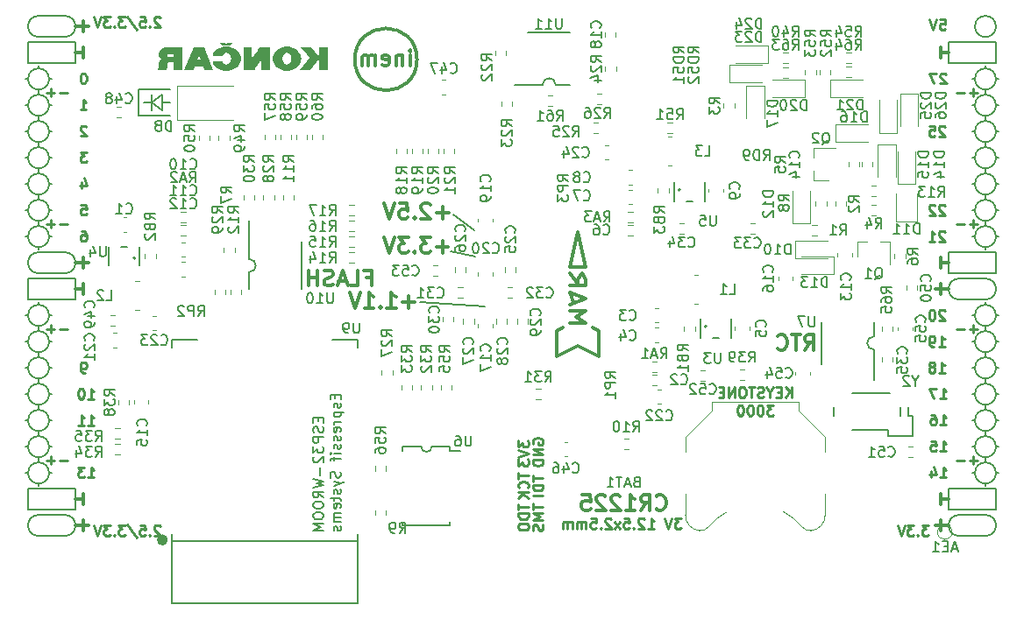
<source format=gbo>
G04 #@! TF.GenerationSoftware,KiCad,Pcbnew,5.0.0-rc2+dfsg1-3*
G04 #@! TF.CreationDate,2018-06-09T08:35:21+02:00*
G04 #@! TF.ProjectId,ulx3s,756C7833732E6B696361645F70636200,rev?*
G04 #@! TF.SameCoordinates,Original*
G04 #@! TF.FileFunction,Legend,Bot*
G04 #@! TF.FilePolarity,Positive*
%FSLAX46Y46*%
G04 Gerber Fmt 4.6, Leading zero omitted, Abs format (unit mm)*
G04 Created by KiCad (PCBNEW 5.0.0-rc2+dfsg1-3) date Sat Jun  9 08:35:21 2018*
%MOMM*%
%LPD*%
G01*
G04 APERTURE LIST*
%ADD10C,0.250000*%
%ADD11C,0.200000*%
%ADD12C,0.300000*%
%ADD13C,0.150000*%
%ADD14C,0.500000*%
%ADD15C,0.120000*%
%ADD16C,0.100000*%
G04 APERTURE END LIST*
D10*
X99893476Y-96180380D02*
X99703000Y-96180380D01*
X99607761Y-96132761D01*
X99560142Y-96085142D01*
X99464904Y-95942285D01*
X99417285Y-95751809D01*
X99417285Y-95370857D01*
X99464904Y-95275619D01*
X99512523Y-95228000D01*
X99607761Y-95180380D01*
X99798238Y-95180380D01*
X99893476Y-95228000D01*
X99941095Y-95275619D01*
X99988714Y-95370857D01*
X99988714Y-95608952D01*
X99941095Y-95704190D01*
X99893476Y-95751809D01*
X99798238Y-95799428D01*
X99607761Y-95799428D01*
X99512523Y-95751809D01*
X99464904Y-95704190D01*
X99417285Y-95608952D01*
X100147476Y-101260380D02*
X100718904Y-101260380D01*
X100433190Y-101260380D02*
X100433190Y-100260380D01*
X100528428Y-100403238D01*
X100623666Y-100498476D01*
X100718904Y-100546095D01*
X99195095Y-101260380D02*
X99766523Y-101260380D01*
X99480809Y-101260380D02*
X99480809Y-100260380D01*
X99576047Y-100403238D01*
X99671285Y-100498476D01*
X99766523Y-100546095D01*
D11*
X105037000Y-68804000D02*
X108085000Y-68804000D01*
X105037000Y-71344000D02*
X105037000Y-68804000D01*
X108085000Y-71344000D02*
X105037000Y-71344000D01*
X107323000Y-70074000D02*
X108085000Y-70074000D01*
X106307000Y-70074000D02*
X105545000Y-70074000D01*
X106307000Y-70836000D02*
X106307000Y-70074000D01*
X106307000Y-69312000D02*
X106307000Y-70836000D01*
X107323000Y-69312000D02*
X107323000Y-70836000D01*
X106307000Y-70074000D02*
X107323000Y-69312000D01*
X107323000Y-70836000D02*
X106307000Y-70074000D01*
D10*
X182887904Y-72415619D02*
X182840285Y-72368000D01*
X182745047Y-72320380D01*
X182506952Y-72320380D01*
X182411714Y-72368000D01*
X182364095Y-72415619D01*
X182316476Y-72510857D01*
X182316476Y-72606095D01*
X182364095Y-72748952D01*
X182935523Y-73320380D01*
X182316476Y-73320380D01*
X181411714Y-72320380D02*
X181887904Y-72320380D01*
X181935523Y-72796571D01*
X181887904Y-72748952D01*
X181792666Y-72701333D01*
X181554571Y-72701333D01*
X181459333Y-72748952D01*
X181411714Y-72796571D01*
X181364095Y-72891809D01*
X181364095Y-73129904D01*
X181411714Y-73225142D01*
X181459333Y-73272761D01*
X181554571Y-73320380D01*
X181792666Y-73320380D01*
X181887904Y-73272761D01*
X181935523Y-73225142D01*
X182887904Y-80035619D02*
X182840285Y-79988000D01*
X182745047Y-79940380D01*
X182506952Y-79940380D01*
X182411714Y-79988000D01*
X182364095Y-80035619D01*
X182316476Y-80130857D01*
X182316476Y-80226095D01*
X182364095Y-80368952D01*
X182935523Y-80940380D01*
X182316476Y-80940380D01*
X181935523Y-80035619D02*
X181887904Y-79988000D01*
X181792666Y-79940380D01*
X181554571Y-79940380D01*
X181459333Y-79988000D01*
X181411714Y-80035619D01*
X181364095Y-80130857D01*
X181364095Y-80226095D01*
X181411714Y-80368952D01*
X181983142Y-80940380D01*
X181364095Y-80940380D01*
X182887904Y-82575619D02*
X182840285Y-82528000D01*
X182745047Y-82480380D01*
X182506952Y-82480380D01*
X182411714Y-82528000D01*
X182364095Y-82575619D01*
X182316476Y-82670857D01*
X182316476Y-82766095D01*
X182364095Y-82908952D01*
X182935523Y-83480380D01*
X182316476Y-83480380D01*
X181364095Y-83480380D02*
X181935523Y-83480380D01*
X181649809Y-83480380D02*
X181649809Y-82480380D01*
X181745047Y-82623238D01*
X181840285Y-82718476D01*
X181935523Y-82766095D01*
X182887904Y-90195619D02*
X182840285Y-90148000D01*
X182745047Y-90100380D01*
X182506952Y-90100380D01*
X182411714Y-90148000D01*
X182364095Y-90195619D01*
X182316476Y-90290857D01*
X182316476Y-90386095D01*
X182364095Y-90528952D01*
X182935523Y-91100380D01*
X182316476Y-91100380D01*
X181697428Y-90100380D02*
X181602190Y-90100380D01*
X181506952Y-90148000D01*
X181459333Y-90195619D01*
X181411714Y-90290857D01*
X181364095Y-90481333D01*
X181364095Y-90719428D01*
X181411714Y-90909904D01*
X181459333Y-91005142D01*
X181506952Y-91052761D01*
X181602190Y-91100380D01*
X181697428Y-91100380D01*
X181792666Y-91052761D01*
X181840285Y-91005142D01*
X181887904Y-90909904D01*
X181935523Y-90719428D01*
X181935523Y-90481333D01*
X181887904Y-90290857D01*
X181840285Y-90195619D01*
X181792666Y-90148000D01*
X181697428Y-90100380D01*
X182316476Y-93640380D02*
X182887904Y-93640380D01*
X182602190Y-93640380D02*
X182602190Y-92640380D01*
X182697428Y-92783238D01*
X182792666Y-92878476D01*
X182887904Y-92926095D01*
X181840285Y-93640380D02*
X181649809Y-93640380D01*
X181554571Y-93592761D01*
X181506952Y-93545142D01*
X181411714Y-93402285D01*
X181364095Y-93211809D01*
X181364095Y-92830857D01*
X181411714Y-92735619D01*
X181459333Y-92688000D01*
X181554571Y-92640380D01*
X181745047Y-92640380D01*
X181840285Y-92688000D01*
X181887904Y-92735619D01*
X181935523Y-92830857D01*
X181935523Y-93068952D01*
X181887904Y-93164190D01*
X181840285Y-93211809D01*
X181745047Y-93259428D01*
X181554571Y-93259428D01*
X181459333Y-93211809D01*
X181411714Y-93164190D01*
X181364095Y-93068952D01*
X182316476Y-96180380D02*
X182887904Y-96180380D01*
X182602190Y-96180380D02*
X182602190Y-95180380D01*
X182697428Y-95323238D01*
X182792666Y-95418476D01*
X182887904Y-95466095D01*
X181745047Y-95608952D02*
X181840285Y-95561333D01*
X181887904Y-95513714D01*
X181935523Y-95418476D01*
X181935523Y-95370857D01*
X181887904Y-95275619D01*
X181840285Y-95228000D01*
X181745047Y-95180380D01*
X181554571Y-95180380D01*
X181459333Y-95228000D01*
X181411714Y-95275619D01*
X181364095Y-95370857D01*
X181364095Y-95418476D01*
X181411714Y-95513714D01*
X181459333Y-95561333D01*
X181554571Y-95608952D01*
X181745047Y-95608952D01*
X181840285Y-95656571D01*
X181887904Y-95704190D01*
X181935523Y-95799428D01*
X181935523Y-95989904D01*
X181887904Y-96085142D01*
X181840285Y-96132761D01*
X181745047Y-96180380D01*
X181554571Y-96180380D01*
X181459333Y-96132761D01*
X181411714Y-96085142D01*
X181364095Y-95989904D01*
X181364095Y-95799428D01*
X181411714Y-95704190D01*
X181459333Y-95656571D01*
X181554571Y-95608952D01*
D12*
X127003714Y-86984857D02*
X127503714Y-86984857D01*
X127503714Y-87770571D02*
X127503714Y-86270571D01*
X126789428Y-86270571D01*
X125503714Y-87770571D02*
X126218000Y-87770571D01*
X126218000Y-86270571D01*
X125075142Y-87342000D02*
X124360857Y-87342000D01*
X125218000Y-87770571D02*
X124718000Y-86270571D01*
X124218000Y-87770571D01*
X123789428Y-87699142D02*
X123575142Y-87770571D01*
X123218000Y-87770571D01*
X123075142Y-87699142D01*
X123003714Y-87627714D01*
X122932285Y-87484857D01*
X122932285Y-87342000D01*
X123003714Y-87199142D01*
X123075142Y-87127714D01*
X123218000Y-87056285D01*
X123503714Y-86984857D01*
X123646571Y-86913428D01*
X123718000Y-86842000D01*
X123789428Y-86699142D01*
X123789428Y-86556285D01*
X123718000Y-86413428D01*
X123646571Y-86342000D01*
X123503714Y-86270571D01*
X123146571Y-86270571D01*
X122932285Y-86342000D01*
X122289428Y-87770571D02*
X122289428Y-86270571D01*
X122289428Y-86984857D02*
X121432285Y-86984857D01*
X121432285Y-87770571D02*
X121432285Y-86270571D01*
D10*
X157418095Y-110252380D02*
X156799047Y-110252380D01*
X157132380Y-110633333D01*
X156989523Y-110633333D01*
X156894285Y-110680952D01*
X156846666Y-110728571D01*
X156799047Y-110823809D01*
X156799047Y-111061904D01*
X156846666Y-111157142D01*
X156894285Y-111204761D01*
X156989523Y-111252380D01*
X157275238Y-111252380D01*
X157370476Y-111204761D01*
X157418095Y-111157142D01*
X156513333Y-110252380D02*
X156180000Y-111252380D01*
X155846666Y-110252380D01*
X154227619Y-111252380D02*
X154799047Y-111252380D01*
X154513333Y-111252380D02*
X154513333Y-110252380D01*
X154608571Y-110395238D01*
X154703809Y-110490476D01*
X154799047Y-110538095D01*
X153846666Y-110347619D02*
X153799047Y-110300000D01*
X153703809Y-110252380D01*
X153465714Y-110252380D01*
X153370476Y-110300000D01*
X153322857Y-110347619D01*
X153275238Y-110442857D01*
X153275238Y-110538095D01*
X153322857Y-110680952D01*
X153894285Y-111252380D01*
X153275238Y-111252380D01*
X152846666Y-111157142D02*
X152799047Y-111204761D01*
X152846666Y-111252380D01*
X152894285Y-111204761D01*
X152846666Y-111157142D01*
X152846666Y-111252380D01*
X151894285Y-110252380D02*
X152370476Y-110252380D01*
X152418095Y-110728571D01*
X152370476Y-110680952D01*
X152275238Y-110633333D01*
X152037142Y-110633333D01*
X151941904Y-110680952D01*
X151894285Y-110728571D01*
X151846666Y-110823809D01*
X151846666Y-111061904D01*
X151894285Y-111157142D01*
X151941904Y-111204761D01*
X152037142Y-111252380D01*
X152275238Y-111252380D01*
X152370476Y-111204761D01*
X152418095Y-111157142D01*
X151513333Y-111252380D02*
X150989523Y-110585714D01*
X151513333Y-110585714D02*
X150989523Y-111252380D01*
X150656190Y-110347619D02*
X150608571Y-110300000D01*
X150513333Y-110252380D01*
X150275238Y-110252380D01*
X150180000Y-110300000D01*
X150132380Y-110347619D01*
X150084761Y-110442857D01*
X150084761Y-110538095D01*
X150132380Y-110680952D01*
X150703809Y-111252380D01*
X150084761Y-111252380D01*
X149656190Y-111157142D02*
X149608571Y-111204761D01*
X149656190Y-111252380D01*
X149703809Y-111204761D01*
X149656190Y-111157142D01*
X149656190Y-111252380D01*
X148703809Y-110252380D02*
X149180000Y-110252380D01*
X149227619Y-110728571D01*
X149180000Y-110680952D01*
X149084761Y-110633333D01*
X148846666Y-110633333D01*
X148751428Y-110680952D01*
X148703809Y-110728571D01*
X148656190Y-110823809D01*
X148656190Y-111061904D01*
X148703809Y-111157142D01*
X148751428Y-111204761D01*
X148846666Y-111252380D01*
X149084761Y-111252380D01*
X149180000Y-111204761D01*
X149227619Y-111157142D01*
X148227619Y-111252380D02*
X148227619Y-110585714D01*
X148227619Y-110680952D02*
X148180000Y-110633333D01*
X148084761Y-110585714D01*
X147941904Y-110585714D01*
X147846666Y-110633333D01*
X147799047Y-110728571D01*
X147799047Y-111252380D01*
X147799047Y-110728571D02*
X147751428Y-110633333D01*
X147656190Y-110585714D01*
X147513333Y-110585714D01*
X147418095Y-110633333D01*
X147370476Y-110728571D01*
X147370476Y-111252380D01*
X146894285Y-111252380D02*
X146894285Y-110585714D01*
X146894285Y-110680952D02*
X146846666Y-110633333D01*
X146751428Y-110585714D01*
X146608571Y-110585714D01*
X146513333Y-110633333D01*
X146465714Y-110728571D01*
X146465714Y-111252380D01*
X146465714Y-110728571D02*
X146418095Y-110633333D01*
X146322857Y-110585714D01*
X146180000Y-110585714D01*
X146084761Y-110633333D01*
X146037142Y-110728571D01*
X146037142Y-111252380D01*
D11*
X135390000Y-80869000D02*
X137422000Y-82393000D01*
X135136000Y-84425000D02*
X137549000Y-84933000D01*
X132215000Y-89378000D02*
X138438000Y-89759000D01*
D10*
X168085000Y-98577380D02*
X168085000Y-97577380D01*
X167513571Y-98577380D02*
X167942142Y-98005952D01*
X167513571Y-97577380D02*
X168085000Y-98148809D01*
X167085000Y-98053571D02*
X166751666Y-98053571D01*
X166608809Y-98577380D02*
X167085000Y-98577380D01*
X167085000Y-97577380D01*
X166608809Y-97577380D01*
X165989761Y-98101190D02*
X165989761Y-98577380D01*
X166323095Y-97577380D02*
X165989761Y-98101190D01*
X165656428Y-97577380D01*
X165370714Y-98529761D02*
X165227857Y-98577380D01*
X164989761Y-98577380D01*
X164894523Y-98529761D01*
X164846904Y-98482142D01*
X164799285Y-98386904D01*
X164799285Y-98291666D01*
X164846904Y-98196428D01*
X164894523Y-98148809D01*
X164989761Y-98101190D01*
X165180238Y-98053571D01*
X165275476Y-98005952D01*
X165323095Y-97958333D01*
X165370714Y-97863095D01*
X165370714Y-97767857D01*
X165323095Y-97672619D01*
X165275476Y-97625000D01*
X165180238Y-97577380D01*
X164942142Y-97577380D01*
X164799285Y-97625000D01*
X164513571Y-97577380D02*
X163942142Y-97577380D01*
X164227857Y-98577380D02*
X164227857Y-97577380D01*
X163418333Y-97577380D02*
X163227857Y-97577380D01*
X163132619Y-97625000D01*
X163037380Y-97720238D01*
X162989761Y-97910714D01*
X162989761Y-98244047D01*
X163037380Y-98434523D01*
X163132619Y-98529761D01*
X163227857Y-98577380D01*
X163418333Y-98577380D01*
X163513571Y-98529761D01*
X163608809Y-98434523D01*
X163656428Y-98244047D01*
X163656428Y-97910714D01*
X163608809Y-97720238D01*
X163513571Y-97625000D01*
X163418333Y-97577380D01*
X162561190Y-98577380D02*
X162561190Y-97577380D01*
X161989761Y-98577380D01*
X161989761Y-97577380D01*
X161513571Y-98053571D02*
X161180238Y-98053571D01*
X161037380Y-98577380D02*
X161513571Y-98577380D01*
X161513571Y-97577380D01*
X161037380Y-97577380D01*
X166346904Y-99327380D02*
X165727857Y-99327380D01*
X166061190Y-99708333D01*
X165918333Y-99708333D01*
X165823095Y-99755952D01*
X165775476Y-99803571D01*
X165727857Y-99898809D01*
X165727857Y-100136904D01*
X165775476Y-100232142D01*
X165823095Y-100279761D01*
X165918333Y-100327380D01*
X166204047Y-100327380D01*
X166299285Y-100279761D01*
X166346904Y-100232142D01*
X165108809Y-99327380D02*
X165013571Y-99327380D01*
X164918333Y-99375000D01*
X164870714Y-99422619D01*
X164823095Y-99517857D01*
X164775476Y-99708333D01*
X164775476Y-99946428D01*
X164823095Y-100136904D01*
X164870714Y-100232142D01*
X164918333Y-100279761D01*
X165013571Y-100327380D01*
X165108809Y-100327380D01*
X165204047Y-100279761D01*
X165251666Y-100232142D01*
X165299285Y-100136904D01*
X165346904Y-99946428D01*
X165346904Y-99708333D01*
X165299285Y-99517857D01*
X165251666Y-99422619D01*
X165204047Y-99375000D01*
X165108809Y-99327380D01*
X164156428Y-99327380D02*
X164061190Y-99327380D01*
X163965952Y-99375000D01*
X163918333Y-99422619D01*
X163870714Y-99517857D01*
X163823095Y-99708333D01*
X163823095Y-99946428D01*
X163870714Y-100136904D01*
X163918333Y-100232142D01*
X163965952Y-100279761D01*
X164061190Y-100327380D01*
X164156428Y-100327380D01*
X164251666Y-100279761D01*
X164299285Y-100232142D01*
X164346904Y-100136904D01*
X164394523Y-99946428D01*
X164394523Y-99708333D01*
X164346904Y-99517857D01*
X164299285Y-99422619D01*
X164251666Y-99375000D01*
X164156428Y-99327380D01*
X163204047Y-99327380D02*
X163108809Y-99327380D01*
X163013571Y-99375000D01*
X162965952Y-99422619D01*
X162918333Y-99517857D01*
X162870714Y-99708333D01*
X162870714Y-99946428D01*
X162918333Y-100136904D01*
X162965952Y-100232142D01*
X163013571Y-100279761D01*
X163108809Y-100327380D01*
X163204047Y-100327380D01*
X163299285Y-100279761D01*
X163346904Y-100232142D01*
X163394523Y-100136904D01*
X163442142Y-99946428D01*
X163442142Y-99708333D01*
X163394523Y-99517857D01*
X163346904Y-99422619D01*
X163299285Y-99375000D01*
X163204047Y-99327380D01*
D12*
X182492000Y-87582000D02*
X182492000Y-88598000D01*
X183254000Y-88090000D02*
X181984000Y-88090000D01*
X182492000Y-110442000D02*
X182492000Y-111458000D01*
X183254000Y-110950000D02*
X181984000Y-110950000D01*
X99688000Y-62182000D02*
X99688000Y-63198000D01*
X98926000Y-62690000D02*
X100196000Y-62690000D01*
X99688000Y-110442000D02*
X99688000Y-111458000D01*
X98926000Y-110950000D02*
X100196000Y-110950000D01*
X99688000Y-85042000D02*
X99688000Y-86058000D01*
X98926000Y-85550000D02*
X100196000Y-85550000D01*
D11*
X187826000Y-62690000D02*
G75*
G03X187826000Y-62690000I-1016000J0D01*
G01*
X184270000Y-87074000D02*
X186810000Y-87074000D01*
X184270000Y-89106000D02*
X186810000Y-89106000D01*
X184270000Y-87074000D02*
G75*
G03X184270000Y-89106000I0J-1016000D01*
G01*
X186810000Y-89106000D02*
G75*
G03X186810000Y-87074000I0J1016000D01*
G01*
X184270000Y-111966000D02*
X186810000Y-111966000D01*
X184270000Y-109934000D02*
X186810000Y-109934000D01*
X184270000Y-109934000D02*
G75*
G03X184270000Y-111966000I0J-1016000D01*
G01*
X186810000Y-111966000D02*
G75*
G03X186810000Y-109934000I0J1016000D01*
G01*
X97910000Y-63706000D02*
G75*
G03X97910000Y-61674000I0J1016000D01*
G01*
X95370000Y-61674000D02*
X97910000Y-61674000D01*
X95370000Y-63706000D02*
X97910000Y-63706000D01*
X95370000Y-61674000D02*
G75*
G03X95370000Y-63706000I0J-1016000D01*
G01*
X95370000Y-86566000D02*
X97910000Y-86566000D01*
X95370000Y-84534000D02*
X97910000Y-84534000D01*
X95370000Y-84534000D02*
G75*
G03X95370000Y-86566000I0J-1016000D01*
G01*
X97910000Y-86566000D02*
G75*
G03X97910000Y-84534000I0J1016000D01*
G01*
X95370000Y-111966000D02*
X97910000Y-111966000D01*
X95370000Y-109934000D02*
X97910000Y-109934000D01*
X95370000Y-109934000D02*
G75*
G03X95370000Y-111966000I0J-1016000D01*
G01*
X97910000Y-111966000D02*
G75*
G03X97910000Y-109934000I0J1016000D01*
G01*
X98926000Y-107394000D02*
X94354000Y-107394000D01*
X98926000Y-109426000D02*
X98926000Y-107394000D01*
X94354000Y-109426000D02*
X98926000Y-109426000D01*
X94354000Y-107394000D02*
X94354000Y-109426000D01*
X187826000Y-107394000D02*
X183254000Y-107394000D01*
X187826000Y-109426000D02*
X187826000Y-107394000D01*
X183254000Y-109426000D02*
X187826000Y-109426000D01*
X183254000Y-107394000D02*
X183254000Y-109426000D01*
X187826000Y-84534000D02*
X183254000Y-84534000D01*
X187826000Y-86566000D02*
X187826000Y-84534000D01*
X183254000Y-86566000D02*
X187826000Y-86566000D01*
X183254000Y-84534000D02*
X183254000Y-86566000D01*
X187826000Y-64214000D02*
X183254000Y-64214000D01*
X187826000Y-66246000D02*
X187826000Y-64214000D01*
X183254000Y-66246000D02*
X187826000Y-66246000D01*
X183254000Y-64214000D02*
X183254000Y-66246000D01*
X98926000Y-64214000D02*
X94354000Y-64214000D01*
X98926000Y-66246000D02*
X98926000Y-64214000D01*
X94354000Y-66246000D02*
X98926000Y-66246000D01*
X94354000Y-64214000D02*
X94354000Y-66246000D01*
X98926000Y-87074000D02*
X94354000Y-87074000D01*
X98926000Y-89106000D02*
X98926000Y-87074000D01*
X94354000Y-89106000D02*
X98926000Y-89106000D01*
X94354000Y-87074000D02*
X94354000Y-89106000D01*
D10*
X186032000Y-91971428D02*
X185270095Y-91971428D01*
X185651047Y-92352380D02*
X185651047Y-91590476D01*
X184793904Y-91971428D02*
X184032000Y-91971428D01*
X186032000Y-69111428D02*
X185270095Y-69111428D01*
X185651047Y-69492380D02*
X185651047Y-68730476D01*
X184793904Y-69111428D02*
X184032000Y-69111428D01*
X186032000Y-81811428D02*
X185270095Y-81811428D01*
X185651047Y-82192380D02*
X185651047Y-81430476D01*
X184793904Y-81811428D02*
X184032000Y-81811428D01*
X186032000Y-104671428D02*
X185270095Y-104671428D01*
X185651047Y-105052380D02*
X185651047Y-104290476D01*
X184793904Y-104671428D02*
X184032000Y-104671428D01*
X98148000Y-104671428D02*
X97386095Y-104671428D01*
X96909904Y-104671428D02*
X96148000Y-104671428D01*
X96528952Y-105052380D02*
X96528952Y-104290476D01*
X98148000Y-91971428D02*
X97386095Y-91971428D01*
X96909904Y-91971428D02*
X96148000Y-91971428D01*
X96528952Y-92352380D02*
X96528952Y-91590476D01*
X98148000Y-81811428D02*
X97386095Y-81811428D01*
X96909904Y-81811428D02*
X96148000Y-81811428D01*
X96528952Y-82192380D02*
X96528952Y-81430476D01*
X98148000Y-69111428D02*
X97386095Y-69111428D01*
X96909904Y-69111428D02*
X96148000Y-69111428D01*
X96528952Y-69492380D02*
X96528952Y-68730476D01*
D12*
X182492000Y-107902000D02*
X182492000Y-108918000D01*
X183254000Y-108410000D02*
X182492000Y-108410000D01*
D11*
X95370000Y-96726000D02*
X95370000Y-97234000D01*
X96386000Y-95710000D02*
X96640000Y-95710000D01*
X94354000Y-95710000D02*
X94100000Y-95710000D01*
X187826000Y-98250000D02*
X188080000Y-98250000D01*
X187826000Y-83010000D02*
X188080000Y-83010000D01*
X95370000Y-107140000D02*
X95370000Y-106886000D01*
X96386000Y-105870000D02*
X96640000Y-105870000D01*
X94354000Y-105870000D02*
X94100000Y-105870000D01*
X94354000Y-103330000D02*
X94100000Y-103330000D01*
X95370000Y-104346000D02*
X95370000Y-104854000D01*
X96386000Y-103330000D02*
X96640000Y-103330000D01*
X94354000Y-100790000D02*
X94100000Y-100790000D01*
X95370000Y-102314000D02*
X95370000Y-101806000D01*
X96386000Y-100790000D02*
X96640000Y-100790000D01*
X95370000Y-99266000D02*
X95370000Y-99774000D01*
X94354000Y-98250000D02*
X94100000Y-98250000D01*
X96386000Y-98250000D02*
X96640000Y-98250000D01*
X95370000Y-94186000D02*
X95370000Y-94694000D01*
X96386000Y-93170000D02*
X96640000Y-93170000D01*
X94354000Y-93170000D02*
X94100000Y-93170000D01*
X94354000Y-90630000D02*
X94100000Y-90630000D01*
X95370000Y-91646000D02*
X95370000Y-92154000D01*
X96640000Y-90630000D02*
X96386000Y-90630000D01*
X95370000Y-89360000D02*
X95370000Y-89614000D01*
X94354000Y-83010000D02*
X94100000Y-83010000D01*
X95370000Y-84280000D02*
X95370000Y-84026000D01*
X96386000Y-83010000D02*
X96640000Y-83010000D01*
X95370000Y-81486000D02*
X95370000Y-81994000D01*
X94354000Y-80470000D02*
X94100000Y-80470000D01*
X96640000Y-80470000D02*
X96386000Y-80470000D01*
X95370000Y-78946000D02*
X95370000Y-79454000D01*
X96386000Y-77930000D02*
X96640000Y-77930000D01*
X94354000Y-77930000D02*
X94100000Y-77930000D01*
X95370000Y-76406000D02*
X95370000Y-76914000D01*
X94354000Y-75390000D02*
X94100000Y-75390000D01*
X96386000Y-75390000D02*
X96640000Y-75390000D01*
X95370000Y-73866000D02*
X95370000Y-74374000D01*
X96386000Y-72850000D02*
X96640000Y-72850000D01*
X94100000Y-72850000D02*
X94354000Y-72850000D01*
X94354000Y-70310000D02*
X94100000Y-70310000D01*
X96640000Y-70310000D02*
X96386000Y-70310000D01*
X95370000Y-71326000D02*
X95370000Y-71834000D01*
X95370000Y-68786000D02*
X95370000Y-69294000D01*
X96386000Y-67770000D02*
X96640000Y-67770000D01*
X94354000Y-67770000D02*
X94100000Y-67770000D01*
X95370000Y-66500000D02*
X95370000Y-66754000D01*
X187826000Y-105870000D02*
X188080000Y-105870000D01*
X186810000Y-107140000D02*
X186810000Y-106886000D01*
X185540000Y-105870000D02*
X185794000Y-105870000D01*
X186810000Y-104346000D02*
X186810000Y-104854000D01*
X187826000Y-103330000D02*
X188080000Y-103330000D01*
X185540000Y-103330000D02*
X185794000Y-103330000D01*
X186810000Y-101806000D02*
X186810000Y-102314000D01*
X187826000Y-100790000D02*
X188080000Y-100790000D01*
X185540000Y-100790000D02*
X185794000Y-100790000D01*
X186810000Y-99266000D02*
X186810000Y-99774000D01*
X185540000Y-98250000D02*
X185794000Y-98250000D01*
X186810000Y-97234000D02*
X186810000Y-96726000D01*
X187826000Y-95710000D02*
X188080000Y-95710000D01*
X185540000Y-95710000D02*
X185794000Y-95710000D01*
X186810000Y-94694000D02*
X186810000Y-94186000D01*
X187826000Y-93170000D02*
X188080000Y-93170000D01*
X185540000Y-93170000D02*
X185794000Y-93170000D01*
X186810000Y-92154000D02*
X186810000Y-91646000D01*
X187826000Y-90630000D02*
X188080000Y-90630000D01*
X185540000Y-90630000D02*
X185794000Y-90630000D01*
X186810000Y-89360000D02*
X186810000Y-89614000D01*
X186810000Y-84280000D02*
X186810000Y-84026000D01*
X185540000Y-83010000D02*
X185794000Y-83010000D01*
X186810000Y-81994000D02*
X186810000Y-81486000D01*
X185794000Y-80470000D02*
X185540000Y-80470000D01*
X187826000Y-80470000D02*
X188080000Y-80470000D01*
X186810000Y-78946000D02*
X186810000Y-79454000D01*
X185794000Y-77930000D02*
X185540000Y-77930000D01*
X187826000Y-77930000D02*
X188080000Y-77930000D01*
X186810000Y-76406000D02*
X186810000Y-76914000D01*
X186810000Y-73866000D02*
X186810000Y-74374000D01*
X185794000Y-75390000D02*
X185540000Y-75390000D01*
X187826000Y-75390000D02*
X188080000Y-75390000D01*
X187826000Y-72850000D02*
X188080000Y-72850000D01*
X185540000Y-72850000D02*
X185794000Y-72850000D01*
X186810000Y-71834000D02*
X186810000Y-71326000D01*
X187826000Y-70310000D02*
X188080000Y-70310000D01*
X185540000Y-70310000D02*
X185794000Y-70310000D01*
X187826000Y-67770000D02*
X188080000Y-67770000D01*
X186810000Y-68786000D02*
X186810000Y-69294000D01*
X185540000Y-67770000D02*
X185794000Y-67770000D01*
X186810000Y-66500000D02*
X186810000Y-66754000D01*
X187826000Y-67770000D02*
G75*
G03X187826000Y-67770000I-1016000J0D01*
G01*
X187826000Y-70310000D02*
G75*
G03X187826000Y-70310000I-1016000J0D01*
G01*
X187826000Y-72850000D02*
G75*
G03X187826000Y-72850000I-1016000J0D01*
G01*
X187826000Y-75390000D02*
G75*
G03X187826000Y-75390000I-1016000J0D01*
G01*
X187826000Y-77930000D02*
G75*
G03X187826000Y-77930000I-1016000J0D01*
G01*
X187826000Y-80470000D02*
G75*
G03X187826000Y-80470000I-1016000J0D01*
G01*
X187826000Y-83010000D02*
G75*
G03X187826000Y-83010000I-1016000J0D01*
G01*
X187826000Y-90630000D02*
G75*
G03X187826000Y-90630000I-1016000J0D01*
G01*
X187826000Y-93170000D02*
G75*
G03X187826000Y-93170000I-1016000J0D01*
G01*
X187826000Y-95710000D02*
G75*
G03X187826000Y-95710000I-1016000J0D01*
G01*
X187826000Y-98250000D02*
G75*
G03X187826000Y-98250000I-1016000J0D01*
G01*
X187826000Y-100790000D02*
G75*
G03X187826000Y-100790000I-1016000J0D01*
G01*
X187826000Y-103330000D02*
G75*
G03X187826000Y-103330000I-1016000J0D01*
G01*
X187826000Y-105870000D02*
G75*
G03X187826000Y-105870000I-1016000J0D01*
G01*
X96386000Y-105870000D02*
G75*
G03X96386000Y-105870000I-1016000J0D01*
G01*
X96386000Y-103330000D02*
G75*
G03X96386000Y-103330000I-1016000J0D01*
G01*
X96386000Y-100790000D02*
G75*
G03X96386000Y-100790000I-1016000J0D01*
G01*
X96386000Y-98250000D02*
G75*
G03X96386000Y-98250000I-1016000J0D01*
G01*
X96386000Y-95710000D02*
G75*
G03X96386000Y-95710000I-1016000J0D01*
G01*
X96386000Y-93170000D02*
G75*
G03X96386000Y-93170000I-1016000J0D01*
G01*
X96386000Y-90630000D02*
G75*
G03X96386000Y-90630000I-1016000J0D01*
G01*
X96386000Y-83010000D02*
G75*
G03X96386000Y-83010000I-1016000J0D01*
G01*
X96386000Y-80470000D02*
G75*
G03X96386000Y-80470000I-1016000J0D01*
G01*
X96386000Y-77930000D02*
G75*
G03X96386000Y-77930000I-1016000J0D01*
G01*
X96386000Y-75390000D02*
G75*
G03X96386000Y-75390000I-1016000J0D01*
G01*
X96386000Y-72850000D02*
G75*
G03X96386000Y-72850000I-1016000J0D01*
G01*
X96386000Y-70310000D02*
G75*
G03X96386000Y-70310000I-1016000J0D01*
G01*
X96386000Y-67770000D02*
G75*
G03X96386000Y-67770000I-1016000J0D01*
G01*
D10*
X182428476Y-62015380D02*
X182904666Y-62015380D01*
X182952285Y-62491571D01*
X182904666Y-62443952D01*
X182809428Y-62396333D01*
X182571333Y-62396333D01*
X182476095Y-62443952D01*
X182428476Y-62491571D01*
X182380857Y-62586809D01*
X182380857Y-62824904D01*
X182428476Y-62920142D01*
X182476095Y-62967761D01*
X182571333Y-63015380D01*
X182809428Y-63015380D01*
X182904666Y-62967761D01*
X182952285Y-62920142D01*
X182095142Y-62015380D02*
X181761809Y-63015380D01*
X181428476Y-62015380D01*
D12*
X182492000Y-64722000D02*
X182492000Y-65738000D01*
X183254000Y-65230000D02*
X182492000Y-65230000D01*
D10*
X182999904Y-67317619D02*
X182952285Y-67270000D01*
X182857047Y-67222380D01*
X182618952Y-67222380D01*
X182523714Y-67270000D01*
X182476095Y-67317619D01*
X182428476Y-67412857D01*
X182428476Y-67508095D01*
X182476095Y-67650952D01*
X183047523Y-68222380D01*
X182428476Y-68222380D01*
X182095142Y-67222380D02*
X181428476Y-67222380D01*
X181857047Y-68222380D01*
D12*
X182492000Y-85042000D02*
X182492000Y-86058000D01*
X183254000Y-85550000D02*
X182492000Y-85550000D01*
D10*
X182428476Y-98702380D02*
X182999904Y-98702380D01*
X182714190Y-98702380D02*
X182714190Y-97702380D01*
X182809428Y-97845238D01*
X182904666Y-97940476D01*
X182999904Y-97988095D01*
X182095142Y-97702380D02*
X181428476Y-97702380D01*
X181857047Y-98702380D01*
X182428476Y-101242380D02*
X182999904Y-101242380D01*
X182714190Y-101242380D02*
X182714190Y-100242380D01*
X182809428Y-100385238D01*
X182904666Y-100480476D01*
X182999904Y-100528095D01*
X181571333Y-100242380D02*
X181761809Y-100242380D01*
X181857047Y-100290000D01*
X181904666Y-100337619D01*
X181999904Y-100480476D01*
X182047523Y-100670952D01*
X182047523Y-101051904D01*
X181999904Y-101147142D01*
X181952285Y-101194761D01*
X181857047Y-101242380D01*
X181666571Y-101242380D01*
X181571333Y-101194761D01*
X181523714Y-101147142D01*
X181476095Y-101051904D01*
X181476095Y-100813809D01*
X181523714Y-100718571D01*
X181571333Y-100670952D01*
X181666571Y-100623333D01*
X181857047Y-100623333D01*
X181952285Y-100670952D01*
X181999904Y-100718571D01*
X182047523Y-100813809D01*
X182428476Y-103782380D02*
X182999904Y-103782380D01*
X182714190Y-103782380D02*
X182714190Y-102782380D01*
X182809428Y-102925238D01*
X182904666Y-103020476D01*
X182999904Y-103068095D01*
X181523714Y-102782380D02*
X181999904Y-102782380D01*
X182047523Y-103258571D01*
X181999904Y-103210952D01*
X181904666Y-103163333D01*
X181666571Y-103163333D01*
X181571333Y-103210952D01*
X181523714Y-103258571D01*
X181476095Y-103353809D01*
X181476095Y-103591904D01*
X181523714Y-103687142D01*
X181571333Y-103734761D01*
X181666571Y-103782380D01*
X181904666Y-103782380D01*
X181999904Y-103734761D01*
X182047523Y-103687142D01*
X182428476Y-106322380D02*
X182999904Y-106322380D01*
X182714190Y-106322380D02*
X182714190Y-105322380D01*
X182809428Y-105465238D01*
X182904666Y-105560476D01*
X182999904Y-105608095D01*
X181571333Y-105655714D02*
X181571333Y-106322380D01*
X181809428Y-105274761D02*
X182047523Y-105989047D01*
X181428476Y-105989047D01*
X181312642Y-110928380D02*
X180693595Y-110928380D01*
X181026928Y-111309333D01*
X180884071Y-111309333D01*
X180788833Y-111356952D01*
X180741214Y-111404571D01*
X180693595Y-111499809D01*
X180693595Y-111737904D01*
X180741214Y-111833142D01*
X180788833Y-111880761D01*
X180884071Y-111928380D01*
X181169785Y-111928380D01*
X181265023Y-111880761D01*
X181312642Y-111833142D01*
X180265023Y-111833142D02*
X180217404Y-111880761D01*
X180265023Y-111928380D01*
X180312642Y-111880761D01*
X180265023Y-111833142D01*
X180265023Y-111928380D01*
X179884071Y-110928380D02*
X179265023Y-110928380D01*
X179598357Y-111309333D01*
X179455500Y-111309333D01*
X179360261Y-111356952D01*
X179312642Y-111404571D01*
X179265023Y-111499809D01*
X179265023Y-111737904D01*
X179312642Y-111833142D01*
X179360261Y-111880761D01*
X179455500Y-111928380D01*
X179741214Y-111928380D01*
X179836452Y-111880761D01*
X179884071Y-111833142D01*
X178979309Y-110928380D02*
X178645976Y-111928380D01*
X178312642Y-110928380D01*
D12*
X99688000Y-108918000D02*
X99688000Y-107902000D01*
X98926000Y-108410000D02*
X99688000Y-108410000D01*
X99688000Y-88598000D02*
X99688000Y-87582000D01*
X98926000Y-88090000D02*
X99688000Y-88090000D01*
X99688000Y-64722000D02*
X99688000Y-65738000D01*
X98926000Y-65230000D02*
X99688000Y-65230000D01*
D10*
X107103690Y-111023619D02*
X107056071Y-110976000D01*
X106960833Y-110928380D01*
X106722738Y-110928380D01*
X106627500Y-110976000D01*
X106579880Y-111023619D01*
X106532261Y-111118857D01*
X106532261Y-111214095D01*
X106579880Y-111356952D01*
X107151309Y-111928380D01*
X106532261Y-111928380D01*
X106103690Y-111833142D02*
X106056071Y-111880761D01*
X106103690Y-111928380D01*
X106151309Y-111880761D01*
X106103690Y-111833142D01*
X106103690Y-111928380D01*
X105151309Y-110928380D02*
X105627500Y-110928380D01*
X105675119Y-111404571D01*
X105627500Y-111356952D01*
X105532261Y-111309333D01*
X105294166Y-111309333D01*
X105198928Y-111356952D01*
X105151309Y-111404571D01*
X105103690Y-111499809D01*
X105103690Y-111737904D01*
X105151309Y-111833142D01*
X105198928Y-111880761D01*
X105294166Y-111928380D01*
X105532261Y-111928380D01*
X105627500Y-111880761D01*
X105675119Y-111833142D01*
X103960833Y-110880761D02*
X104817976Y-112166476D01*
X103722738Y-110928380D02*
X103103690Y-110928380D01*
X103437023Y-111309333D01*
X103294166Y-111309333D01*
X103198928Y-111356952D01*
X103151309Y-111404571D01*
X103103690Y-111499809D01*
X103103690Y-111737904D01*
X103151309Y-111833142D01*
X103198928Y-111880761D01*
X103294166Y-111928380D01*
X103579880Y-111928380D01*
X103675119Y-111880761D01*
X103722738Y-111833142D01*
X102675119Y-111833142D02*
X102627500Y-111880761D01*
X102675119Y-111928380D01*
X102722738Y-111880761D01*
X102675119Y-111833142D01*
X102675119Y-111928380D01*
X102294166Y-110928380D02*
X101675119Y-110928380D01*
X102008452Y-111309333D01*
X101865595Y-111309333D01*
X101770357Y-111356952D01*
X101722738Y-111404571D01*
X101675119Y-111499809D01*
X101675119Y-111737904D01*
X101722738Y-111833142D01*
X101770357Y-111880761D01*
X101865595Y-111928380D01*
X102151309Y-111928380D01*
X102246547Y-111880761D01*
X102294166Y-111833142D01*
X101389404Y-110928380D02*
X101056071Y-111928380D01*
X100722738Y-110928380D01*
X100132476Y-106322380D02*
X100703904Y-106322380D01*
X100418190Y-106322380D02*
X100418190Y-105322380D01*
X100513428Y-105465238D01*
X100608666Y-105560476D01*
X100703904Y-105608095D01*
X99799142Y-105322380D02*
X99180095Y-105322380D01*
X99513428Y-105703333D01*
X99370571Y-105703333D01*
X99275333Y-105750952D01*
X99227714Y-105798571D01*
X99180095Y-105893809D01*
X99180095Y-106131904D01*
X99227714Y-106227142D01*
X99275333Y-106274761D01*
X99370571Y-106322380D01*
X99656285Y-106322380D01*
X99751523Y-106274761D01*
X99799142Y-106227142D01*
X100147476Y-98720380D02*
X100718904Y-98720380D01*
X100433190Y-98720380D02*
X100433190Y-97720380D01*
X100528428Y-97863238D01*
X100623666Y-97958476D01*
X100718904Y-98006095D01*
X99528428Y-97720380D02*
X99433190Y-97720380D01*
X99337952Y-97768000D01*
X99290333Y-97815619D01*
X99242714Y-97910857D01*
X99195095Y-98101333D01*
X99195095Y-98339428D01*
X99242714Y-98529904D01*
X99290333Y-98625142D01*
X99337952Y-98672761D01*
X99433190Y-98720380D01*
X99528428Y-98720380D01*
X99623666Y-98672761D01*
X99671285Y-98625142D01*
X99718904Y-98529904D01*
X99766523Y-98339428D01*
X99766523Y-98101333D01*
X99718904Y-97910857D01*
X99671285Y-97815619D01*
X99623666Y-97768000D01*
X99528428Y-97720380D01*
X99512523Y-82462380D02*
X99703000Y-82462380D01*
X99798238Y-82510000D01*
X99845857Y-82557619D01*
X99941095Y-82700476D01*
X99988714Y-82890952D01*
X99988714Y-83271904D01*
X99941095Y-83367142D01*
X99893476Y-83414761D01*
X99798238Y-83462380D01*
X99607761Y-83462380D01*
X99512523Y-83414761D01*
X99464904Y-83367142D01*
X99417285Y-83271904D01*
X99417285Y-83033809D01*
X99464904Y-82938571D01*
X99512523Y-82890952D01*
X99607761Y-82843333D01*
X99798238Y-82843333D01*
X99893476Y-82890952D01*
X99941095Y-82938571D01*
X99988714Y-83033809D01*
X99464904Y-79922380D02*
X99941095Y-79922380D01*
X99988714Y-80398571D01*
X99941095Y-80350952D01*
X99845857Y-80303333D01*
X99607761Y-80303333D01*
X99512523Y-80350952D01*
X99464904Y-80398571D01*
X99417285Y-80493809D01*
X99417285Y-80731904D01*
X99464904Y-80827142D01*
X99512523Y-80874761D01*
X99607761Y-80922380D01*
X99845857Y-80922380D01*
X99941095Y-80874761D01*
X99988714Y-80827142D01*
X99512523Y-77715714D02*
X99512523Y-78382380D01*
X99750619Y-77334761D02*
X99988714Y-78049047D01*
X99369666Y-78049047D01*
X100021333Y-74842380D02*
X99402285Y-74842380D01*
X99735619Y-75223333D01*
X99592761Y-75223333D01*
X99497523Y-75270952D01*
X99449904Y-75318571D01*
X99402285Y-75413809D01*
X99402285Y-75651904D01*
X99449904Y-75747142D01*
X99497523Y-75794761D01*
X99592761Y-75842380D01*
X99878476Y-75842380D01*
X99973714Y-75794761D01*
X100021333Y-75747142D01*
X99973714Y-72397619D02*
X99926095Y-72350000D01*
X99830857Y-72302380D01*
X99592761Y-72302380D01*
X99497523Y-72350000D01*
X99449904Y-72397619D01*
X99402285Y-72492857D01*
X99402285Y-72588095D01*
X99449904Y-72730952D01*
X100021333Y-73302380D01*
X99402285Y-73302380D01*
X99402285Y-70762380D02*
X99973714Y-70762380D01*
X99688000Y-70762380D02*
X99688000Y-69762380D01*
X99783238Y-69905238D01*
X99878476Y-70000476D01*
X99973714Y-70048095D01*
X99750619Y-67222380D02*
X99655380Y-67222380D01*
X99560142Y-67270000D01*
X99512523Y-67317619D01*
X99464904Y-67412857D01*
X99417285Y-67603333D01*
X99417285Y-67841428D01*
X99464904Y-68031904D01*
X99512523Y-68127142D01*
X99560142Y-68174761D01*
X99655380Y-68222380D01*
X99750619Y-68222380D01*
X99845857Y-68174761D01*
X99893476Y-68127142D01*
X99941095Y-68031904D01*
X99988714Y-67841428D01*
X99988714Y-67603333D01*
X99941095Y-67412857D01*
X99893476Y-67317619D01*
X99845857Y-67270000D01*
X99750619Y-67222380D01*
X107103690Y-61874619D02*
X107056071Y-61827000D01*
X106960833Y-61779380D01*
X106722738Y-61779380D01*
X106627500Y-61827000D01*
X106579880Y-61874619D01*
X106532261Y-61969857D01*
X106532261Y-62065095D01*
X106579880Y-62207952D01*
X107151309Y-62779380D01*
X106532261Y-62779380D01*
X106103690Y-62684142D02*
X106056071Y-62731761D01*
X106103690Y-62779380D01*
X106151309Y-62731761D01*
X106103690Y-62684142D01*
X106103690Y-62779380D01*
X105151309Y-61779380D02*
X105627500Y-61779380D01*
X105675119Y-62255571D01*
X105627500Y-62207952D01*
X105532261Y-62160333D01*
X105294166Y-62160333D01*
X105198928Y-62207952D01*
X105151309Y-62255571D01*
X105103690Y-62350809D01*
X105103690Y-62588904D01*
X105151309Y-62684142D01*
X105198928Y-62731761D01*
X105294166Y-62779380D01*
X105532261Y-62779380D01*
X105627500Y-62731761D01*
X105675119Y-62684142D01*
X103960833Y-61731761D02*
X104817976Y-63017476D01*
X103722738Y-61779380D02*
X103103690Y-61779380D01*
X103437023Y-62160333D01*
X103294166Y-62160333D01*
X103198928Y-62207952D01*
X103151309Y-62255571D01*
X103103690Y-62350809D01*
X103103690Y-62588904D01*
X103151309Y-62684142D01*
X103198928Y-62731761D01*
X103294166Y-62779380D01*
X103579880Y-62779380D01*
X103675119Y-62731761D01*
X103722738Y-62684142D01*
X102675119Y-62684142D02*
X102627500Y-62731761D01*
X102675119Y-62779380D01*
X102722738Y-62731761D01*
X102675119Y-62684142D01*
X102675119Y-62779380D01*
X102294166Y-61779380D02*
X101675119Y-61779380D01*
X102008452Y-62160333D01*
X101865595Y-62160333D01*
X101770357Y-62207952D01*
X101722738Y-62255571D01*
X101675119Y-62350809D01*
X101675119Y-62588904D01*
X101722738Y-62684142D01*
X101770357Y-62731761D01*
X101865595Y-62779380D01*
X102151309Y-62779380D01*
X102246547Y-62731761D01*
X102294166Y-62684142D01*
X101389404Y-61779380D02*
X101056071Y-62779380D01*
X100722738Y-61779380D01*
D12*
X155027857Y-109335714D02*
X155099285Y-109407142D01*
X155313571Y-109478571D01*
X155456428Y-109478571D01*
X155670714Y-109407142D01*
X155813571Y-109264285D01*
X155885000Y-109121428D01*
X155956428Y-108835714D01*
X155956428Y-108621428D01*
X155885000Y-108335714D01*
X155813571Y-108192857D01*
X155670714Y-108050000D01*
X155456428Y-107978571D01*
X155313571Y-107978571D01*
X155099285Y-108050000D01*
X155027857Y-108121428D01*
X153527857Y-109478571D02*
X154027857Y-108764285D01*
X154385000Y-109478571D02*
X154385000Y-107978571D01*
X153813571Y-107978571D01*
X153670714Y-108050000D01*
X153599285Y-108121428D01*
X153527857Y-108264285D01*
X153527857Y-108478571D01*
X153599285Y-108621428D01*
X153670714Y-108692857D01*
X153813571Y-108764285D01*
X154385000Y-108764285D01*
X152099285Y-109478571D02*
X152956428Y-109478571D01*
X152527857Y-109478571D02*
X152527857Y-107978571D01*
X152670714Y-108192857D01*
X152813571Y-108335714D01*
X152956428Y-108407142D01*
X151527857Y-108121428D02*
X151456428Y-108050000D01*
X151313571Y-107978571D01*
X150956428Y-107978571D01*
X150813571Y-108050000D01*
X150742142Y-108121428D01*
X150670714Y-108264285D01*
X150670714Y-108407142D01*
X150742142Y-108621428D01*
X151599285Y-109478571D01*
X150670714Y-109478571D01*
X150099285Y-108121428D02*
X150027857Y-108050000D01*
X149885000Y-107978571D01*
X149527857Y-107978571D01*
X149385000Y-108050000D01*
X149313571Y-108121428D01*
X149242142Y-108264285D01*
X149242142Y-108407142D01*
X149313571Y-108621428D01*
X150170714Y-109478571D01*
X149242142Y-109478571D01*
X147885000Y-107978571D02*
X148599285Y-107978571D01*
X148670714Y-108692857D01*
X148599285Y-108621428D01*
X148456428Y-108550000D01*
X148099285Y-108550000D01*
X147956428Y-108621428D01*
X147885000Y-108692857D01*
X147813571Y-108835714D01*
X147813571Y-109192857D01*
X147885000Y-109335714D01*
X147956428Y-109407142D01*
X148099285Y-109478571D01*
X148456428Y-109478571D01*
X148599285Y-109407142D01*
X148670714Y-109335714D01*
X134961000Y-80722142D02*
X133818142Y-80722142D01*
X134389571Y-81293571D02*
X134389571Y-80150714D01*
X133175285Y-79936428D02*
X133103857Y-79865000D01*
X132961000Y-79793571D01*
X132603857Y-79793571D01*
X132461000Y-79865000D01*
X132389571Y-79936428D01*
X132318142Y-80079285D01*
X132318142Y-80222142D01*
X132389571Y-80436428D01*
X133246714Y-81293571D01*
X132318142Y-81293571D01*
X131675285Y-81150714D02*
X131603857Y-81222142D01*
X131675285Y-81293571D01*
X131746714Y-81222142D01*
X131675285Y-81150714D01*
X131675285Y-81293571D01*
X130246714Y-79793571D02*
X130961000Y-79793571D01*
X131032428Y-80507857D01*
X130961000Y-80436428D01*
X130818142Y-80365000D01*
X130461000Y-80365000D01*
X130318142Y-80436428D01*
X130246714Y-80507857D01*
X130175285Y-80650714D01*
X130175285Y-81007857D01*
X130246714Y-81150714D01*
X130318142Y-81222142D01*
X130461000Y-81293571D01*
X130818142Y-81293571D01*
X130961000Y-81222142D01*
X131032428Y-81150714D01*
X129746714Y-79793571D02*
X129246714Y-81293571D01*
X128746714Y-79793571D01*
X134946000Y-84024142D02*
X133803142Y-84024142D01*
X134374571Y-84595571D02*
X134374571Y-83452714D01*
X133231714Y-83095571D02*
X132303142Y-83095571D01*
X132803142Y-83667000D01*
X132588857Y-83667000D01*
X132446000Y-83738428D01*
X132374571Y-83809857D01*
X132303142Y-83952714D01*
X132303142Y-84309857D01*
X132374571Y-84452714D01*
X132446000Y-84524142D01*
X132588857Y-84595571D01*
X133017428Y-84595571D01*
X133160285Y-84524142D01*
X133231714Y-84452714D01*
X131660285Y-84452714D02*
X131588857Y-84524142D01*
X131660285Y-84595571D01*
X131731714Y-84524142D01*
X131660285Y-84452714D01*
X131660285Y-84595571D01*
X131088857Y-83095571D02*
X130160285Y-83095571D01*
X130660285Y-83667000D01*
X130446000Y-83667000D01*
X130303142Y-83738428D01*
X130231714Y-83809857D01*
X130160285Y-83952714D01*
X130160285Y-84309857D01*
X130231714Y-84452714D01*
X130303142Y-84524142D01*
X130446000Y-84595571D01*
X130874571Y-84595571D01*
X131017428Y-84524142D01*
X131088857Y-84452714D01*
X129731714Y-83095571D02*
X129231714Y-84595571D01*
X128731714Y-83095571D01*
X131659000Y-89358142D02*
X130516142Y-89358142D01*
X131087571Y-89929571D02*
X131087571Y-88786714D01*
X129016142Y-89929571D02*
X129873285Y-89929571D01*
X129444714Y-89929571D02*
X129444714Y-88429571D01*
X129587571Y-88643857D01*
X129730428Y-88786714D01*
X129873285Y-88858142D01*
X128373285Y-89786714D02*
X128301857Y-89858142D01*
X128373285Y-89929571D01*
X128444714Y-89858142D01*
X128373285Y-89786714D01*
X128373285Y-89929571D01*
X126873285Y-89929571D02*
X127730428Y-89929571D01*
X127301857Y-89929571D02*
X127301857Y-88429571D01*
X127444714Y-88643857D01*
X127587571Y-88786714D01*
X127730428Y-88858142D01*
X126444714Y-88429571D02*
X125944714Y-89929571D01*
X125444714Y-88429571D01*
D10*
X141685380Y-105854285D02*
X141685380Y-106425714D01*
X142685380Y-106140000D02*
X141685380Y-106140000D01*
X142590142Y-107330476D02*
X142637761Y-107282857D01*
X142685380Y-107140000D01*
X142685380Y-107044761D01*
X142637761Y-106901904D01*
X142542523Y-106806666D01*
X142447285Y-106759047D01*
X142256809Y-106711428D01*
X142113952Y-106711428D01*
X141923476Y-106759047D01*
X141828238Y-106806666D01*
X141733000Y-106901904D01*
X141685380Y-107044761D01*
X141685380Y-107140000D01*
X141733000Y-107282857D01*
X141780619Y-107330476D01*
X142685380Y-107759047D02*
X141685380Y-107759047D01*
X142685380Y-108330476D02*
X142113952Y-107901904D01*
X141685380Y-108330476D02*
X142256809Y-107759047D01*
X141685380Y-102726904D02*
X141685380Y-103345952D01*
X142066333Y-103012619D01*
X142066333Y-103155476D01*
X142113952Y-103250714D01*
X142161571Y-103298333D01*
X142256809Y-103345952D01*
X142494904Y-103345952D01*
X142590142Y-103298333D01*
X142637761Y-103250714D01*
X142685380Y-103155476D01*
X142685380Y-102869761D01*
X142637761Y-102774523D01*
X142590142Y-102726904D01*
X141685380Y-103631666D02*
X142685380Y-103965000D01*
X141685380Y-104298333D01*
X141685380Y-104536428D02*
X141685380Y-105155476D01*
X142066333Y-104822142D01*
X142066333Y-104965000D01*
X142113952Y-105060238D01*
X142161571Y-105107857D01*
X142256809Y-105155476D01*
X142494904Y-105155476D01*
X142590142Y-105107857D01*
X142637761Y-105060238D01*
X142685380Y-104965000D01*
X142685380Y-104679285D01*
X142637761Y-104584047D01*
X142590142Y-104536428D01*
X141685380Y-108878476D02*
X141685380Y-109449904D01*
X142685380Y-109164190D02*
X141685380Y-109164190D01*
X142685380Y-109783238D02*
X141685380Y-109783238D01*
X141685380Y-110021333D01*
X141733000Y-110164190D01*
X141828238Y-110259428D01*
X141923476Y-110307047D01*
X142113952Y-110354666D01*
X142256809Y-110354666D01*
X142447285Y-110307047D01*
X142542523Y-110259428D01*
X142637761Y-110164190D01*
X142685380Y-110021333D01*
X142685380Y-109783238D01*
X141685380Y-110973714D02*
X141685380Y-111164190D01*
X141733000Y-111259428D01*
X141828238Y-111354666D01*
X142018714Y-111402285D01*
X142352047Y-111402285D01*
X142542523Y-111354666D01*
X142637761Y-111259428D01*
X142685380Y-111164190D01*
X142685380Y-110973714D01*
X142637761Y-110878476D01*
X142542523Y-110783238D01*
X142352047Y-110735619D01*
X142018714Y-110735619D01*
X141828238Y-110783238D01*
X141733000Y-110878476D01*
X141685380Y-110973714D01*
X143130000Y-103076095D02*
X143082380Y-102980857D01*
X143082380Y-102838000D01*
X143130000Y-102695142D01*
X143225238Y-102599904D01*
X143320476Y-102552285D01*
X143510952Y-102504666D01*
X143653809Y-102504666D01*
X143844285Y-102552285D01*
X143939523Y-102599904D01*
X144034761Y-102695142D01*
X144082380Y-102838000D01*
X144082380Y-102933238D01*
X144034761Y-103076095D01*
X143987142Y-103123714D01*
X143653809Y-103123714D01*
X143653809Y-102933238D01*
X144082380Y-103552285D02*
X143082380Y-103552285D01*
X144082380Y-104123714D01*
X143082380Y-104123714D01*
X144082380Y-104599904D02*
X143082380Y-104599904D01*
X143082380Y-104838000D01*
X143130000Y-104980857D01*
X143225238Y-105076095D01*
X143320476Y-105123714D01*
X143510952Y-105171333D01*
X143653809Y-105171333D01*
X143844285Y-105123714D01*
X143939523Y-105076095D01*
X144034761Y-104980857D01*
X144082380Y-104838000D01*
X144082380Y-104599904D01*
X143082380Y-106116190D02*
X143082380Y-106687619D01*
X144082380Y-106401904D02*
X143082380Y-106401904D01*
X144082380Y-107020952D02*
X143082380Y-107020952D01*
X143082380Y-107259047D01*
X143130000Y-107401904D01*
X143225238Y-107497142D01*
X143320476Y-107544761D01*
X143510952Y-107592380D01*
X143653809Y-107592380D01*
X143844285Y-107544761D01*
X143939523Y-107497142D01*
X144034761Y-107401904D01*
X144082380Y-107259047D01*
X144082380Y-107020952D01*
X144082380Y-108020952D02*
X143082380Y-108020952D01*
X143082380Y-108854666D02*
X143082380Y-109426095D01*
X144082380Y-109140380D02*
X143082380Y-109140380D01*
X144082380Y-109759428D02*
X143082380Y-109759428D01*
X143796666Y-110092761D01*
X143082380Y-110426095D01*
X144082380Y-110426095D01*
X144034761Y-110854666D02*
X144082380Y-110997523D01*
X144082380Y-111235619D01*
X144034761Y-111330857D01*
X143987142Y-111378476D01*
X143891904Y-111426095D01*
X143796666Y-111426095D01*
X143701428Y-111378476D01*
X143653809Y-111330857D01*
X143606190Y-111235619D01*
X143558571Y-111045142D01*
X143510952Y-110949904D01*
X143463333Y-110902285D01*
X143368095Y-110854666D01*
X143272857Y-110854666D01*
X143177619Y-110902285D01*
X143130000Y-110949904D01*
X143082380Y-111045142D01*
X143082380Y-111283238D01*
X143130000Y-111426095D01*
D12*
X169394142Y-93993571D02*
X169894142Y-93279285D01*
X170251285Y-93993571D02*
X170251285Y-92493571D01*
X169679857Y-92493571D01*
X169537000Y-92565000D01*
X169465571Y-92636428D01*
X169394142Y-92779285D01*
X169394142Y-92993571D01*
X169465571Y-93136428D01*
X169537000Y-93207857D01*
X169679857Y-93279285D01*
X170251285Y-93279285D01*
X168965571Y-92493571D02*
X168108428Y-92493571D01*
X168537000Y-93993571D02*
X168537000Y-92493571D01*
X166751285Y-93850714D02*
X166822714Y-93922142D01*
X167037000Y-93993571D01*
X167179857Y-93993571D01*
X167394142Y-93922142D01*
X167537000Y-93779285D01*
X167608428Y-93636428D01*
X167679857Y-93350714D01*
X167679857Y-93136428D01*
X167608428Y-92850714D01*
X167537000Y-92707857D01*
X167394142Y-92565000D01*
X167179857Y-92493571D01*
X167037000Y-92493571D01*
X166822714Y-92565000D01*
X166751285Y-92636428D01*
D13*
G04 #@! TO.C,U10*
X115705000Y-86457000D02*
X115705000Y-88108000D01*
X115705000Y-85187000D02*
X115705000Y-81504000D01*
X120785000Y-88108000D02*
X120785000Y-83536000D01*
X115705000Y-86457000D02*
G75*
G03X115705000Y-85187000I0J635000D01*
G01*
G04 #@! TO.C,U7*
X176030000Y-92680000D02*
X176030000Y-91283000D01*
X170950000Y-95347000D02*
X170950000Y-91283000D01*
X176030000Y-93950000D02*
X176030000Y-96871000D01*
X176030000Y-92680000D02*
G75*
G03X176030000Y-93950000I0J-635000D01*
G01*
G04 #@! TO.C,U11*
X144045000Y-68341500D02*
X141378000Y-68341500D01*
X145315000Y-68341500D02*
X146712000Y-68341500D01*
X146712000Y-63261500D02*
X142648000Y-63261500D01*
X145315000Y-68341500D02*
G75*
G03X144045000Y-68341500I-635000J0D01*
G01*
G04 #@! TO.C,U6*
X130549000Y-110950000D02*
X130549000Y-110569000D01*
X135121000Y-110950000D02*
X130549000Y-110950000D01*
X135121000Y-110569000D02*
X135121000Y-110950000D01*
X135121000Y-103711000D02*
X136137000Y-103711000D01*
X135121000Y-103330000D02*
X135121000Y-103711000D01*
X133343000Y-103330000D02*
X135121000Y-103330000D01*
X130549000Y-103330000D02*
X130549000Y-103711000D01*
X132327000Y-103330000D02*
X130549000Y-103330000D01*
X132327000Y-103330000D02*
G75*
G03X133343000Y-103330000I508000J0D01*
G01*
G04 #@! TO.C,U5*
X157346803Y-78492000D02*
G75*
G03X157346803Y-78492000I-111803J0D01*
G01*
X157935000Y-79592000D02*
X158535000Y-79592000D01*
X159735000Y-79592000D02*
X159735000Y-77792000D01*
X156735000Y-77792000D02*
X156735000Y-79592000D01*
G04 #@! TO.C,U3*
X159886803Y-91700000D02*
G75*
G03X159886803Y-91700000I-111803J0D01*
G01*
X160475000Y-92800000D02*
X161075000Y-92800000D01*
X162275000Y-92800000D02*
X162275000Y-91000000D01*
X159275000Y-91000000D02*
X159275000Y-92800000D01*
G04 #@! TO.C,U4*
X104736803Y-85115000D02*
G75*
G03X104736803Y-85115000I-111803J0D01*
G01*
X103925000Y-84015000D02*
X103325000Y-84015000D01*
X102125000Y-84015000D02*
X102125000Y-85815000D01*
X105125000Y-85815000D02*
X105125000Y-84015000D01*
D14*
G04 #@! TO.C,U9*
X107607981Y-112354000D02*
G75*
G03X107607981Y-112354000I-283981J0D01*
G01*
D13*
X126230000Y-112500000D02*
X108230000Y-112500000D01*
X108230000Y-118500000D02*
X108230000Y-111750000D01*
X126230000Y-118500000D02*
X126230000Y-111750000D01*
X126230000Y-118500000D02*
X108230000Y-118500000D01*
X126230000Y-93750000D02*
X126230000Y-93000000D01*
X126230000Y-93000000D02*
X123730000Y-93000000D01*
X110730000Y-93000000D02*
X108230000Y-93000000D01*
X108230000Y-93000000D02*
X108230000Y-93750000D01*
D12*
G04 #@! TO.C,REF\002A\002A*
X131913000Y-65883000D02*
G75*
G03X131913000Y-65883000I-3000000J0D01*
G01*
D15*
G04 #@! TO.C,BAT1*
X160091264Y-111074552D02*
G75*
G02X161785000Y-109670000I4493736J-3695448D01*
G01*
X167317553Y-109624793D02*
G75*
G02X169085000Y-111070000I-2732553J-5145207D01*
G01*
X159170385Y-111454160D02*
G75*
G03X160085000Y-111070000I124615J984160D01*
G01*
X169999615Y-111454160D02*
G75*
G02X169085000Y-111070000I-124615J984160D01*
G01*
X157835000Y-109920000D02*
G75*
G03X159285000Y-111470000I1500000J-50000D01*
G01*
X171335000Y-109920000D02*
G75*
G02X169885000Y-111470000I-1500000J-50000D01*
G01*
X157835000Y-107870000D02*
X157835000Y-109970000D01*
X171335000Y-107870000D02*
X171335000Y-109970000D01*
X171335000Y-103870000D02*
X171335000Y-102420000D01*
X171335000Y-102420000D02*
X168735000Y-99820000D01*
X168735000Y-99820000D02*
X168735000Y-99020000D01*
X168735000Y-99020000D02*
X160435000Y-99020000D01*
X160435000Y-99020000D02*
X160435000Y-99820000D01*
X160435000Y-99820000D02*
X157835000Y-102420000D01*
X157835000Y-102420000D02*
X157835000Y-103870000D01*
D13*
G04 #@! TO.C,Y2*
X179776000Y-100322000D02*
X179376000Y-100322000D01*
X179776000Y-102322000D02*
X179776000Y-100322000D01*
X177376000Y-102322000D02*
X179776000Y-102322000D01*
X177376000Y-101722000D02*
X177376000Y-102322000D01*
X172176000Y-99522000D02*
X172176000Y-100322000D01*
X177576000Y-98122000D02*
X173976000Y-98122000D01*
X177376000Y-101722000D02*
X173976000Y-101722000D01*
X178576000Y-99522000D02*
X178576000Y-100322000D01*
X179376000Y-99522000D02*
X179376000Y-100322000D01*
D12*
G04 #@! TO.C,REF\002A\002A*
X148240000Y-90179000D02*
X146640000Y-90179000D01*
X147240000Y-90779000D02*
X148240000Y-90179000D01*
X148240000Y-91379000D02*
X147240000Y-90779000D01*
X146640000Y-91379000D02*
X148240000Y-91379000D01*
X145440000Y-92179000D02*
X146040000Y-91779000D01*
X149440000Y-92179000D02*
X148840000Y-91779000D01*
X149440000Y-94579000D02*
X149440000Y-92179000D01*
X147440000Y-82579000D02*
X148240000Y-85979000D01*
X146640000Y-85979000D02*
X147440000Y-82579000D01*
X148240000Y-85979000D02*
X146640000Y-85979000D01*
X147440000Y-87579000D02*
X146640000Y-86579000D01*
X147440000Y-87179000D02*
X147440000Y-87779000D01*
X147840000Y-86579000D02*
X147440000Y-87179000D01*
X148240000Y-87179000D02*
X147840000Y-86579000D01*
X148240000Y-87779000D02*
X148240000Y-87179000D01*
X148240000Y-87779000D02*
X146640000Y-87779000D01*
X146640000Y-88379000D02*
X147040000Y-89379000D01*
X148240000Y-88979000D02*
X146640000Y-88379000D01*
X146640000Y-89579000D02*
X148240000Y-88979000D01*
X145440000Y-94579000D02*
X145440000Y-92179000D01*
X147440000Y-93579000D02*
X145440000Y-94579000D01*
X149440000Y-94579000D02*
X147440000Y-93579000D01*
D15*
G04 #@! TO.C,C47*
X134351000Y-69260000D02*
X134651000Y-69260000D01*
X134351000Y-67840000D02*
X134651000Y-67840000D01*
G04 #@! TO.C,C1*
X103553500Y-82595000D02*
X103853500Y-82595000D01*
X103553500Y-81175000D02*
X103853500Y-81175000D01*
G04 #@! TO.C,C2*
X154640000Y-97420000D02*
X155080000Y-97420000D01*
X154640000Y-96400000D02*
X155080000Y-96400000D01*
G04 #@! TO.C,C3*
X154910000Y-89920000D02*
X155210000Y-89920000D01*
X154910000Y-91340000D02*
X155210000Y-91340000D01*
G04 #@! TO.C,C4*
X154910000Y-93245000D02*
X155210000Y-93245000D01*
X154910000Y-91825000D02*
X155210000Y-91825000D01*
G04 #@! TO.C,C5*
X162605000Y-92050000D02*
X162605000Y-91750000D01*
X164025000Y-92050000D02*
X164025000Y-91750000D01*
G04 #@! TO.C,C6*
X152300000Y-82885000D02*
X152740000Y-82885000D01*
X152300000Y-81865000D02*
X152740000Y-81865000D01*
G04 #@! TO.C,C7*
X152370000Y-78490000D02*
X152670000Y-78490000D01*
X152370000Y-79910000D02*
X152670000Y-79910000D01*
G04 #@! TO.C,C8*
X152370000Y-76585000D02*
X152670000Y-76585000D01*
X152370000Y-78005000D02*
X152670000Y-78005000D01*
G04 #@! TO.C,C9*
X161485000Y-78715000D02*
X161485000Y-78415000D01*
X160065000Y-78715000D02*
X160065000Y-78415000D01*
G04 #@! TO.C,C10*
X109560000Y-81615000D02*
X109120000Y-81615000D01*
X109560000Y-80595000D02*
X109120000Y-80595000D01*
G04 #@! TO.C,C11*
X109490000Y-84990000D02*
X109190000Y-84990000D01*
X109490000Y-83570000D02*
X109190000Y-83570000D01*
G04 #@! TO.C,C12*
X109490000Y-85475000D02*
X109190000Y-85475000D01*
X109490000Y-86895000D02*
X109190000Y-86895000D01*
G04 #@! TO.C,C13*
X172511000Y-84938000D02*
X172511000Y-84638000D01*
X173931000Y-84938000D02*
X173931000Y-84638000D01*
G04 #@! TO.C,C14*
X175890000Y-75805000D02*
X175890000Y-76245000D01*
X174870000Y-75805000D02*
X174870000Y-76245000D01*
G04 #@! TO.C,C15*
X105986000Y-99162000D02*
X105986000Y-98862000D01*
X104566000Y-99162000D02*
X104566000Y-98862000D01*
G04 #@! TO.C,C16*
X168216000Y-87224000D02*
X168216000Y-86924000D01*
X166796000Y-87224000D02*
X166796000Y-86924000D01*
G04 #@! TO.C,C17*
X137790000Y-91470000D02*
X137790000Y-91770000D01*
X139210000Y-91470000D02*
X139210000Y-91770000D01*
G04 #@! TO.C,C18*
X151099600Y-63704000D02*
X151099600Y-63264000D01*
X150079600Y-63704000D02*
X150079600Y-63264000D01*
G04 #@! TO.C,C19*
X139210000Y-81570000D02*
X139210000Y-81270000D01*
X137790000Y-81570000D02*
X137790000Y-81270000D01*
G04 #@! TO.C,C20*
X139210000Y-86470000D02*
X139210000Y-86770000D01*
X137790000Y-86470000D02*
X137790000Y-86770000D01*
G04 #@! TO.C,C21*
X102601000Y-92351000D02*
X102901000Y-92351000D01*
X102601000Y-93771000D02*
X102901000Y-93771000D01*
G04 #@! TO.C,C22*
X155164000Y-99214000D02*
X155464000Y-99214000D01*
X155164000Y-97794000D02*
X155464000Y-97794000D01*
G04 #@! TO.C,C23*
X106696000Y-92102000D02*
X106396000Y-92102000D01*
X106696000Y-90682000D02*
X106396000Y-90682000D01*
G04 #@! TO.C,C24*
X150384000Y-74172000D02*
X150084000Y-74172000D01*
X150384000Y-75592000D02*
X150084000Y-75592000D01*
G04 #@! TO.C,C25*
X141410000Y-86000000D02*
X141410000Y-86440000D01*
X140390000Y-86000000D02*
X140390000Y-86440000D01*
G04 #@! TO.C,C26*
X136610000Y-86000000D02*
X136610000Y-86440000D01*
X135590000Y-86000000D02*
X135590000Y-86440000D01*
G04 #@! TO.C,C27*
X137410000Y-91000000D02*
X137410000Y-91440000D01*
X136390000Y-91000000D02*
X136390000Y-91440000D01*
G04 #@! TO.C,C28*
X139590000Y-91000000D02*
X139590000Y-91440000D01*
X140610000Y-91000000D02*
X140610000Y-91440000D01*
G04 #@! TO.C,C29*
X142610000Y-91000000D02*
X142610000Y-91440000D01*
X141590000Y-91000000D02*
X141590000Y-91440000D01*
G04 #@! TO.C,C30*
X134390000Y-90800000D02*
X134390000Y-91240000D01*
X135410000Y-90800000D02*
X135410000Y-91240000D01*
G04 #@! TO.C,C31*
X135880000Y-88930000D02*
X136320000Y-88930000D01*
X135880000Y-87910000D02*
X136320000Y-87910000D01*
G04 #@! TO.C,C32*
X141120000Y-88930000D02*
X140680000Y-88930000D01*
X141120000Y-87910000D02*
X140680000Y-87910000D01*
G04 #@! TO.C,C33*
X164080000Y-82730000D02*
X164520000Y-82730000D01*
X164080000Y-81710000D02*
X164520000Y-81710000D01*
G04 #@! TO.C,C34*
X157720000Y-81710000D02*
X157280000Y-81710000D01*
X157720000Y-82730000D02*
X157280000Y-82730000D01*
G04 #@! TO.C,C35*
X176790000Y-94680000D02*
X176790000Y-95120000D01*
X177810000Y-94680000D02*
X177810000Y-95120000D01*
G04 #@! TO.C,C46*
X146147000Y-104294000D02*
X146447000Y-104294000D01*
X146147000Y-102874000D02*
X146447000Y-102874000D01*
G04 #@! TO.C,C48*
X102900000Y-70453000D02*
X103340000Y-70453000D01*
X102900000Y-71473000D02*
X103340000Y-71473000D01*
G04 #@! TO.C,C49*
X102277000Y-90646000D02*
X102717000Y-90646000D01*
X102277000Y-91666000D02*
X102717000Y-91666000D01*
G04 #@! TO.C,C50*
X180223000Y-88201000D02*
X180223000Y-87761000D01*
X179203000Y-88201000D02*
X179203000Y-87761000D01*
G04 #@! TO.C,C51*
X179818000Y-103346000D02*
X179378000Y-103346000D01*
X179818000Y-104366000D02*
X179378000Y-104366000D01*
G04 #@! TO.C,C52*
X159740000Y-97000000D02*
X159300000Y-97000000D01*
X159740000Y-95980000D02*
X159300000Y-95980000D01*
G04 #@! TO.C,C53*
X133922200Y-86840000D02*
X133482200Y-86840000D01*
X133922200Y-85820000D02*
X133482200Y-85820000D01*
G04 #@! TO.C,C54*
X168462000Y-96386000D02*
X168462000Y-96086000D01*
X169882000Y-96386000D02*
X169882000Y-96086000D01*
G04 #@! TO.C,D11*
X180200000Y-78835000D02*
X180200000Y-81535000D01*
X180200000Y-81535000D02*
X178180000Y-81535000D01*
X178180000Y-81535000D02*
X178180000Y-78835000D01*
G04 #@! TO.C,D10*
X168400000Y-85130000D02*
X168400000Y-83430000D01*
X168400000Y-83430000D02*
X171550000Y-83430000D01*
X168400000Y-85130000D02*
X171550000Y-85130000D01*
G04 #@! TO.C,D12*
X169880000Y-81735000D02*
X169880000Y-78585000D01*
X168180000Y-81735000D02*
X168180000Y-78585000D01*
X169880000Y-81735000D02*
X168180000Y-81735000D01*
G04 #@! TO.C,D13*
X172200000Y-84954000D02*
X172200000Y-86654000D01*
X172200000Y-86654000D02*
X169050000Y-86654000D01*
X172200000Y-84954000D02*
X169050000Y-84954000D01*
G04 #@! TO.C,D14*
X180040000Y-77925000D02*
X180040000Y-74775000D01*
X178340000Y-77925000D02*
X178340000Y-74775000D01*
X180040000Y-77925000D02*
X178340000Y-77925000D01*
G04 #@! TO.C,D15*
X176435000Y-74125000D02*
X176435000Y-77275000D01*
X178135000Y-74125000D02*
X178135000Y-77275000D01*
X176435000Y-74125000D02*
X178135000Y-74125000D01*
G04 #@! TO.C,D16*
X172337000Y-73827000D02*
X172337000Y-72127000D01*
X172337000Y-72127000D02*
X175487000Y-72127000D01*
X172337000Y-73827000D02*
X175487000Y-73827000D01*
G04 #@! TO.C,D17*
X163735000Y-68410000D02*
X165435000Y-68410000D01*
X165435000Y-68410000D02*
X165435000Y-71560000D01*
X163735000Y-68410000D02*
X163735000Y-71560000D01*
G04 #@! TO.C,D20*
X169406000Y-67809000D02*
X169406000Y-69509000D01*
X169406000Y-69509000D02*
X166256000Y-69509000D01*
X169406000Y-67809000D02*
X166256000Y-67809000D01*
G04 #@! TO.C,D21*
X171829000Y-69509000D02*
X174979000Y-69509000D01*
X171829000Y-67809000D02*
X174979000Y-67809000D01*
X171829000Y-69509000D02*
X171829000Y-67809000D01*
G04 #@! TO.C,D23*
X162050000Y-68112000D02*
X165200000Y-68112000D01*
X162050000Y-66412000D02*
X165200000Y-66412000D01*
X162050000Y-68112000D02*
X162050000Y-66412000D01*
G04 #@! TO.C,D24*
X165850000Y-64507000D02*
X162700000Y-64507000D01*
X165850000Y-66207000D02*
X162700000Y-66207000D01*
X165850000Y-64507000D02*
X165850000Y-66207000D01*
G04 #@! TO.C,D25*
X178262000Y-72972000D02*
X176562000Y-72972000D01*
X176562000Y-72972000D02*
X176562000Y-69822000D01*
X178262000Y-72972000D02*
X178262000Y-69822000D01*
G04 #@! TO.C,D26*
X178594000Y-69172000D02*
X180294000Y-69172000D01*
X180294000Y-69172000D02*
X180294000Y-72322000D01*
X178594000Y-69172000D02*
X178594000Y-72322000D01*
G04 #@! TO.C,AE1*
X183588000Y-111603000D02*
G75*
G03X183588000Y-111603000I-700000J0D01*
G01*
G04 #@! TO.C,R49*
X113787000Y-73705000D02*
X113787000Y-73265000D01*
X112767000Y-73705000D02*
X112767000Y-73265000D01*
G04 #@! TO.C,R50*
X110862000Y-73705000D02*
X110862000Y-73265000D01*
X111882000Y-73705000D02*
X111882000Y-73265000D01*
G04 #@! TO.C,R51*
X156550000Y-72997000D02*
X156110000Y-72997000D01*
X156550000Y-71977000D02*
X156110000Y-71977000D01*
G04 #@! TO.C,R52*
X170821000Y-67373000D02*
X170821000Y-66933000D01*
X171841000Y-67373000D02*
X171841000Y-66933000D01*
G04 #@! TO.C,R53*
X170429000Y-67373000D02*
X170429000Y-66933000D01*
X169409000Y-67373000D02*
X169409000Y-66933000D01*
G04 #@! TO.C,R54*
X173382000Y-65228000D02*
X173822000Y-65228000D01*
X173382000Y-66248000D02*
X173822000Y-66248000D01*
G04 #@! TO.C,R56*
X128900000Y-105666000D02*
X128900000Y-105226000D01*
X127880000Y-105666000D02*
X127880000Y-105226000D01*
G04 #@! TO.C,R57*
X117212000Y-73578000D02*
X117212000Y-73138000D01*
X118232000Y-73578000D02*
X118232000Y-73138000D01*
G04 #@! TO.C,R58*
X119756000Y-73578000D02*
X119756000Y-73138000D01*
X118736000Y-73578000D02*
X118736000Y-73138000D01*
G04 #@! TO.C,R59*
X120260000Y-73578000D02*
X120260000Y-73138000D01*
X121280000Y-73578000D02*
X121280000Y-73138000D01*
G04 #@! TO.C,R60*
X122804000Y-73578000D02*
X122804000Y-73138000D01*
X121784000Y-73578000D02*
X121784000Y-73138000D01*
G04 #@! TO.C,R61*
X145000000Y-69390000D02*
X144560000Y-69390000D01*
X145000000Y-70410000D02*
X144560000Y-70410000D01*
G04 #@! TO.C,R40*
X167286000Y-66248000D02*
X167726000Y-66248000D01*
X167286000Y-65228000D02*
X167726000Y-65228000D01*
G04 #@! TO.C,R55*
X134230000Y-97395000D02*
X134230000Y-97835000D01*
X135250000Y-97395000D02*
X135250000Y-97835000D01*
G04 #@! TO.C,C55*
X178368000Y-91768000D02*
X178368000Y-92068000D01*
X179788000Y-91768000D02*
X179788000Y-92068000D01*
G04 #@! TO.C,R65*
X177810000Y-92138000D02*
X177810000Y-91698000D01*
X176790000Y-92138000D02*
X176790000Y-91698000D01*
G04 #@! TO.C,L1*
X159070000Y-86690000D02*
X158670000Y-86690000D01*
X159070000Y-89490000D02*
X158670000Y-89490000D01*
G04 #@! TO.C,L2*
X104695000Y-90125000D02*
X105095000Y-90125000D01*
X104695000Y-87325000D02*
X105095000Y-87325000D01*
G04 #@! TO.C,L3*
X156530000Y-76155000D02*
X156130000Y-76155000D01*
X156530000Y-73355000D02*
X156130000Y-73355000D01*
G04 #@! TO.C,R1*
X170080000Y-81865000D02*
X170520000Y-81865000D01*
X170080000Y-82885000D02*
X170520000Y-82885000D01*
G04 #@! TO.C,R2*
X172330000Y-80055000D02*
X172330000Y-79615000D01*
X173350000Y-80055000D02*
X173350000Y-79615000D01*
G04 #@! TO.C,R3*
X162555000Y-70530000D02*
X162555000Y-70090000D01*
X161535000Y-70530000D02*
X161535000Y-70090000D01*
G04 #@! TO.C,R4*
X176235000Y-79960000D02*
X175795000Y-79960000D01*
X176235000Y-80980000D02*
X175795000Y-80980000D01*
G04 #@! TO.C,R5*
X173600000Y-75805000D02*
X173600000Y-76245000D01*
X174620000Y-75805000D02*
X174620000Y-76245000D01*
G04 #@! TO.C,R6*
X179065000Y-84695000D02*
X179065000Y-85135000D01*
X178045000Y-84695000D02*
X178045000Y-85135000D01*
G04 #@! TO.C,R7*
X114295000Y-84060000D02*
X114295000Y-84500000D01*
X113275000Y-84060000D02*
X113275000Y-84500000D01*
G04 #@! TO.C,R8*
X171445000Y-80055000D02*
X171445000Y-79615000D01*
X170425000Y-80055000D02*
X170425000Y-79615000D01*
G04 #@! TO.C,R9*
X128900000Y-109460000D02*
X128900000Y-109900000D01*
X127880000Y-109460000D02*
X127880000Y-109900000D01*
G04 #@! TO.C,R10*
X152359000Y-103586000D02*
X151919000Y-103586000D01*
X152359000Y-102566000D02*
X151919000Y-102566000D01*
G04 #@! TO.C,R11*
X120025000Y-78998000D02*
X120025000Y-79438000D01*
X119005000Y-78998000D02*
X119005000Y-79438000D01*
G04 #@! TO.C,R12*
X114930000Y-88564000D02*
X114930000Y-88124000D01*
X113910000Y-88564000D02*
X113910000Y-88124000D01*
G04 #@! TO.C,R13*
X176235000Y-79075000D02*
X175795000Y-79075000D01*
X176235000Y-78055000D02*
X175795000Y-78055000D01*
G04 #@! TO.C,R14*
X125816000Y-85570000D02*
X125376000Y-85570000D01*
X125816000Y-84550000D02*
X125376000Y-84550000D01*
G04 #@! TO.C,R15*
X125816000Y-83026000D02*
X125376000Y-83026000D01*
X125816000Y-84046000D02*
X125376000Y-84046000D01*
G04 #@! TO.C,R16*
X125816000Y-82522000D02*
X125376000Y-82522000D01*
X125816000Y-81502000D02*
X125376000Y-81502000D01*
G04 #@! TO.C,R17*
X125816000Y-79960000D02*
X125376000Y-79960000D01*
X125816000Y-80980000D02*
X125376000Y-80980000D01*
G04 #@! TO.C,R18*
X129912000Y-74993000D02*
X129912000Y-74553000D01*
X130932000Y-74993000D02*
X130932000Y-74553000D01*
G04 #@! TO.C,R19*
X131451000Y-74993000D02*
X131451000Y-74553000D01*
X132471000Y-74993000D02*
X132471000Y-74553000D01*
G04 #@! TO.C,R20*
X132975000Y-74993000D02*
X132975000Y-74553000D01*
X133995000Y-74993000D02*
X133995000Y-74553000D01*
G04 #@! TO.C,R21*
X135519000Y-74993000D02*
X135519000Y-74553000D01*
X134499000Y-74993000D02*
X134499000Y-74553000D01*
G04 #@! TO.C,R22*
X140535500Y-65450000D02*
X140535500Y-65010000D01*
X139515500Y-65450000D02*
X139515500Y-65010000D01*
G04 #@! TO.C,R23*
X141107000Y-69981000D02*
X141107000Y-70421000D01*
X140087000Y-69981000D02*
X140087000Y-70421000D01*
G04 #@! TO.C,R24*
X151125000Y-66992000D02*
X151125000Y-66552000D01*
X150105000Y-66992000D02*
X150105000Y-66552000D01*
G04 #@! TO.C,R25*
X149395000Y-72997000D02*
X148955000Y-72997000D01*
X149395000Y-71977000D02*
X148955000Y-71977000D01*
G04 #@! TO.C,R26*
X149707000Y-69183000D02*
X149267000Y-69183000D01*
X149707000Y-70203000D02*
X149267000Y-70203000D01*
G04 #@! TO.C,R27*
X128515000Y-96395000D02*
X128515000Y-95955000D01*
X129535000Y-96395000D02*
X129535000Y-95955000D01*
G04 #@! TO.C,R28*
X117085000Y-78998000D02*
X117085000Y-79438000D01*
X118105000Y-78998000D02*
X118105000Y-79438000D01*
G04 #@! TO.C,R29*
X113406000Y-88564000D02*
X113406000Y-88124000D01*
X112386000Y-88564000D02*
X112386000Y-88124000D01*
G04 #@! TO.C,R30*
X115180000Y-78998000D02*
X115180000Y-79438000D01*
X116200000Y-78998000D02*
X116200000Y-79438000D01*
G04 #@! TO.C,R31*
X143850000Y-98760000D02*
X143410000Y-98760000D01*
X143850000Y-97740000D02*
X143410000Y-97740000D01*
G04 #@! TO.C,R32*
X133345000Y-97835000D02*
X133345000Y-97395000D01*
X132325000Y-97835000D02*
X132325000Y-97395000D01*
G04 #@! TO.C,R33*
X130420000Y-97835000D02*
X130420000Y-97395000D01*
X131440000Y-97835000D02*
X131440000Y-97395000D01*
G04 #@! TO.C,R34*
X102770000Y-104110000D02*
X103210000Y-104110000D01*
X102770000Y-103090000D02*
X103210000Y-103090000D01*
G04 #@! TO.C,R35*
X103210000Y-102570000D02*
X102770000Y-102570000D01*
X103210000Y-101550000D02*
X102770000Y-101550000D01*
G04 #@! TO.C,R38*
X104086500Y-99250000D02*
X104086500Y-98810000D01*
X103066500Y-99250000D02*
X103066500Y-98810000D01*
G04 #@! TO.C,R39*
X163535000Y-95835000D02*
X163095000Y-95835000D01*
X163535000Y-96855000D02*
X163095000Y-96855000D01*
G04 #@! TO.C,R63*
X167286000Y-66625000D02*
X167726000Y-66625000D01*
X167286000Y-67645000D02*
X167726000Y-67645000D01*
G04 #@! TO.C,R64*
X173820000Y-66610000D02*
X173380000Y-66610000D01*
X173820000Y-67630000D02*
X173380000Y-67630000D01*
G04 #@! TO.C,RA1*
X154640000Y-96150000D02*
X155080000Y-96150000D01*
X154640000Y-95130000D02*
X155080000Y-95130000D01*
G04 #@! TO.C,RA2*
X109560000Y-81865000D02*
X109120000Y-81865000D01*
X109560000Y-82885000D02*
X109120000Y-82885000D01*
G04 #@! TO.C,RA3*
X152300000Y-81615000D02*
X152740000Y-81615000D01*
X152300000Y-80595000D02*
X152740000Y-80595000D01*
G04 #@! TO.C,RB1*
X158745000Y-91680000D02*
X158745000Y-92120000D01*
X157725000Y-91680000D02*
X157725000Y-92120000D01*
G04 #@! TO.C,RB2*
X106675000Y-85135000D02*
X106675000Y-84695000D01*
X105655000Y-85135000D02*
X105655000Y-84695000D01*
G04 #@! TO.C,RB3*
X156205000Y-78345000D02*
X156205000Y-78785000D01*
X155185000Y-78345000D02*
X155185000Y-78785000D01*
G04 #@! TO.C,D8*
X108749000Y-71724000D02*
X108749000Y-68424000D01*
X108749000Y-68424000D02*
X114149000Y-68424000D01*
X108749000Y-71724000D02*
X114149000Y-71724000D01*
G04 #@! TO.C,Q1*
X174435000Y-83520000D02*
X174435000Y-84980000D01*
X177595000Y-83520000D02*
X177595000Y-85680000D01*
X177595000Y-83520000D02*
X176665000Y-83520000D01*
X174435000Y-83520000D02*
X175365000Y-83520000D01*
G04 #@! TO.C,Q2*
X170175000Y-77605000D02*
X170175000Y-76675000D01*
X170175000Y-74445000D02*
X170175000Y-75375000D01*
X170175000Y-74445000D02*
X172335000Y-74445000D01*
X170175000Y-77605000D02*
X171635000Y-77605000D01*
D16*
G04 #@! TO.C,svg2mod*
G36*
X113355225Y-64269303D02*
X112917348Y-64269303D01*
X113131250Y-64544530D01*
X113861438Y-64544530D01*
X114155782Y-64269303D01*
X113671925Y-64269303D01*
X113510924Y-64342793D01*
X113355225Y-64269303D01*
X113355225Y-64269303D01*
G37*
G36*
X113988996Y-65822663D02*
X113950212Y-66045256D01*
X113845602Y-66223766D01*
X113692777Y-66342431D01*
X113509351Y-66385489D01*
X113347398Y-66356788D01*
X113221812Y-66270204D01*
X113145553Y-66125019D01*
X113134184Y-66082751D01*
X112206588Y-66084695D01*
X112211802Y-66146344D01*
X112255953Y-66340579D01*
X112348470Y-66510184D01*
X112482035Y-66654768D01*
X112649329Y-66773941D01*
X112843035Y-66867310D01*
X113055834Y-66934487D01*
X113280408Y-66975079D01*
X113509440Y-66988697D01*
X113733801Y-66973587D01*
X113947537Y-66929758D01*
X114147589Y-66859461D01*
X114330896Y-66764946D01*
X114494399Y-66648466D01*
X114635036Y-66512271D01*
X114749747Y-66358611D01*
X114835473Y-66189739D01*
X114889152Y-66007904D01*
X114907725Y-65815359D01*
X114889152Y-65622784D01*
X114835473Y-65440933D01*
X114749747Y-65272054D01*
X114635036Y-65118395D01*
X114494399Y-64982207D01*
X114330896Y-64865737D01*
X114147589Y-64771234D01*
X113947537Y-64700948D01*
X113733801Y-64657127D01*
X113509440Y-64642020D01*
X113273520Y-64656603D01*
X113045592Y-64699928D01*
X112831932Y-64771364D01*
X112638817Y-64870278D01*
X112472524Y-64996036D01*
X112339329Y-65148007D01*
X112245508Y-65325558D01*
X112197339Y-65528055D01*
X112190535Y-65591295D01*
X113122078Y-65589881D01*
X113133094Y-65547112D01*
X113210573Y-65393715D01*
X113341366Y-65294875D01*
X113509351Y-65259868D01*
X113692777Y-65302925D01*
X113845602Y-65421586D01*
X113950212Y-65600087D01*
X113988996Y-65822663D01*
X113988996Y-65822663D01*
G37*
G36*
X111011886Y-65925267D02*
X109435840Y-66911271D01*
X110335276Y-66911271D01*
X110468059Y-66558931D01*
X111255214Y-66558931D01*
X111393976Y-66911271D01*
X112259274Y-66911271D01*
X111368910Y-64722739D01*
X110356543Y-64722739D01*
X109435840Y-66911271D01*
X111011886Y-65925267D01*
X110720606Y-65925267D01*
X110863875Y-65543737D01*
X111011886Y-65925267D01*
X111011886Y-65925267D01*
G37*
G36*
X107946789Y-65649071D02*
X109215149Y-66911274D01*
X109215149Y-64722742D01*
X107749205Y-64722742D01*
X107530090Y-64743566D01*
X107333084Y-64812465D01*
X107144760Y-64961887D01*
X107019139Y-65169631D01*
X106985777Y-65358931D01*
X107009945Y-65546037D01*
X107097102Y-65734313D01*
X107149767Y-65785830D01*
X107197573Y-65827008D01*
X107161785Y-65857612D01*
X107100990Y-65924327D01*
X107035511Y-66031573D01*
X106992448Y-66203221D01*
X106980490Y-66443795D01*
X106967478Y-66572303D01*
X106935954Y-66696371D01*
X106888031Y-66832129D01*
X106854688Y-66911274D01*
X107566584Y-66911274D01*
X107667144Y-66896606D01*
X107754831Y-66788005D01*
X107783432Y-66681879D01*
X107806701Y-66539582D01*
X107826532Y-66395032D01*
X107843137Y-66283619D01*
X107910618Y-66184444D01*
X107982871Y-66169275D01*
X108086170Y-66166211D01*
X108314298Y-66165652D01*
X108367936Y-66165475D01*
X108367936Y-66911274D01*
X109215149Y-66911274D01*
X107946789Y-65649071D01*
X107844779Y-65611059D01*
X107811119Y-65510308D01*
X107852154Y-65405265D01*
X107964874Y-65359823D01*
X108367936Y-65359823D01*
X108367936Y-65648982D01*
X107946789Y-65649071D01*
X107946789Y-65649071D01*
G37*
G36*
X118920182Y-65822663D02*
X117957948Y-65815359D01*
X117976395Y-66007847D01*
X118029714Y-66189648D01*
X118114867Y-66358507D01*
X118228819Y-66512169D01*
X118368535Y-66648378D01*
X118530979Y-66764879D01*
X118713113Y-66859416D01*
X118911904Y-66929735D01*
X119124314Y-66973580D01*
X119347309Y-66988697D01*
X119570333Y-66973580D01*
X119782762Y-66929735D01*
X119981562Y-66859416D01*
X120163700Y-66764879D01*
X120326141Y-66648378D01*
X120465851Y-66512169D01*
X120579796Y-66358507D01*
X120664941Y-66189648D01*
X120718254Y-66007847D01*
X120736699Y-65815359D01*
X120718254Y-65622870D01*
X120664941Y-65441069D01*
X120579796Y-65272210D01*
X120465851Y-65118548D01*
X120326141Y-64982339D01*
X120163700Y-64865838D01*
X119981562Y-64771301D01*
X119782762Y-64700982D01*
X119570333Y-64657137D01*
X119347309Y-64642020D01*
X119124314Y-64657137D01*
X118911904Y-64700982D01*
X118713113Y-64771301D01*
X118530979Y-64865838D01*
X118368535Y-64982339D01*
X118228819Y-65118548D01*
X118114867Y-65272210D01*
X118029714Y-65441069D01*
X117976395Y-65622870D01*
X117957948Y-65815359D01*
X118920182Y-65822663D01*
X118955187Y-65597192D01*
X119048654Y-65419013D01*
X119183260Y-65301960D01*
X119341683Y-65259868D01*
X119500075Y-65301960D01*
X119634642Y-65419013D01*
X119728075Y-65597192D01*
X119763065Y-65822663D01*
X119728075Y-66048152D01*
X119634642Y-66226340D01*
X119500075Y-66343396D01*
X119341683Y-66385489D01*
X119183260Y-66343396D01*
X119048654Y-66226340D01*
X118955187Y-66048152D01*
X118920182Y-65822663D01*
X118920182Y-65822663D01*
G37*
G36*
X115973538Y-64722736D02*
X115144234Y-64722736D01*
X115144234Y-66911268D01*
X116169561Y-66911268D01*
X116245659Y-66798414D01*
X116372965Y-66610468D01*
X116529415Y-66381056D01*
X116692944Y-66143802D01*
X116841487Y-65932333D01*
X116914801Y-65829653D01*
X116914801Y-66911268D01*
X117744105Y-66911268D01*
X117744105Y-64722736D01*
X116705288Y-64722736D01*
X116628900Y-64837901D01*
X116501795Y-65029516D01*
X116347164Y-65262509D01*
X116188198Y-65501806D01*
X116048089Y-65712334D01*
X115973892Y-65823468D01*
X115974068Y-65689830D01*
X115974132Y-65492212D01*
X115974047Y-65267123D01*
X115973877Y-65044134D01*
X115973687Y-64852815D01*
X115973538Y-64722736D01*
X115973538Y-64722736D01*
G37*
G36*
X123285312Y-64722736D02*
X122439779Y-64722736D01*
X122439779Y-65637430D01*
X121663405Y-64722736D01*
X120655810Y-64722736D01*
X120766190Y-64840789D01*
X120911311Y-64996570D01*
X121074015Y-65172097D01*
X121237144Y-65349389D01*
X121383539Y-65510464D01*
X121496042Y-65637342D01*
X121533803Y-65699020D01*
X121540872Y-65717783D01*
X121544937Y-65733424D01*
X121537161Y-65747444D01*
X121500372Y-65797812D01*
X121395488Y-65924764D01*
X121258146Y-66087555D01*
X121101635Y-66271104D01*
X120939244Y-66460331D01*
X120784262Y-66640154D01*
X120649979Y-66795494D01*
X120549684Y-66911268D01*
X121579075Y-66911268D01*
X122439779Y-65800286D01*
X122439779Y-66911268D01*
X123285312Y-66911268D01*
X123285312Y-64722736D01*
X123285312Y-64722736D01*
G37*
G04 #@! TO.C,U10*
D13*
X123801095Y-88449380D02*
X123801095Y-89258904D01*
X123753476Y-89354142D01*
X123705857Y-89401761D01*
X123610619Y-89449380D01*
X123420142Y-89449380D01*
X123324904Y-89401761D01*
X123277285Y-89354142D01*
X123229666Y-89258904D01*
X123229666Y-88449380D01*
X122229666Y-89449380D02*
X122801095Y-89449380D01*
X122515380Y-89449380D02*
X122515380Y-88449380D01*
X122610619Y-88592238D01*
X122705857Y-88687476D01*
X122801095Y-88735095D01*
X121610619Y-88449380D02*
X121515380Y-88449380D01*
X121420142Y-88497000D01*
X121372523Y-88544619D01*
X121324904Y-88639857D01*
X121277285Y-88830333D01*
X121277285Y-89068428D01*
X121324904Y-89258904D01*
X121372523Y-89354142D01*
X121420142Y-89401761D01*
X121515380Y-89449380D01*
X121610619Y-89449380D01*
X121705857Y-89401761D01*
X121753476Y-89354142D01*
X121801095Y-89258904D01*
X121848714Y-89068428D01*
X121848714Y-88830333D01*
X121801095Y-88639857D01*
X121753476Y-88544619D01*
X121705857Y-88497000D01*
X121610619Y-88449380D01*
G04 #@! TO.C,U7*
X170314904Y-90735380D02*
X170314904Y-91544904D01*
X170267285Y-91640142D01*
X170219666Y-91687761D01*
X170124428Y-91735380D01*
X169933952Y-91735380D01*
X169838714Y-91687761D01*
X169791095Y-91640142D01*
X169743476Y-91544904D01*
X169743476Y-90735380D01*
X169362523Y-90735380D02*
X168695857Y-90735380D01*
X169124428Y-91735380D01*
G04 #@! TO.C,U11*
X145899095Y-61906380D02*
X145899095Y-62715904D01*
X145851476Y-62811142D01*
X145803857Y-62858761D01*
X145708619Y-62906380D01*
X145518142Y-62906380D01*
X145422904Y-62858761D01*
X145375285Y-62811142D01*
X145327666Y-62715904D01*
X145327666Y-61906380D01*
X144327666Y-62906380D02*
X144899095Y-62906380D01*
X144613380Y-62906380D02*
X144613380Y-61906380D01*
X144708619Y-62049238D01*
X144803857Y-62144476D01*
X144899095Y-62192095D01*
X143375285Y-62906380D02*
X143946714Y-62906380D01*
X143661000Y-62906380D02*
X143661000Y-61906380D01*
X143756238Y-62049238D01*
X143851476Y-62144476D01*
X143946714Y-62192095D01*
G04 #@! TO.C,U6*
X137152904Y-102274380D02*
X137152904Y-103083904D01*
X137105285Y-103179142D01*
X137057666Y-103226761D01*
X136962428Y-103274380D01*
X136771952Y-103274380D01*
X136676714Y-103226761D01*
X136629095Y-103179142D01*
X136581476Y-103083904D01*
X136581476Y-102274380D01*
X135676714Y-102274380D02*
X135867190Y-102274380D01*
X135962428Y-102322000D01*
X136010047Y-102369619D01*
X136105285Y-102512476D01*
X136152904Y-102702952D01*
X136152904Y-103083904D01*
X136105285Y-103179142D01*
X136057666Y-103226761D01*
X135962428Y-103274380D01*
X135771952Y-103274380D01*
X135676714Y-103226761D01*
X135629095Y-103179142D01*
X135581476Y-103083904D01*
X135581476Y-102845809D01*
X135629095Y-102750571D01*
X135676714Y-102702952D01*
X135771952Y-102655333D01*
X135962428Y-102655333D01*
X136057666Y-102702952D01*
X136105285Y-102750571D01*
X136152904Y-102845809D01*
G04 #@! TO.C,U5*
D11*
X160789904Y-80956380D02*
X160789904Y-81765904D01*
X160742285Y-81861142D01*
X160694666Y-81908761D01*
X160599428Y-81956380D01*
X160408952Y-81956380D01*
X160313714Y-81908761D01*
X160266095Y-81861142D01*
X160218476Y-81765904D01*
X160218476Y-80956380D01*
X159266095Y-80956380D02*
X159742285Y-80956380D01*
X159789904Y-81432571D01*
X159742285Y-81384952D01*
X159647047Y-81337333D01*
X159408952Y-81337333D01*
X159313714Y-81384952D01*
X159266095Y-81432571D01*
X159218476Y-81527809D01*
X159218476Y-81765904D01*
X159266095Y-81861142D01*
X159313714Y-81908761D01*
X159408952Y-81956380D01*
X159647047Y-81956380D01*
X159742285Y-81908761D01*
X159789904Y-81861142D01*
G04 #@! TO.C,U3*
X161241904Y-94252380D02*
X161241904Y-95061904D01*
X161194285Y-95157142D01*
X161146666Y-95204761D01*
X161051428Y-95252380D01*
X160860952Y-95252380D01*
X160765714Y-95204761D01*
X160718095Y-95157142D01*
X160670476Y-95061904D01*
X160670476Y-94252380D01*
X160289523Y-94252380D02*
X159670476Y-94252380D01*
X160003809Y-94633333D01*
X159860952Y-94633333D01*
X159765714Y-94680952D01*
X159718095Y-94728571D01*
X159670476Y-94823809D01*
X159670476Y-95061904D01*
X159718095Y-95157142D01*
X159765714Y-95204761D01*
X159860952Y-95252380D01*
X160146666Y-95252380D01*
X160241904Y-95204761D01*
X160289523Y-95157142D01*
G04 #@! TO.C,U4*
X101861904Y-83940880D02*
X101861904Y-84750404D01*
X101814285Y-84845642D01*
X101766666Y-84893261D01*
X101671428Y-84940880D01*
X101480952Y-84940880D01*
X101385714Y-84893261D01*
X101338095Y-84845642D01*
X101290476Y-84750404D01*
X101290476Y-83940880D01*
X100385714Y-84274214D02*
X100385714Y-84940880D01*
X100623809Y-83893261D02*
X100861904Y-84607547D01*
X100242857Y-84607547D01*
G04 #@! TO.C,U9*
D13*
X126357904Y-91352380D02*
X126357904Y-92161904D01*
X126310285Y-92257142D01*
X126262666Y-92304761D01*
X126167428Y-92352380D01*
X125976952Y-92352380D01*
X125881714Y-92304761D01*
X125834095Y-92257142D01*
X125786476Y-92161904D01*
X125786476Y-91352380D01*
X125262666Y-92352380D02*
X125072190Y-92352380D01*
X124976952Y-92304761D01*
X124929333Y-92257142D01*
X124834095Y-92114285D01*
X124786476Y-91923809D01*
X124786476Y-91542857D01*
X124834095Y-91447619D01*
X124881714Y-91400000D01*
X124976952Y-91352380D01*
X125167428Y-91352380D01*
X125262666Y-91400000D01*
X125310285Y-91447619D01*
X125357904Y-91542857D01*
X125357904Y-91780952D01*
X125310285Y-91876190D01*
X125262666Y-91923809D01*
X125167428Y-91971428D01*
X124976952Y-91971428D01*
X124881714Y-91923809D01*
X124834095Y-91876190D01*
X124786476Y-91780952D01*
X124016571Y-98289571D02*
X124016571Y-98622904D01*
X124540380Y-98765761D02*
X124540380Y-98289571D01*
X123540380Y-98289571D01*
X123540380Y-98765761D01*
X124492761Y-99146714D02*
X124540380Y-99241952D01*
X124540380Y-99432428D01*
X124492761Y-99527666D01*
X124397523Y-99575285D01*
X124349904Y-99575285D01*
X124254666Y-99527666D01*
X124207047Y-99432428D01*
X124207047Y-99289571D01*
X124159428Y-99194333D01*
X124064190Y-99146714D01*
X124016571Y-99146714D01*
X123921333Y-99194333D01*
X123873714Y-99289571D01*
X123873714Y-99432428D01*
X123921333Y-99527666D01*
X123873714Y-100003857D02*
X124873714Y-100003857D01*
X123921333Y-100003857D02*
X123873714Y-100099095D01*
X123873714Y-100289571D01*
X123921333Y-100384809D01*
X123968952Y-100432428D01*
X124064190Y-100480047D01*
X124349904Y-100480047D01*
X124445142Y-100432428D01*
X124492761Y-100384809D01*
X124540380Y-100289571D01*
X124540380Y-100099095D01*
X124492761Y-100003857D01*
X124540380Y-100908619D02*
X123873714Y-100908619D01*
X124064190Y-100908619D02*
X123968952Y-100956238D01*
X123921333Y-101003857D01*
X123873714Y-101099095D01*
X123873714Y-101194333D01*
X124492761Y-101908619D02*
X124540380Y-101813380D01*
X124540380Y-101622904D01*
X124492761Y-101527666D01*
X124397523Y-101480047D01*
X124016571Y-101480047D01*
X123921333Y-101527666D01*
X123873714Y-101622904D01*
X123873714Y-101813380D01*
X123921333Y-101908619D01*
X124016571Y-101956238D01*
X124111809Y-101956238D01*
X124207047Y-101480047D01*
X124492761Y-102337190D02*
X124540380Y-102432428D01*
X124540380Y-102622904D01*
X124492761Y-102718142D01*
X124397523Y-102765761D01*
X124349904Y-102765761D01*
X124254666Y-102718142D01*
X124207047Y-102622904D01*
X124207047Y-102480047D01*
X124159428Y-102384809D01*
X124064190Y-102337190D01*
X124016571Y-102337190D01*
X123921333Y-102384809D01*
X123873714Y-102480047D01*
X123873714Y-102622904D01*
X123921333Y-102718142D01*
X124492761Y-103146714D02*
X124540380Y-103241952D01*
X124540380Y-103432428D01*
X124492761Y-103527666D01*
X124397523Y-103575285D01*
X124349904Y-103575285D01*
X124254666Y-103527666D01*
X124207047Y-103432428D01*
X124207047Y-103289571D01*
X124159428Y-103194333D01*
X124064190Y-103146714D01*
X124016571Y-103146714D01*
X123921333Y-103194333D01*
X123873714Y-103289571D01*
X123873714Y-103432428D01*
X123921333Y-103527666D01*
X124540380Y-104003857D02*
X123873714Y-104003857D01*
X123540380Y-104003857D02*
X123588000Y-103956238D01*
X123635619Y-104003857D01*
X123588000Y-104051476D01*
X123540380Y-104003857D01*
X123635619Y-104003857D01*
X123873714Y-104337190D02*
X123873714Y-104718142D01*
X124540380Y-104480047D02*
X123683238Y-104480047D01*
X123588000Y-104527666D01*
X123540380Y-104622904D01*
X123540380Y-104718142D01*
X124492761Y-105765761D02*
X124540380Y-105908619D01*
X124540380Y-106146714D01*
X124492761Y-106241952D01*
X124445142Y-106289571D01*
X124349904Y-106337190D01*
X124254666Y-106337190D01*
X124159428Y-106289571D01*
X124111809Y-106241952D01*
X124064190Y-106146714D01*
X124016571Y-105956238D01*
X123968952Y-105861000D01*
X123921333Y-105813380D01*
X123826095Y-105765761D01*
X123730857Y-105765761D01*
X123635619Y-105813380D01*
X123588000Y-105861000D01*
X123540380Y-105956238D01*
X123540380Y-106194333D01*
X123588000Y-106337190D01*
X123873714Y-106670523D02*
X124540380Y-106908619D01*
X123873714Y-107146714D02*
X124540380Y-106908619D01*
X124778476Y-106813380D01*
X124826095Y-106765761D01*
X124873714Y-106670523D01*
X124492761Y-107480047D02*
X124540380Y-107575285D01*
X124540380Y-107765761D01*
X124492761Y-107861000D01*
X124397523Y-107908619D01*
X124349904Y-107908619D01*
X124254666Y-107861000D01*
X124207047Y-107765761D01*
X124207047Y-107622904D01*
X124159428Y-107527666D01*
X124064190Y-107480047D01*
X124016571Y-107480047D01*
X123921333Y-107527666D01*
X123873714Y-107622904D01*
X123873714Y-107765761D01*
X123921333Y-107861000D01*
X123873714Y-108194333D02*
X123873714Y-108575285D01*
X123540380Y-108337190D02*
X124397523Y-108337190D01*
X124492761Y-108384809D01*
X124540380Y-108480047D01*
X124540380Y-108575285D01*
X124492761Y-109289571D02*
X124540380Y-109194333D01*
X124540380Y-109003857D01*
X124492761Y-108908619D01*
X124397523Y-108861000D01*
X124016571Y-108861000D01*
X123921333Y-108908619D01*
X123873714Y-109003857D01*
X123873714Y-109194333D01*
X123921333Y-109289571D01*
X124016571Y-109337190D01*
X124111809Y-109337190D01*
X124207047Y-108861000D01*
X124540380Y-109765761D02*
X123873714Y-109765761D01*
X123968952Y-109765761D02*
X123921333Y-109813380D01*
X123873714Y-109908619D01*
X123873714Y-110051476D01*
X123921333Y-110146714D01*
X124016571Y-110194333D01*
X124540380Y-110194333D01*
X124016571Y-110194333D02*
X123921333Y-110241952D01*
X123873714Y-110337190D01*
X123873714Y-110480047D01*
X123921333Y-110575285D01*
X124016571Y-110622904D01*
X124540380Y-110622904D01*
X124492761Y-111051476D02*
X124540380Y-111146714D01*
X124540380Y-111337190D01*
X124492761Y-111432428D01*
X124397523Y-111480047D01*
X124349904Y-111480047D01*
X124254666Y-111432428D01*
X124207047Y-111337190D01*
X124207047Y-111194333D01*
X124159428Y-111099095D01*
X124064190Y-111051476D01*
X124016571Y-111051476D01*
X123921333Y-111099095D01*
X123873714Y-111194333D01*
X123873714Y-111337190D01*
X123921333Y-111432428D01*
X122365571Y-100551619D02*
X122365571Y-100884952D01*
X122889380Y-101027809D02*
X122889380Y-100551619D01*
X121889380Y-100551619D01*
X121889380Y-101027809D01*
X122841761Y-101408761D02*
X122889380Y-101551619D01*
X122889380Y-101789714D01*
X122841761Y-101884952D01*
X122794142Y-101932571D01*
X122698904Y-101980190D01*
X122603666Y-101980190D01*
X122508428Y-101932571D01*
X122460809Y-101884952D01*
X122413190Y-101789714D01*
X122365571Y-101599238D01*
X122317952Y-101504000D01*
X122270333Y-101456380D01*
X122175095Y-101408761D01*
X122079857Y-101408761D01*
X121984619Y-101456380D01*
X121937000Y-101504000D01*
X121889380Y-101599238D01*
X121889380Y-101837333D01*
X121937000Y-101980190D01*
X122889380Y-102408761D02*
X121889380Y-102408761D01*
X121889380Y-102789714D01*
X121937000Y-102884952D01*
X121984619Y-102932571D01*
X122079857Y-102980190D01*
X122222714Y-102980190D01*
X122317952Y-102932571D01*
X122365571Y-102884952D01*
X122413190Y-102789714D01*
X122413190Y-102408761D01*
X121889380Y-103313523D02*
X121889380Y-103932571D01*
X122270333Y-103599238D01*
X122270333Y-103742095D01*
X122317952Y-103837333D01*
X122365571Y-103884952D01*
X122460809Y-103932571D01*
X122698904Y-103932571D01*
X122794142Y-103884952D01*
X122841761Y-103837333D01*
X122889380Y-103742095D01*
X122889380Y-103456380D01*
X122841761Y-103361142D01*
X122794142Y-103313523D01*
X121984619Y-104313523D02*
X121937000Y-104361142D01*
X121889380Y-104456380D01*
X121889380Y-104694476D01*
X121937000Y-104789714D01*
X121984619Y-104837333D01*
X122079857Y-104884952D01*
X122175095Y-104884952D01*
X122317952Y-104837333D01*
X122889380Y-104265904D01*
X122889380Y-104884952D01*
X122508428Y-105313523D02*
X122508428Y-106075428D01*
X121889380Y-106456380D02*
X122889380Y-106694476D01*
X122175095Y-106884952D01*
X122889380Y-107075428D01*
X121889380Y-107313523D01*
X122889380Y-108265904D02*
X122413190Y-107932571D01*
X122889380Y-107694476D02*
X121889380Y-107694476D01*
X121889380Y-108075428D01*
X121937000Y-108170666D01*
X121984619Y-108218285D01*
X122079857Y-108265904D01*
X122222714Y-108265904D01*
X122317952Y-108218285D01*
X122365571Y-108170666D01*
X122413190Y-108075428D01*
X122413190Y-107694476D01*
X121889380Y-108884952D02*
X121889380Y-109075428D01*
X121937000Y-109170666D01*
X122032238Y-109265904D01*
X122222714Y-109313523D01*
X122556047Y-109313523D01*
X122746523Y-109265904D01*
X122841761Y-109170666D01*
X122889380Y-109075428D01*
X122889380Y-108884952D01*
X122841761Y-108789714D01*
X122746523Y-108694476D01*
X122556047Y-108646857D01*
X122222714Y-108646857D01*
X122032238Y-108694476D01*
X121937000Y-108789714D01*
X121889380Y-108884952D01*
X121889380Y-109932571D02*
X121889380Y-110123047D01*
X121937000Y-110218285D01*
X122032238Y-110313523D01*
X122222714Y-110361142D01*
X122556047Y-110361142D01*
X122746523Y-110313523D01*
X122841761Y-110218285D01*
X122889380Y-110123047D01*
X122889380Y-109932571D01*
X122841761Y-109837333D01*
X122746523Y-109742095D01*
X122556047Y-109694476D01*
X122222714Y-109694476D01*
X122032238Y-109742095D01*
X121937000Y-109837333D01*
X121889380Y-109932571D01*
X122889380Y-110789714D02*
X121889380Y-110789714D01*
X122603666Y-111123047D01*
X121889380Y-111456380D01*
X122889380Y-111456380D01*
G04 #@! TO.C,REF\002A\002A*
D12*
X131234428Y-66461571D02*
X131234428Y-65461571D01*
X131234428Y-64961571D02*
X131305857Y-65033000D01*
X131234428Y-65104428D01*
X131163000Y-65033000D01*
X131234428Y-64961571D01*
X131234428Y-65104428D01*
X130520142Y-65461571D02*
X130520142Y-66461571D01*
X130520142Y-65604428D02*
X130448714Y-65533000D01*
X130305857Y-65461571D01*
X130091571Y-65461571D01*
X129948714Y-65533000D01*
X129877285Y-65675857D01*
X129877285Y-66461571D01*
X128591571Y-66390142D02*
X128734428Y-66461571D01*
X129020142Y-66461571D01*
X129163000Y-66390142D01*
X129234428Y-66247285D01*
X129234428Y-65675857D01*
X129163000Y-65533000D01*
X129020142Y-65461571D01*
X128734428Y-65461571D01*
X128591571Y-65533000D01*
X128520142Y-65675857D01*
X128520142Y-65818714D01*
X129234428Y-65961571D01*
X127877285Y-66461571D02*
X127877285Y-65461571D01*
X127877285Y-65604428D02*
X127805857Y-65533000D01*
X127663000Y-65461571D01*
X127448714Y-65461571D01*
X127305857Y-65533000D01*
X127234428Y-65675857D01*
X127234428Y-66461571D01*
X127234428Y-65675857D02*
X127163000Y-65533000D01*
X127020142Y-65461571D01*
X126805857Y-65461571D01*
X126663000Y-65533000D01*
X126591571Y-65675857D01*
X126591571Y-66461571D01*
G04 #@! TO.C,BAT1*
D13*
X153094285Y-106728571D02*
X152951428Y-106776190D01*
X152903809Y-106823809D01*
X152856190Y-106919047D01*
X152856190Y-107061904D01*
X152903809Y-107157142D01*
X152951428Y-107204761D01*
X153046666Y-107252380D01*
X153427619Y-107252380D01*
X153427619Y-106252380D01*
X153094285Y-106252380D01*
X152999047Y-106300000D01*
X152951428Y-106347619D01*
X152903809Y-106442857D01*
X152903809Y-106538095D01*
X152951428Y-106633333D01*
X152999047Y-106680952D01*
X153094285Y-106728571D01*
X153427619Y-106728571D01*
X152475238Y-106966666D02*
X151999047Y-106966666D01*
X152570476Y-107252380D02*
X152237142Y-106252380D01*
X151903809Y-107252380D01*
X151713333Y-106252380D02*
X151141904Y-106252380D01*
X151427619Y-107252380D02*
X151427619Y-106252380D01*
X150284761Y-107252380D02*
X150856190Y-107252380D01*
X150570476Y-107252380D02*
X150570476Y-106252380D01*
X150665714Y-106395238D01*
X150760952Y-106490476D01*
X150856190Y-106538095D01*
G04 #@! TO.C,Y2*
X180062190Y-96974190D02*
X180062190Y-97450380D01*
X180395523Y-96450380D02*
X180062190Y-96974190D01*
X179728857Y-96450380D01*
X179443142Y-96545619D02*
X179395523Y-96498000D01*
X179300285Y-96450380D01*
X179062190Y-96450380D01*
X178966952Y-96498000D01*
X178919333Y-96545619D01*
X178871714Y-96640857D01*
X178871714Y-96736095D01*
X178919333Y-96878952D01*
X179490761Y-97450380D01*
X178871714Y-97450380D01*
G04 #@! TO.C,C47*
X135143857Y-67129142D02*
X135191476Y-67176761D01*
X135334333Y-67224380D01*
X135429571Y-67224380D01*
X135572428Y-67176761D01*
X135667666Y-67081523D01*
X135715285Y-66986285D01*
X135762904Y-66795809D01*
X135762904Y-66652952D01*
X135715285Y-66462476D01*
X135667666Y-66367238D01*
X135572428Y-66272000D01*
X135429571Y-66224380D01*
X135334333Y-66224380D01*
X135191476Y-66272000D01*
X135143857Y-66319619D01*
X134286714Y-66557714D02*
X134286714Y-67224380D01*
X134524809Y-66176761D02*
X134762904Y-66891047D01*
X134143857Y-66891047D01*
X133858142Y-66224380D02*
X133191476Y-66224380D01*
X133620047Y-67224380D01*
G04 #@! TO.C,C1*
X103806666Y-80718142D02*
X103854285Y-80765761D01*
X103997142Y-80813380D01*
X104092380Y-80813380D01*
X104235238Y-80765761D01*
X104330476Y-80670523D01*
X104378095Y-80575285D01*
X104425714Y-80384809D01*
X104425714Y-80241952D01*
X104378095Y-80051476D01*
X104330476Y-79956238D01*
X104235238Y-79861000D01*
X104092380Y-79813380D01*
X103997142Y-79813380D01*
X103854285Y-79861000D01*
X103806666Y-79908619D01*
X102854285Y-80813380D02*
X103425714Y-80813380D01*
X103140000Y-80813380D02*
X103140000Y-79813380D01*
X103235238Y-79956238D01*
X103330476Y-80051476D01*
X103425714Y-80099095D01*
G04 #@! TO.C,C2*
X157400666Y-97228142D02*
X157448285Y-97275761D01*
X157591142Y-97323380D01*
X157686380Y-97323380D01*
X157829238Y-97275761D01*
X157924476Y-97180523D01*
X157972095Y-97085285D01*
X158019714Y-96894809D01*
X158019714Y-96751952D01*
X157972095Y-96561476D01*
X157924476Y-96466238D01*
X157829238Y-96371000D01*
X157686380Y-96323380D01*
X157591142Y-96323380D01*
X157448285Y-96371000D01*
X157400666Y-96418619D01*
X157019714Y-96418619D02*
X156972095Y-96371000D01*
X156876857Y-96323380D01*
X156638761Y-96323380D01*
X156543523Y-96371000D01*
X156495904Y-96418619D01*
X156448285Y-96513857D01*
X156448285Y-96609095D01*
X156495904Y-96751952D01*
X157067333Y-97323380D01*
X156448285Y-97323380D01*
G04 #@! TO.C,C3*
X152446666Y-91005142D02*
X152494285Y-91052761D01*
X152637142Y-91100380D01*
X152732380Y-91100380D01*
X152875238Y-91052761D01*
X152970476Y-90957523D01*
X153018095Y-90862285D01*
X153065714Y-90671809D01*
X153065714Y-90528952D01*
X153018095Y-90338476D01*
X152970476Y-90243238D01*
X152875238Y-90148000D01*
X152732380Y-90100380D01*
X152637142Y-90100380D01*
X152494285Y-90148000D01*
X152446666Y-90195619D01*
X152113333Y-90100380D02*
X151494285Y-90100380D01*
X151827619Y-90481333D01*
X151684761Y-90481333D01*
X151589523Y-90528952D01*
X151541904Y-90576571D01*
X151494285Y-90671809D01*
X151494285Y-90909904D01*
X151541904Y-91005142D01*
X151589523Y-91052761D01*
X151684761Y-91100380D01*
X151970476Y-91100380D01*
X152065714Y-91052761D01*
X152113333Y-91005142D01*
G04 #@! TO.C,C4*
X152446666Y-92957142D02*
X152494285Y-93004761D01*
X152637142Y-93052380D01*
X152732380Y-93052380D01*
X152875238Y-93004761D01*
X152970476Y-92909523D01*
X153018095Y-92814285D01*
X153065714Y-92623809D01*
X153065714Y-92480952D01*
X153018095Y-92290476D01*
X152970476Y-92195238D01*
X152875238Y-92100000D01*
X152732380Y-92052380D01*
X152637142Y-92052380D01*
X152494285Y-92100000D01*
X152446666Y-92147619D01*
X151589523Y-92385714D02*
X151589523Y-93052380D01*
X151827619Y-92004761D02*
X152065714Y-92719047D01*
X151446666Y-92719047D01*
G04 #@! TO.C,C5*
X165522142Y-91733333D02*
X165569761Y-91685714D01*
X165617380Y-91542857D01*
X165617380Y-91447619D01*
X165569761Y-91304761D01*
X165474523Y-91209523D01*
X165379285Y-91161904D01*
X165188809Y-91114285D01*
X165045952Y-91114285D01*
X164855476Y-91161904D01*
X164760238Y-91209523D01*
X164665000Y-91304761D01*
X164617380Y-91447619D01*
X164617380Y-91542857D01*
X164665000Y-91685714D01*
X164712619Y-91733333D01*
X164617380Y-92638095D02*
X164617380Y-92161904D01*
X165093571Y-92114285D01*
X165045952Y-92161904D01*
X164998333Y-92257142D01*
X164998333Y-92495238D01*
X165045952Y-92590476D01*
X165093571Y-92638095D01*
X165188809Y-92685714D01*
X165426904Y-92685714D01*
X165522142Y-92638095D01*
X165569761Y-92590476D01*
X165617380Y-92495238D01*
X165617380Y-92257142D01*
X165569761Y-92161904D01*
X165522142Y-92114285D01*
G04 #@! TO.C,C6*
X149907666Y-82750142D02*
X149955285Y-82797761D01*
X150098142Y-82845380D01*
X150193380Y-82845380D01*
X150336238Y-82797761D01*
X150431476Y-82702523D01*
X150479095Y-82607285D01*
X150526714Y-82416809D01*
X150526714Y-82273952D01*
X150479095Y-82083476D01*
X150431476Y-81988238D01*
X150336238Y-81893000D01*
X150193380Y-81845380D01*
X150098142Y-81845380D01*
X149955285Y-81893000D01*
X149907666Y-81940619D01*
X149050523Y-81845380D02*
X149241000Y-81845380D01*
X149336238Y-81893000D01*
X149383857Y-81940619D01*
X149479095Y-82083476D01*
X149526714Y-82273952D01*
X149526714Y-82654904D01*
X149479095Y-82750142D01*
X149431476Y-82797761D01*
X149336238Y-82845380D01*
X149145761Y-82845380D01*
X149050523Y-82797761D01*
X149002904Y-82750142D01*
X148955285Y-82654904D01*
X148955285Y-82416809D01*
X149002904Y-82321571D01*
X149050523Y-82273952D01*
X149145761Y-82226333D01*
X149336238Y-82226333D01*
X149431476Y-82273952D01*
X149479095Y-82321571D01*
X149526714Y-82416809D01*
G04 #@! TO.C,C7*
X148002666Y-79448142D02*
X148050285Y-79495761D01*
X148193142Y-79543380D01*
X148288380Y-79543380D01*
X148431238Y-79495761D01*
X148526476Y-79400523D01*
X148574095Y-79305285D01*
X148621714Y-79114809D01*
X148621714Y-78971952D01*
X148574095Y-78781476D01*
X148526476Y-78686238D01*
X148431238Y-78591000D01*
X148288380Y-78543380D01*
X148193142Y-78543380D01*
X148050285Y-78591000D01*
X148002666Y-78638619D01*
X147669333Y-78543380D02*
X147002666Y-78543380D01*
X147431238Y-79543380D01*
G04 #@! TO.C,C8*
X148002666Y-77670142D02*
X148050285Y-77717761D01*
X148193142Y-77765380D01*
X148288380Y-77765380D01*
X148431238Y-77717761D01*
X148526476Y-77622523D01*
X148574095Y-77527285D01*
X148621714Y-77336809D01*
X148621714Y-77193952D01*
X148574095Y-77003476D01*
X148526476Y-76908238D01*
X148431238Y-76813000D01*
X148288380Y-76765380D01*
X148193142Y-76765380D01*
X148050285Y-76813000D01*
X148002666Y-76860619D01*
X147431238Y-77193952D02*
X147526476Y-77146333D01*
X147574095Y-77098714D01*
X147621714Y-77003476D01*
X147621714Y-76955857D01*
X147574095Y-76860619D01*
X147526476Y-76813000D01*
X147431238Y-76765380D01*
X147240761Y-76765380D01*
X147145523Y-76813000D01*
X147097904Y-76860619D01*
X147050285Y-76955857D01*
X147050285Y-77003476D01*
X147097904Y-77098714D01*
X147145523Y-77146333D01*
X147240761Y-77193952D01*
X147431238Y-77193952D01*
X147526476Y-77241571D01*
X147574095Y-77289190D01*
X147621714Y-77384428D01*
X147621714Y-77574904D01*
X147574095Y-77670142D01*
X147526476Y-77717761D01*
X147431238Y-77765380D01*
X147240761Y-77765380D01*
X147145523Y-77717761D01*
X147097904Y-77670142D01*
X147050285Y-77574904D01*
X147050285Y-77384428D01*
X147097904Y-77289190D01*
X147145523Y-77241571D01*
X147240761Y-77193952D01*
G04 #@! TO.C,C9*
X162982142Y-78398333D02*
X163029761Y-78350714D01*
X163077380Y-78207857D01*
X163077380Y-78112619D01*
X163029761Y-77969761D01*
X162934523Y-77874523D01*
X162839285Y-77826904D01*
X162648809Y-77779285D01*
X162505952Y-77779285D01*
X162315476Y-77826904D01*
X162220238Y-77874523D01*
X162125000Y-77969761D01*
X162077380Y-78112619D01*
X162077380Y-78207857D01*
X162125000Y-78350714D01*
X162172619Y-78398333D01*
X163077380Y-78874523D02*
X163077380Y-79065000D01*
X163029761Y-79160238D01*
X162982142Y-79207857D01*
X162839285Y-79303095D01*
X162648809Y-79350714D01*
X162267857Y-79350714D01*
X162172619Y-79303095D01*
X162125000Y-79255476D01*
X162077380Y-79160238D01*
X162077380Y-78969761D01*
X162125000Y-78874523D01*
X162172619Y-78826904D01*
X162267857Y-78779285D01*
X162505952Y-78779285D01*
X162601190Y-78826904D01*
X162648809Y-78874523D01*
X162696428Y-78969761D01*
X162696428Y-79160238D01*
X162648809Y-79255476D01*
X162601190Y-79303095D01*
X162505952Y-79350714D01*
G04 #@! TO.C,C10*
X109997857Y-76400142D02*
X110045476Y-76447761D01*
X110188333Y-76495380D01*
X110283571Y-76495380D01*
X110426428Y-76447761D01*
X110521666Y-76352523D01*
X110569285Y-76257285D01*
X110616904Y-76066809D01*
X110616904Y-75923952D01*
X110569285Y-75733476D01*
X110521666Y-75638238D01*
X110426428Y-75543000D01*
X110283571Y-75495380D01*
X110188333Y-75495380D01*
X110045476Y-75543000D01*
X109997857Y-75590619D01*
X109045476Y-76495380D02*
X109616904Y-76495380D01*
X109331190Y-76495380D02*
X109331190Y-75495380D01*
X109426428Y-75638238D01*
X109521666Y-75733476D01*
X109616904Y-75781095D01*
X108426428Y-75495380D02*
X108331190Y-75495380D01*
X108235952Y-75543000D01*
X108188333Y-75590619D01*
X108140714Y-75685857D01*
X108093095Y-75876333D01*
X108093095Y-76114428D01*
X108140714Y-76304904D01*
X108188333Y-76400142D01*
X108235952Y-76447761D01*
X108331190Y-76495380D01*
X108426428Y-76495380D01*
X108521666Y-76447761D01*
X108569285Y-76400142D01*
X108616904Y-76304904D01*
X108664523Y-76114428D01*
X108664523Y-75876333D01*
X108616904Y-75685857D01*
X108569285Y-75590619D01*
X108521666Y-75543000D01*
X108426428Y-75495380D01*
G04 #@! TO.C,C11*
X109997857Y-78940142D02*
X110045476Y-78987761D01*
X110188333Y-79035380D01*
X110283571Y-79035380D01*
X110426428Y-78987761D01*
X110521666Y-78892523D01*
X110569285Y-78797285D01*
X110616904Y-78606809D01*
X110616904Y-78463952D01*
X110569285Y-78273476D01*
X110521666Y-78178238D01*
X110426428Y-78083000D01*
X110283571Y-78035380D01*
X110188333Y-78035380D01*
X110045476Y-78083000D01*
X109997857Y-78130619D01*
X109045476Y-79035380D02*
X109616904Y-79035380D01*
X109331190Y-79035380D02*
X109331190Y-78035380D01*
X109426428Y-78178238D01*
X109521666Y-78273476D01*
X109616904Y-78321095D01*
X108093095Y-79035380D02*
X108664523Y-79035380D01*
X108378809Y-79035380D02*
X108378809Y-78035380D01*
X108474047Y-78178238D01*
X108569285Y-78273476D01*
X108664523Y-78321095D01*
G04 #@! TO.C,C12*
X109997857Y-80210142D02*
X110045476Y-80257761D01*
X110188333Y-80305380D01*
X110283571Y-80305380D01*
X110426428Y-80257761D01*
X110521666Y-80162523D01*
X110569285Y-80067285D01*
X110616904Y-79876809D01*
X110616904Y-79733952D01*
X110569285Y-79543476D01*
X110521666Y-79448238D01*
X110426428Y-79353000D01*
X110283571Y-79305380D01*
X110188333Y-79305380D01*
X110045476Y-79353000D01*
X109997857Y-79400619D01*
X109045476Y-80305380D02*
X109616904Y-80305380D01*
X109331190Y-80305380D02*
X109331190Y-79305380D01*
X109426428Y-79448238D01*
X109521666Y-79543476D01*
X109616904Y-79591095D01*
X108664523Y-79400619D02*
X108616904Y-79353000D01*
X108521666Y-79305380D01*
X108283571Y-79305380D01*
X108188333Y-79353000D01*
X108140714Y-79400619D01*
X108093095Y-79495857D01*
X108093095Y-79591095D01*
X108140714Y-79733952D01*
X108712142Y-80305380D01*
X108093095Y-80305380D01*
G04 #@! TO.C,C13*
X173720142Y-87211142D02*
X173767761Y-87163523D01*
X173815380Y-87020666D01*
X173815380Y-86925428D01*
X173767761Y-86782571D01*
X173672523Y-86687333D01*
X173577285Y-86639714D01*
X173386809Y-86592095D01*
X173243952Y-86592095D01*
X173053476Y-86639714D01*
X172958238Y-86687333D01*
X172863000Y-86782571D01*
X172815380Y-86925428D01*
X172815380Y-87020666D01*
X172863000Y-87163523D01*
X172910619Y-87211142D01*
X173815380Y-88163523D02*
X173815380Y-87592095D01*
X173815380Y-87877809D02*
X172815380Y-87877809D01*
X172958238Y-87782571D01*
X173053476Y-87687333D01*
X173101095Y-87592095D01*
X172815380Y-88496857D02*
X172815380Y-89115904D01*
X173196333Y-88782571D01*
X173196333Y-88925428D01*
X173243952Y-89020666D01*
X173291571Y-89068285D01*
X173386809Y-89115904D01*
X173624904Y-89115904D01*
X173720142Y-89068285D01*
X173767761Y-89020666D01*
X173815380Y-88925428D01*
X173815380Y-88639714D01*
X173767761Y-88544476D01*
X173720142Y-88496857D01*
G04 #@! TO.C,C14*
X168767142Y-75400142D02*
X168814761Y-75352523D01*
X168862380Y-75209666D01*
X168862380Y-75114428D01*
X168814761Y-74971571D01*
X168719523Y-74876333D01*
X168624285Y-74828714D01*
X168433809Y-74781095D01*
X168290952Y-74781095D01*
X168100476Y-74828714D01*
X168005238Y-74876333D01*
X167910000Y-74971571D01*
X167862380Y-75114428D01*
X167862380Y-75209666D01*
X167910000Y-75352523D01*
X167957619Y-75400142D01*
X168862380Y-76352523D02*
X168862380Y-75781095D01*
X168862380Y-76066809D02*
X167862380Y-76066809D01*
X168005238Y-75971571D01*
X168100476Y-75876333D01*
X168148095Y-75781095D01*
X168195714Y-77209666D02*
X168862380Y-77209666D01*
X167814761Y-76971571D02*
X168529047Y-76733476D01*
X168529047Y-77352523D01*
G04 #@! TO.C,C15*
X105775142Y-101308142D02*
X105822761Y-101260523D01*
X105870380Y-101117666D01*
X105870380Y-101022428D01*
X105822761Y-100879571D01*
X105727523Y-100784333D01*
X105632285Y-100736714D01*
X105441809Y-100689095D01*
X105298952Y-100689095D01*
X105108476Y-100736714D01*
X105013238Y-100784333D01*
X104918000Y-100879571D01*
X104870380Y-101022428D01*
X104870380Y-101117666D01*
X104918000Y-101260523D01*
X104965619Y-101308142D01*
X105870380Y-102260523D02*
X105870380Y-101689095D01*
X105870380Y-101974809D02*
X104870380Y-101974809D01*
X105013238Y-101879571D01*
X105108476Y-101784333D01*
X105156095Y-101689095D01*
X104870380Y-103165285D02*
X104870380Y-102689095D01*
X105346571Y-102641476D01*
X105298952Y-102689095D01*
X105251333Y-102784333D01*
X105251333Y-103022428D01*
X105298952Y-103117666D01*
X105346571Y-103165285D01*
X105441809Y-103212904D01*
X105679904Y-103212904D01*
X105775142Y-103165285D01*
X105822761Y-103117666D01*
X105870380Y-103022428D01*
X105870380Y-102784333D01*
X105822761Y-102689095D01*
X105775142Y-102641476D01*
G04 #@! TO.C,C16*
X166227142Y-86431142D02*
X166274761Y-86383523D01*
X166322380Y-86240666D01*
X166322380Y-86145428D01*
X166274761Y-86002571D01*
X166179523Y-85907333D01*
X166084285Y-85859714D01*
X165893809Y-85812095D01*
X165750952Y-85812095D01*
X165560476Y-85859714D01*
X165465238Y-85907333D01*
X165370000Y-86002571D01*
X165322380Y-86145428D01*
X165322380Y-86240666D01*
X165370000Y-86383523D01*
X165417619Y-86431142D01*
X166322380Y-87383523D02*
X166322380Y-86812095D01*
X166322380Y-87097809D02*
X165322380Y-87097809D01*
X165465238Y-87002571D01*
X165560476Y-86907333D01*
X165608095Y-86812095D01*
X165322380Y-88240666D02*
X165322380Y-88050190D01*
X165370000Y-87954952D01*
X165417619Y-87907333D01*
X165560476Y-87812095D01*
X165750952Y-87764476D01*
X166131904Y-87764476D01*
X166227142Y-87812095D01*
X166274761Y-87859714D01*
X166322380Y-87954952D01*
X166322380Y-88145428D01*
X166274761Y-88240666D01*
X166227142Y-88288285D01*
X166131904Y-88335904D01*
X165893809Y-88335904D01*
X165798571Y-88288285D01*
X165750952Y-88240666D01*
X165703333Y-88145428D01*
X165703333Y-87954952D01*
X165750952Y-87859714D01*
X165798571Y-87812095D01*
X165893809Y-87764476D01*
G04 #@! TO.C,C17*
X138922142Y-94069142D02*
X138969761Y-94021523D01*
X139017380Y-93878666D01*
X139017380Y-93783428D01*
X138969761Y-93640571D01*
X138874523Y-93545333D01*
X138779285Y-93497714D01*
X138588809Y-93450095D01*
X138445952Y-93450095D01*
X138255476Y-93497714D01*
X138160238Y-93545333D01*
X138065000Y-93640571D01*
X138017380Y-93783428D01*
X138017380Y-93878666D01*
X138065000Y-94021523D01*
X138112619Y-94069142D01*
X139017380Y-95021523D02*
X139017380Y-94450095D01*
X139017380Y-94735809D02*
X138017380Y-94735809D01*
X138160238Y-94640571D01*
X138255476Y-94545333D01*
X138303095Y-94450095D01*
X138017380Y-95354857D02*
X138017380Y-96021523D01*
X139017380Y-95592952D01*
G04 #@! TO.C,C18*
X149590142Y-62827142D02*
X149637761Y-62779523D01*
X149685380Y-62636666D01*
X149685380Y-62541428D01*
X149637761Y-62398571D01*
X149542523Y-62303333D01*
X149447285Y-62255714D01*
X149256809Y-62208095D01*
X149113952Y-62208095D01*
X148923476Y-62255714D01*
X148828238Y-62303333D01*
X148733000Y-62398571D01*
X148685380Y-62541428D01*
X148685380Y-62636666D01*
X148733000Y-62779523D01*
X148780619Y-62827142D01*
X149685380Y-63779523D02*
X149685380Y-63208095D01*
X149685380Y-63493809D02*
X148685380Y-63493809D01*
X148828238Y-63398571D01*
X148923476Y-63303333D01*
X148971095Y-63208095D01*
X149113952Y-64350952D02*
X149066333Y-64255714D01*
X149018714Y-64208095D01*
X148923476Y-64160476D01*
X148875857Y-64160476D01*
X148780619Y-64208095D01*
X148733000Y-64255714D01*
X148685380Y-64350952D01*
X148685380Y-64541428D01*
X148733000Y-64636666D01*
X148780619Y-64684285D01*
X148875857Y-64731904D01*
X148923476Y-64731904D01*
X149018714Y-64684285D01*
X149066333Y-64636666D01*
X149113952Y-64541428D01*
X149113952Y-64350952D01*
X149161571Y-64255714D01*
X149209190Y-64208095D01*
X149304428Y-64160476D01*
X149494904Y-64160476D01*
X149590142Y-64208095D01*
X149637761Y-64255714D01*
X149685380Y-64350952D01*
X149685380Y-64541428D01*
X149637761Y-64636666D01*
X149590142Y-64684285D01*
X149494904Y-64731904D01*
X149304428Y-64731904D01*
X149209190Y-64684285D01*
X149161571Y-64636666D01*
X149113952Y-64541428D01*
G04 #@! TO.C,C19*
X138922142Y-77686142D02*
X138969761Y-77638523D01*
X139017380Y-77495666D01*
X139017380Y-77400428D01*
X138969761Y-77257571D01*
X138874523Y-77162333D01*
X138779285Y-77114714D01*
X138588809Y-77067095D01*
X138445952Y-77067095D01*
X138255476Y-77114714D01*
X138160238Y-77162333D01*
X138065000Y-77257571D01*
X138017380Y-77400428D01*
X138017380Y-77495666D01*
X138065000Y-77638523D01*
X138112619Y-77686142D01*
X139017380Y-78638523D02*
X139017380Y-78067095D01*
X139017380Y-78352809D02*
X138017380Y-78352809D01*
X138160238Y-78257571D01*
X138255476Y-78162333D01*
X138303095Y-78067095D01*
X139017380Y-79114714D02*
X139017380Y-79305190D01*
X138969761Y-79400428D01*
X138922142Y-79448047D01*
X138779285Y-79543285D01*
X138588809Y-79590904D01*
X138207857Y-79590904D01*
X138112619Y-79543285D01*
X138065000Y-79495666D01*
X138017380Y-79400428D01*
X138017380Y-79209952D01*
X138065000Y-79114714D01*
X138112619Y-79067095D01*
X138207857Y-79019476D01*
X138445952Y-79019476D01*
X138541190Y-79067095D01*
X138588809Y-79114714D01*
X138636428Y-79209952D01*
X138636428Y-79400428D01*
X138588809Y-79495666D01*
X138541190Y-79543285D01*
X138445952Y-79590904D01*
G04 #@! TO.C,C20*
X139207857Y-84528142D02*
X139255476Y-84575761D01*
X139398333Y-84623380D01*
X139493571Y-84623380D01*
X139636428Y-84575761D01*
X139731666Y-84480523D01*
X139779285Y-84385285D01*
X139826904Y-84194809D01*
X139826904Y-84051952D01*
X139779285Y-83861476D01*
X139731666Y-83766238D01*
X139636428Y-83671000D01*
X139493571Y-83623380D01*
X139398333Y-83623380D01*
X139255476Y-83671000D01*
X139207857Y-83718619D01*
X138826904Y-83718619D02*
X138779285Y-83671000D01*
X138684047Y-83623380D01*
X138445952Y-83623380D01*
X138350714Y-83671000D01*
X138303095Y-83718619D01*
X138255476Y-83813857D01*
X138255476Y-83909095D01*
X138303095Y-84051952D01*
X138874523Y-84623380D01*
X138255476Y-84623380D01*
X137636428Y-83623380D02*
X137541190Y-83623380D01*
X137445952Y-83671000D01*
X137398333Y-83718619D01*
X137350714Y-83813857D01*
X137303095Y-84004333D01*
X137303095Y-84242428D01*
X137350714Y-84432904D01*
X137398333Y-84528142D01*
X137445952Y-84575761D01*
X137541190Y-84623380D01*
X137636428Y-84623380D01*
X137731666Y-84575761D01*
X137779285Y-84528142D01*
X137826904Y-84432904D01*
X137874523Y-84242428D01*
X137874523Y-84004333D01*
X137826904Y-83813857D01*
X137779285Y-83718619D01*
X137731666Y-83671000D01*
X137636428Y-83623380D01*
G04 #@! TO.C,C21*
X100695142Y-93053142D02*
X100742761Y-93005523D01*
X100790380Y-92862666D01*
X100790380Y-92767428D01*
X100742761Y-92624571D01*
X100647523Y-92529333D01*
X100552285Y-92481714D01*
X100361809Y-92434095D01*
X100218952Y-92434095D01*
X100028476Y-92481714D01*
X99933238Y-92529333D01*
X99838000Y-92624571D01*
X99790380Y-92767428D01*
X99790380Y-92862666D01*
X99838000Y-93005523D01*
X99885619Y-93053142D01*
X99885619Y-93434095D02*
X99838000Y-93481714D01*
X99790380Y-93576952D01*
X99790380Y-93815047D01*
X99838000Y-93910285D01*
X99885619Y-93957904D01*
X99980857Y-94005523D01*
X100076095Y-94005523D01*
X100218952Y-93957904D01*
X100790380Y-93386476D01*
X100790380Y-94005523D01*
X100790380Y-94957904D02*
X100790380Y-94386476D01*
X100790380Y-94672190D02*
X99790380Y-94672190D01*
X99933238Y-94576952D01*
X100028476Y-94481714D01*
X100076095Y-94386476D01*
G04 #@! TO.C,C22*
X155956857Y-100711142D02*
X156004476Y-100758761D01*
X156147333Y-100806380D01*
X156242571Y-100806380D01*
X156385428Y-100758761D01*
X156480666Y-100663523D01*
X156528285Y-100568285D01*
X156575904Y-100377809D01*
X156575904Y-100234952D01*
X156528285Y-100044476D01*
X156480666Y-99949238D01*
X156385428Y-99854000D01*
X156242571Y-99806380D01*
X156147333Y-99806380D01*
X156004476Y-99854000D01*
X155956857Y-99901619D01*
X155575904Y-99901619D02*
X155528285Y-99854000D01*
X155433047Y-99806380D01*
X155194952Y-99806380D01*
X155099714Y-99854000D01*
X155052095Y-99901619D01*
X155004476Y-99996857D01*
X155004476Y-100092095D01*
X155052095Y-100234952D01*
X155623523Y-100806380D01*
X155004476Y-100806380D01*
X154623523Y-99901619D02*
X154575904Y-99854000D01*
X154480666Y-99806380D01*
X154242571Y-99806380D01*
X154147333Y-99854000D01*
X154099714Y-99901619D01*
X154052095Y-99996857D01*
X154052095Y-100092095D01*
X154099714Y-100234952D01*
X154671142Y-100806380D01*
X154052095Y-100806380D01*
G04 #@! TO.C,C23*
X107188857Y-93418142D02*
X107236476Y-93465761D01*
X107379333Y-93513380D01*
X107474571Y-93513380D01*
X107617428Y-93465761D01*
X107712666Y-93370523D01*
X107760285Y-93275285D01*
X107807904Y-93084809D01*
X107807904Y-92941952D01*
X107760285Y-92751476D01*
X107712666Y-92656238D01*
X107617428Y-92561000D01*
X107474571Y-92513380D01*
X107379333Y-92513380D01*
X107236476Y-92561000D01*
X107188857Y-92608619D01*
X106807904Y-92608619D02*
X106760285Y-92561000D01*
X106665047Y-92513380D01*
X106426952Y-92513380D01*
X106331714Y-92561000D01*
X106284095Y-92608619D01*
X106236476Y-92703857D01*
X106236476Y-92799095D01*
X106284095Y-92941952D01*
X106855523Y-93513380D01*
X106236476Y-93513380D01*
X105903142Y-92513380D02*
X105284095Y-92513380D01*
X105617428Y-92894333D01*
X105474571Y-92894333D01*
X105379333Y-92941952D01*
X105331714Y-92989571D01*
X105284095Y-93084809D01*
X105284095Y-93322904D01*
X105331714Y-93418142D01*
X105379333Y-93465761D01*
X105474571Y-93513380D01*
X105760285Y-93513380D01*
X105855523Y-93465761D01*
X105903142Y-93418142D01*
G04 #@! TO.C,C24*
X147894657Y-75257142D02*
X147942276Y-75304761D01*
X148085133Y-75352380D01*
X148180371Y-75352380D01*
X148323228Y-75304761D01*
X148418466Y-75209523D01*
X148466085Y-75114285D01*
X148513704Y-74923809D01*
X148513704Y-74780952D01*
X148466085Y-74590476D01*
X148418466Y-74495238D01*
X148323228Y-74400000D01*
X148180371Y-74352380D01*
X148085133Y-74352380D01*
X147942276Y-74400000D01*
X147894657Y-74447619D01*
X147513704Y-74447619D02*
X147466085Y-74400000D01*
X147370847Y-74352380D01*
X147132752Y-74352380D01*
X147037514Y-74400000D01*
X146989895Y-74447619D01*
X146942276Y-74542857D01*
X146942276Y-74638095D01*
X146989895Y-74780952D01*
X147561323Y-75352380D01*
X146942276Y-75352380D01*
X146085133Y-74685714D02*
X146085133Y-75352380D01*
X146323228Y-74304761D02*
X146561323Y-75019047D01*
X145942276Y-75019047D01*
G04 #@! TO.C,C25*
X141335142Y-82639142D02*
X141382761Y-82591523D01*
X141430380Y-82448666D01*
X141430380Y-82353428D01*
X141382761Y-82210571D01*
X141287523Y-82115333D01*
X141192285Y-82067714D01*
X141001809Y-82020095D01*
X140858952Y-82020095D01*
X140668476Y-82067714D01*
X140573238Y-82115333D01*
X140478000Y-82210571D01*
X140430380Y-82353428D01*
X140430380Y-82448666D01*
X140478000Y-82591523D01*
X140525619Y-82639142D01*
X140525619Y-83020095D02*
X140478000Y-83067714D01*
X140430380Y-83162952D01*
X140430380Y-83401047D01*
X140478000Y-83496285D01*
X140525619Y-83543904D01*
X140620857Y-83591523D01*
X140716095Y-83591523D01*
X140858952Y-83543904D01*
X141430380Y-82972476D01*
X141430380Y-83591523D01*
X140430380Y-84496285D02*
X140430380Y-84020095D01*
X140906571Y-83972476D01*
X140858952Y-84020095D01*
X140811333Y-84115333D01*
X140811333Y-84353428D01*
X140858952Y-84448666D01*
X140906571Y-84496285D01*
X141001809Y-84543904D01*
X141239904Y-84543904D01*
X141335142Y-84496285D01*
X141382761Y-84448666D01*
X141430380Y-84353428D01*
X141430380Y-84115333D01*
X141382761Y-84020095D01*
X141335142Y-83972476D01*
G04 #@! TO.C,C26*
X136509142Y-82512142D02*
X136556761Y-82464523D01*
X136604380Y-82321666D01*
X136604380Y-82226428D01*
X136556761Y-82083571D01*
X136461523Y-81988333D01*
X136366285Y-81940714D01*
X136175809Y-81893095D01*
X136032952Y-81893095D01*
X135842476Y-81940714D01*
X135747238Y-81988333D01*
X135652000Y-82083571D01*
X135604380Y-82226428D01*
X135604380Y-82321666D01*
X135652000Y-82464523D01*
X135699619Y-82512142D01*
X135699619Y-82893095D02*
X135652000Y-82940714D01*
X135604380Y-83035952D01*
X135604380Y-83274047D01*
X135652000Y-83369285D01*
X135699619Y-83416904D01*
X135794857Y-83464523D01*
X135890095Y-83464523D01*
X136032952Y-83416904D01*
X136604380Y-82845476D01*
X136604380Y-83464523D01*
X135604380Y-84321666D02*
X135604380Y-84131190D01*
X135652000Y-84035952D01*
X135699619Y-83988333D01*
X135842476Y-83893095D01*
X136032952Y-83845476D01*
X136413904Y-83845476D01*
X136509142Y-83893095D01*
X136556761Y-83940714D01*
X136604380Y-84035952D01*
X136604380Y-84226428D01*
X136556761Y-84321666D01*
X136509142Y-84369285D01*
X136413904Y-84416904D01*
X136175809Y-84416904D01*
X136080571Y-84369285D01*
X136032952Y-84321666D01*
X135985333Y-84226428D01*
X135985333Y-84035952D01*
X136032952Y-83940714D01*
X136080571Y-83893095D01*
X136175809Y-83845476D01*
G04 #@! TO.C,C27*
X137271142Y-93434142D02*
X137318761Y-93386523D01*
X137366380Y-93243666D01*
X137366380Y-93148428D01*
X137318761Y-93005571D01*
X137223523Y-92910333D01*
X137128285Y-92862714D01*
X136937809Y-92815095D01*
X136794952Y-92815095D01*
X136604476Y-92862714D01*
X136509238Y-92910333D01*
X136414000Y-93005571D01*
X136366380Y-93148428D01*
X136366380Y-93243666D01*
X136414000Y-93386523D01*
X136461619Y-93434142D01*
X136461619Y-93815095D02*
X136414000Y-93862714D01*
X136366380Y-93957952D01*
X136366380Y-94196047D01*
X136414000Y-94291285D01*
X136461619Y-94338904D01*
X136556857Y-94386523D01*
X136652095Y-94386523D01*
X136794952Y-94338904D01*
X137366380Y-93767476D01*
X137366380Y-94386523D01*
X136366380Y-94719857D02*
X136366380Y-95386523D01*
X137366380Y-94957952D01*
G04 #@! TO.C,C28*
X140573142Y-93434142D02*
X140620761Y-93386523D01*
X140668380Y-93243666D01*
X140668380Y-93148428D01*
X140620761Y-93005571D01*
X140525523Y-92910333D01*
X140430285Y-92862714D01*
X140239809Y-92815095D01*
X140096952Y-92815095D01*
X139906476Y-92862714D01*
X139811238Y-92910333D01*
X139716000Y-93005571D01*
X139668380Y-93148428D01*
X139668380Y-93243666D01*
X139716000Y-93386523D01*
X139763619Y-93434142D01*
X139763619Y-93815095D02*
X139716000Y-93862714D01*
X139668380Y-93957952D01*
X139668380Y-94196047D01*
X139716000Y-94291285D01*
X139763619Y-94338904D01*
X139858857Y-94386523D01*
X139954095Y-94386523D01*
X140096952Y-94338904D01*
X140668380Y-93767476D01*
X140668380Y-94386523D01*
X140096952Y-94957952D02*
X140049333Y-94862714D01*
X140001714Y-94815095D01*
X139906476Y-94767476D01*
X139858857Y-94767476D01*
X139763619Y-94815095D01*
X139716000Y-94862714D01*
X139668380Y-94957952D01*
X139668380Y-95148428D01*
X139716000Y-95243666D01*
X139763619Y-95291285D01*
X139858857Y-95338904D01*
X139906476Y-95338904D01*
X140001714Y-95291285D01*
X140049333Y-95243666D01*
X140096952Y-95148428D01*
X140096952Y-94957952D01*
X140144571Y-94862714D01*
X140192190Y-94815095D01*
X140287428Y-94767476D01*
X140477904Y-94767476D01*
X140573142Y-94815095D01*
X140620761Y-94862714D01*
X140668380Y-94957952D01*
X140668380Y-95148428D01*
X140620761Y-95243666D01*
X140573142Y-95291285D01*
X140477904Y-95338904D01*
X140287428Y-95338904D01*
X140192190Y-95291285D01*
X140144571Y-95243666D01*
X140096952Y-95148428D01*
G04 #@! TO.C,C29*
X143748142Y-90640142D02*
X143795761Y-90592523D01*
X143843380Y-90449666D01*
X143843380Y-90354428D01*
X143795761Y-90211571D01*
X143700523Y-90116333D01*
X143605285Y-90068714D01*
X143414809Y-90021095D01*
X143271952Y-90021095D01*
X143081476Y-90068714D01*
X142986238Y-90116333D01*
X142891000Y-90211571D01*
X142843380Y-90354428D01*
X142843380Y-90449666D01*
X142891000Y-90592523D01*
X142938619Y-90640142D01*
X142938619Y-91021095D02*
X142891000Y-91068714D01*
X142843380Y-91163952D01*
X142843380Y-91402047D01*
X142891000Y-91497285D01*
X142938619Y-91544904D01*
X143033857Y-91592523D01*
X143129095Y-91592523D01*
X143271952Y-91544904D01*
X143843380Y-90973476D01*
X143843380Y-91592523D01*
X143843380Y-92068714D02*
X143843380Y-92259190D01*
X143795761Y-92354428D01*
X143748142Y-92402047D01*
X143605285Y-92497285D01*
X143414809Y-92544904D01*
X143033857Y-92544904D01*
X142938619Y-92497285D01*
X142891000Y-92449666D01*
X142843380Y-92354428D01*
X142843380Y-92163952D01*
X142891000Y-92068714D01*
X142938619Y-92021095D01*
X143033857Y-91973476D01*
X143271952Y-91973476D01*
X143367190Y-92021095D01*
X143414809Y-92068714D01*
X143462428Y-92163952D01*
X143462428Y-92354428D01*
X143414809Y-92449666D01*
X143367190Y-92497285D01*
X143271952Y-92544904D01*
G04 #@! TO.C,C30*
X133969142Y-90386142D02*
X134016761Y-90338523D01*
X134064380Y-90195666D01*
X134064380Y-90100428D01*
X134016761Y-89957571D01*
X133921523Y-89862333D01*
X133826285Y-89814714D01*
X133635809Y-89767095D01*
X133492952Y-89767095D01*
X133302476Y-89814714D01*
X133207238Y-89862333D01*
X133112000Y-89957571D01*
X133064380Y-90100428D01*
X133064380Y-90195666D01*
X133112000Y-90338523D01*
X133159619Y-90386142D01*
X133064380Y-90719476D02*
X133064380Y-91338523D01*
X133445333Y-91005190D01*
X133445333Y-91148047D01*
X133492952Y-91243285D01*
X133540571Y-91290904D01*
X133635809Y-91338523D01*
X133873904Y-91338523D01*
X133969142Y-91290904D01*
X134016761Y-91243285D01*
X134064380Y-91148047D01*
X134064380Y-90862333D01*
X134016761Y-90767095D01*
X133969142Y-90719476D01*
X133064380Y-91957571D02*
X133064380Y-92052809D01*
X133112000Y-92148047D01*
X133159619Y-92195666D01*
X133254857Y-92243285D01*
X133445333Y-92290904D01*
X133683428Y-92290904D01*
X133873904Y-92243285D01*
X133969142Y-92195666D01*
X134016761Y-92148047D01*
X134064380Y-92052809D01*
X134064380Y-91957571D01*
X134016761Y-91862333D01*
X133969142Y-91814714D01*
X133873904Y-91767095D01*
X133683428Y-91719476D01*
X133445333Y-91719476D01*
X133254857Y-91767095D01*
X133159619Y-91814714D01*
X133112000Y-91862333D01*
X133064380Y-91957571D01*
G04 #@! TO.C,C31*
X133873857Y-88846142D02*
X133921476Y-88893761D01*
X134064333Y-88941380D01*
X134159571Y-88941380D01*
X134302428Y-88893761D01*
X134397666Y-88798523D01*
X134445285Y-88703285D01*
X134492904Y-88512809D01*
X134492904Y-88369952D01*
X134445285Y-88179476D01*
X134397666Y-88084238D01*
X134302428Y-87989000D01*
X134159571Y-87941380D01*
X134064333Y-87941380D01*
X133921476Y-87989000D01*
X133873857Y-88036619D01*
X133540523Y-87941380D02*
X132921476Y-87941380D01*
X133254809Y-88322333D01*
X133111952Y-88322333D01*
X133016714Y-88369952D01*
X132969095Y-88417571D01*
X132921476Y-88512809D01*
X132921476Y-88750904D01*
X132969095Y-88846142D01*
X133016714Y-88893761D01*
X133111952Y-88941380D01*
X133397666Y-88941380D01*
X133492904Y-88893761D01*
X133540523Y-88846142D01*
X131969095Y-88941380D02*
X132540523Y-88941380D01*
X132254809Y-88941380D02*
X132254809Y-87941380D01*
X132350047Y-88084238D01*
X132445285Y-88179476D01*
X132540523Y-88227095D01*
G04 #@! TO.C,C32*
X144414857Y-88846142D02*
X144462476Y-88893761D01*
X144605333Y-88941380D01*
X144700571Y-88941380D01*
X144843428Y-88893761D01*
X144938666Y-88798523D01*
X144986285Y-88703285D01*
X145033904Y-88512809D01*
X145033904Y-88369952D01*
X144986285Y-88179476D01*
X144938666Y-88084238D01*
X144843428Y-87989000D01*
X144700571Y-87941380D01*
X144605333Y-87941380D01*
X144462476Y-87989000D01*
X144414857Y-88036619D01*
X144081523Y-87941380D02*
X143462476Y-87941380D01*
X143795809Y-88322333D01*
X143652952Y-88322333D01*
X143557714Y-88369952D01*
X143510095Y-88417571D01*
X143462476Y-88512809D01*
X143462476Y-88750904D01*
X143510095Y-88846142D01*
X143557714Y-88893761D01*
X143652952Y-88941380D01*
X143938666Y-88941380D01*
X144033904Y-88893761D01*
X144081523Y-88846142D01*
X143081523Y-88036619D02*
X143033904Y-87989000D01*
X142938666Y-87941380D01*
X142700571Y-87941380D01*
X142605333Y-87989000D01*
X142557714Y-88036619D01*
X142510095Y-88131857D01*
X142510095Y-88227095D01*
X142557714Y-88369952D01*
X143129142Y-88941380D01*
X142510095Y-88941380D01*
G04 #@! TO.C,C33*
X164480857Y-84020142D02*
X164528476Y-84067761D01*
X164671333Y-84115380D01*
X164766571Y-84115380D01*
X164909428Y-84067761D01*
X165004666Y-83972523D01*
X165052285Y-83877285D01*
X165099904Y-83686809D01*
X165099904Y-83543952D01*
X165052285Y-83353476D01*
X165004666Y-83258238D01*
X164909428Y-83163000D01*
X164766571Y-83115380D01*
X164671333Y-83115380D01*
X164528476Y-83163000D01*
X164480857Y-83210619D01*
X164147523Y-83115380D02*
X163528476Y-83115380D01*
X163861809Y-83496333D01*
X163718952Y-83496333D01*
X163623714Y-83543952D01*
X163576095Y-83591571D01*
X163528476Y-83686809D01*
X163528476Y-83924904D01*
X163576095Y-84020142D01*
X163623714Y-84067761D01*
X163718952Y-84115380D01*
X164004666Y-84115380D01*
X164099904Y-84067761D01*
X164147523Y-84020142D01*
X163195142Y-83115380D02*
X162576095Y-83115380D01*
X162909428Y-83496333D01*
X162766571Y-83496333D01*
X162671333Y-83543952D01*
X162623714Y-83591571D01*
X162576095Y-83686809D01*
X162576095Y-83924904D01*
X162623714Y-84020142D01*
X162671333Y-84067761D01*
X162766571Y-84115380D01*
X163052285Y-84115380D01*
X163147523Y-84067761D01*
X163195142Y-84020142D01*
G04 #@! TO.C,C34*
X158122857Y-83957142D02*
X158170476Y-84004761D01*
X158313333Y-84052380D01*
X158408571Y-84052380D01*
X158551428Y-84004761D01*
X158646666Y-83909523D01*
X158694285Y-83814285D01*
X158741904Y-83623809D01*
X158741904Y-83480952D01*
X158694285Y-83290476D01*
X158646666Y-83195238D01*
X158551428Y-83100000D01*
X158408571Y-83052380D01*
X158313333Y-83052380D01*
X158170476Y-83100000D01*
X158122857Y-83147619D01*
X157789523Y-83052380D02*
X157170476Y-83052380D01*
X157503809Y-83433333D01*
X157360952Y-83433333D01*
X157265714Y-83480952D01*
X157218095Y-83528571D01*
X157170476Y-83623809D01*
X157170476Y-83861904D01*
X157218095Y-83957142D01*
X157265714Y-84004761D01*
X157360952Y-84052380D01*
X157646666Y-84052380D01*
X157741904Y-84004761D01*
X157789523Y-83957142D01*
X156313333Y-83385714D02*
X156313333Y-84052380D01*
X156551428Y-83004761D02*
X156789523Y-83719047D01*
X156170476Y-83719047D01*
G04 #@! TO.C,C35*
X179181142Y-94323142D02*
X179228761Y-94275523D01*
X179276380Y-94132666D01*
X179276380Y-94037428D01*
X179228761Y-93894571D01*
X179133523Y-93799333D01*
X179038285Y-93751714D01*
X178847809Y-93704095D01*
X178704952Y-93704095D01*
X178514476Y-93751714D01*
X178419238Y-93799333D01*
X178324000Y-93894571D01*
X178276380Y-94037428D01*
X178276380Y-94132666D01*
X178324000Y-94275523D01*
X178371619Y-94323142D01*
X178276380Y-94656476D02*
X178276380Y-95275523D01*
X178657333Y-94942190D01*
X178657333Y-95085047D01*
X178704952Y-95180285D01*
X178752571Y-95227904D01*
X178847809Y-95275523D01*
X179085904Y-95275523D01*
X179181142Y-95227904D01*
X179228761Y-95180285D01*
X179276380Y-95085047D01*
X179276380Y-94799333D01*
X179228761Y-94704095D01*
X179181142Y-94656476D01*
X178276380Y-96180285D02*
X178276380Y-95704095D01*
X178752571Y-95656476D01*
X178704952Y-95704095D01*
X178657333Y-95799333D01*
X178657333Y-96037428D01*
X178704952Y-96132666D01*
X178752571Y-96180285D01*
X178847809Y-96227904D01*
X179085904Y-96227904D01*
X179181142Y-96180285D01*
X179228761Y-96132666D01*
X179276380Y-96037428D01*
X179276380Y-95799333D01*
X179228761Y-95704095D01*
X179181142Y-95656476D01*
G04 #@! TO.C,C46*
X146939857Y-105791142D02*
X146987476Y-105838761D01*
X147130333Y-105886380D01*
X147225571Y-105886380D01*
X147368428Y-105838761D01*
X147463666Y-105743523D01*
X147511285Y-105648285D01*
X147558904Y-105457809D01*
X147558904Y-105314952D01*
X147511285Y-105124476D01*
X147463666Y-105029238D01*
X147368428Y-104934000D01*
X147225571Y-104886380D01*
X147130333Y-104886380D01*
X146987476Y-104934000D01*
X146939857Y-104981619D01*
X146082714Y-105219714D02*
X146082714Y-105886380D01*
X146320809Y-104838761D02*
X146558904Y-105553047D01*
X145939857Y-105553047D01*
X145130333Y-104886380D02*
X145320809Y-104886380D01*
X145416047Y-104934000D01*
X145463666Y-104981619D01*
X145558904Y-105124476D01*
X145606523Y-105314952D01*
X145606523Y-105695904D01*
X145558904Y-105791142D01*
X145511285Y-105838761D01*
X145416047Y-105886380D01*
X145225571Y-105886380D01*
X145130333Y-105838761D01*
X145082714Y-105791142D01*
X145035095Y-105695904D01*
X145035095Y-105457809D01*
X145082714Y-105362571D01*
X145130333Y-105314952D01*
X145225571Y-105267333D01*
X145416047Y-105267333D01*
X145511285Y-105314952D01*
X145558904Y-105362571D01*
X145606523Y-105457809D01*
G04 #@! TO.C,C48*
X103774857Y-70050142D02*
X103822476Y-70097761D01*
X103965333Y-70145380D01*
X104060571Y-70145380D01*
X104203428Y-70097761D01*
X104298666Y-70002523D01*
X104346285Y-69907285D01*
X104393904Y-69716809D01*
X104393904Y-69573952D01*
X104346285Y-69383476D01*
X104298666Y-69288238D01*
X104203428Y-69193000D01*
X104060571Y-69145380D01*
X103965333Y-69145380D01*
X103822476Y-69193000D01*
X103774857Y-69240619D01*
X102917714Y-69478714D02*
X102917714Y-70145380D01*
X103155809Y-69097761D02*
X103393904Y-69812047D01*
X102774857Y-69812047D01*
X102251047Y-69573952D02*
X102346285Y-69526333D01*
X102393904Y-69478714D01*
X102441523Y-69383476D01*
X102441523Y-69335857D01*
X102393904Y-69240619D01*
X102346285Y-69193000D01*
X102251047Y-69145380D01*
X102060571Y-69145380D01*
X101965333Y-69193000D01*
X101917714Y-69240619D01*
X101870095Y-69335857D01*
X101870095Y-69383476D01*
X101917714Y-69478714D01*
X101965333Y-69526333D01*
X102060571Y-69573952D01*
X102251047Y-69573952D01*
X102346285Y-69621571D01*
X102393904Y-69669190D01*
X102441523Y-69764428D01*
X102441523Y-69954904D01*
X102393904Y-70050142D01*
X102346285Y-70097761D01*
X102251047Y-70145380D01*
X102060571Y-70145380D01*
X101965333Y-70097761D01*
X101917714Y-70050142D01*
X101870095Y-69954904D01*
X101870095Y-69764428D01*
X101917714Y-69669190D01*
X101965333Y-69621571D01*
X102060571Y-69573952D01*
G04 #@! TO.C,C49*
X100695142Y-89878142D02*
X100742761Y-89830523D01*
X100790380Y-89687666D01*
X100790380Y-89592428D01*
X100742761Y-89449571D01*
X100647523Y-89354333D01*
X100552285Y-89306714D01*
X100361809Y-89259095D01*
X100218952Y-89259095D01*
X100028476Y-89306714D01*
X99933238Y-89354333D01*
X99838000Y-89449571D01*
X99790380Y-89592428D01*
X99790380Y-89687666D01*
X99838000Y-89830523D01*
X99885619Y-89878142D01*
X100123714Y-90735285D02*
X100790380Y-90735285D01*
X99742761Y-90497190D02*
X100457047Y-90259095D01*
X100457047Y-90878142D01*
X100790380Y-91306714D02*
X100790380Y-91497190D01*
X100742761Y-91592428D01*
X100695142Y-91640047D01*
X100552285Y-91735285D01*
X100361809Y-91782904D01*
X99980857Y-91782904D01*
X99885619Y-91735285D01*
X99838000Y-91687666D01*
X99790380Y-91592428D01*
X99790380Y-91401952D01*
X99838000Y-91306714D01*
X99885619Y-91259095D01*
X99980857Y-91211476D01*
X100218952Y-91211476D01*
X100314190Y-91259095D01*
X100361809Y-91306714D01*
X100409428Y-91401952D01*
X100409428Y-91592428D01*
X100361809Y-91687666D01*
X100314190Y-91735285D01*
X100218952Y-91782904D01*
G04 #@! TO.C,C50*
X181467142Y-87338142D02*
X181514761Y-87290523D01*
X181562380Y-87147666D01*
X181562380Y-87052428D01*
X181514761Y-86909571D01*
X181419523Y-86814333D01*
X181324285Y-86766714D01*
X181133809Y-86719095D01*
X180990952Y-86719095D01*
X180800476Y-86766714D01*
X180705238Y-86814333D01*
X180610000Y-86909571D01*
X180562380Y-87052428D01*
X180562380Y-87147666D01*
X180610000Y-87290523D01*
X180657619Y-87338142D01*
X180562380Y-88242904D02*
X180562380Y-87766714D01*
X181038571Y-87719095D01*
X180990952Y-87766714D01*
X180943333Y-87861952D01*
X180943333Y-88100047D01*
X180990952Y-88195285D01*
X181038571Y-88242904D01*
X181133809Y-88290523D01*
X181371904Y-88290523D01*
X181467142Y-88242904D01*
X181514761Y-88195285D01*
X181562380Y-88100047D01*
X181562380Y-87861952D01*
X181514761Y-87766714D01*
X181467142Y-87719095D01*
X180562380Y-88909571D02*
X180562380Y-89004809D01*
X180610000Y-89100047D01*
X180657619Y-89147666D01*
X180752857Y-89195285D01*
X180943333Y-89242904D01*
X181181428Y-89242904D01*
X181371904Y-89195285D01*
X181467142Y-89147666D01*
X181514761Y-89100047D01*
X181562380Y-89004809D01*
X181562380Y-88909571D01*
X181514761Y-88814333D01*
X181467142Y-88766714D01*
X181371904Y-88719095D01*
X181181428Y-88671476D01*
X180943333Y-88671476D01*
X180752857Y-88719095D01*
X180657619Y-88766714D01*
X180610000Y-88814333D01*
X180562380Y-88909571D01*
G04 #@! TO.C,C51*
X177434857Y-104213142D02*
X177482476Y-104260761D01*
X177625333Y-104308380D01*
X177720571Y-104308380D01*
X177863428Y-104260761D01*
X177958666Y-104165523D01*
X178006285Y-104070285D01*
X178053904Y-103879809D01*
X178053904Y-103736952D01*
X178006285Y-103546476D01*
X177958666Y-103451238D01*
X177863428Y-103356000D01*
X177720571Y-103308380D01*
X177625333Y-103308380D01*
X177482476Y-103356000D01*
X177434857Y-103403619D01*
X176530095Y-103308380D02*
X177006285Y-103308380D01*
X177053904Y-103784571D01*
X177006285Y-103736952D01*
X176911047Y-103689333D01*
X176672952Y-103689333D01*
X176577714Y-103736952D01*
X176530095Y-103784571D01*
X176482476Y-103879809D01*
X176482476Y-104117904D01*
X176530095Y-104213142D01*
X176577714Y-104260761D01*
X176672952Y-104308380D01*
X176911047Y-104308380D01*
X177006285Y-104260761D01*
X177053904Y-104213142D01*
X175530095Y-104308380D02*
X176101523Y-104308380D01*
X175815809Y-104308380D02*
X175815809Y-103308380D01*
X175911047Y-103451238D01*
X176006285Y-103546476D01*
X176101523Y-103594095D01*
G04 #@! TO.C,C52*
X160162857Y-98157142D02*
X160210476Y-98204761D01*
X160353333Y-98252380D01*
X160448571Y-98252380D01*
X160591428Y-98204761D01*
X160686666Y-98109523D01*
X160734285Y-98014285D01*
X160781904Y-97823809D01*
X160781904Y-97680952D01*
X160734285Y-97490476D01*
X160686666Y-97395238D01*
X160591428Y-97300000D01*
X160448571Y-97252380D01*
X160353333Y-97252380D01*
X160210476Y-97300000D01*
X160162857Y-97347619D01*
X159258095Y-97252380D02*
X159734285Y-97252380D01*
X159781904Y-97728571D01*
X159734285Y-97680952D01*
X159639047Y-97633333D01*
X159400952Y-97633333D01*
X159305714Y-97680952D01*
X159258095Y-97728571D01*
X159210476Y-97823809D01*
X159210476Y-98061904D01*
X159258095Y-98157142D01*
X159305714Y-98204761D01*
X159400952Y-98252380D01*
X159639047Y-98252380D01*
X159734285Y-98204761D01*
X159781904Y-98157142D01*
X158829523Y-97347619D02*
X158781904Y-97300000D01*
X158686666Y-97252380D01*
X158448571Y-97252380D01*
X158353333Y-97300000D01*
X158305714Y-97347619D01*
X158258095Y-97442857D01*
X158258095Y-97538095D01*
X158305714Y-97680952D01*
X158877142Y-98252380D01*
X158258095Y-98252380D01*
G04 #@! TO.C,C53*
X131460857Y-86687142D02*
X131508476Y-86734761D01*
X131651333Y-86782380D01*
X131746571Y-86782380D01*
X131889428Y-86734761D01*
X131984666Y-86639523D01*
X132032285Y-86544285D01*
X132079904Y-86353809D01*
X132079904Y-86210952D01*
X132032285Y-86020476D01*
X131984666Y-85925238D01*
X131889428Y-85830000D01*
X131746571Y-85782380D01*
X131651333Y-85782380D01*
X131508476Y-85830000D01*
X131460857Y-85877619D01*
X130556095Y-85782380D02*
X131032285Y-85782380D01*
X131079904Y-86258571D01*
X131032285Y-86210952D01*
X130937047Y-86163333D01*
X130698952Y-86163333D01*
X130603714Y-86210952D01*
X130556095Y-86258571D01*
X130508476Y-86353809D01*
X130508476Y-86591904D01*
X130556095Y-86687142D01*
X130603714Y-86734761D01*
X130698952Y-86782380D01*
X130937047Y-86782380D01*
X131032285Y-86734761D01*
X131079904Y-86687142D01*
X130175142Y-85782380D02*
X129556095Y-85782380D01*
X129889428Y-86163333D01*
X129746571Y-86163333D01*
X129651333Y-86210952D01*
X129603714Y-86258571D01*
X129556095Y-86353809D01*
X129556095Y-86591904D01*
X129603714Y-86687142D01*
X129651333Y-86734761D01*
X129746571Y-86782380D01*
X130032285Y-86782380D01*
X130127523Y-86734761D01*
X130175142Y-86687142D01*
G04 #@! TO.C,C54*
X167528857Y-96593142D02*
X167576476Y-96640761D01*
X167719333Y-96688380D01*
X167814571Y-96688380D01*
X167957428Y-96640761D01*
X168052666Y-96545523D01*
X168100285Y-96450285D01*
X168147904Y-96259809D01*
X168147904Y-96116952D01*
X168100285Y-95926476D01*
X168052666Y-95831238D01*
X167957428Y-95736000D01*
X167814571Y-95688380D01*
X167719333Y-95688380D01*
X167576476Y-95736000D01*
X167528857Y-95783619D01*
X166624095Y-95688380D02*
X167100285Y-95688380D01*
X167147904Y-96164571D01*
X167100285Y-96116952D01*
X167005047Y-96069333D01*
X166766952Y-96069333D01*
X166671714Y-96116952D01*
X166624095Y-96164571D01*
X166576476Y-96259809D01*
X166576476Y-96497904D01*
X166624095Y-96593142D01*
X166671714Y-96640761D01*
X166766952Y-96688380D01*
X167005047Y-96688380D01*
X167100285Y-96640761D01*
X167147904Y-96593142D01*
X165719333Y-96021714D02*
X165719333Y-96688380D01*
X165957428Y-95640761D02*
X166195523Y-96355047D01*
X165576476Y-96355047D01*
G04 #@! TO.C,D11*
X180419285Y-82718380D02*
X180419285Y-81718380D01*
X180181190Y-81718380D01*
X180038333Y-81766000D01*
X179943095Y-81861238D01*
X179895476Y-81956476D01*
X179847857Y-82146952D01*
X179847857Y-82289809D01*
X179895476Y-82480285D01*
X179943095Y-82575523D01*
X180038333Y-82670761D01*
X180181190Y-82718380D01*
X180419285Y-82718380D01*
X178895476Y-82718380D02*
X179466904Y-82718380D01*
X179181190Y-82718380D02*
X179181190Y-81718380D01*
X179276428Y-81861238D01*
X179371666Y-81956476D01*
X179466904Y-82004095D01*
X177943095Y-82718380D02*
X178514523Y-82718380D01*
X178228809Y-82718380D02*
X178228809Y-81718380D01*
X178324047Y-81861238D01*
X178419285Y-81956476D01*
X178514523Y-82004095D01*
G04 #@! TO.C,D10*
X167973285Y-84732380D02*
X167973285Y-83732380D01*
X167735190Y-83732380D01*
X167592333Y-83780000D01*
X167497095Y-83875238D01*
X167449476Y-83970476D01*
X167401857Y-84160952D01*
X167401857Y-84303809D01*
X167449476Y-84494285D01*
X167497095Y-84589523D01*
X167592333Y-84684761D01*
X167735190Y-84732380D01*
X167973285Y-84732380D01*
X166449476Y-84732380D02*
X167020904Y-84732380D01*
X166735190Y-84732380D02*
X166735190Y-83732380D01*
X166830428Y-83875238D01*
X166925666Y-83970476D01*
X167020904Y-84018095D01*
X165830428Y-83732380D02*
X165735190Y-83732380D01*
X165639952Y-83780000D01*
X165592333Y-83827619D01*
X165544714Y-83922857D01*
X165497095Y-84113333D01*
X165497095Y-84351428D01*
X165544714Y-84541904D01*
X165592333Y-84637142D01*
X165639952Y-84684761D01*
X165735190Y-84732380D01*
X165830428Y-84732380D01*
X165925666Y-84684761D01*
X165973285Y-84637142D01*
X166020904Y-84541904D01*
X166068523Y-84351428D01*
X166068523Y-84113333D01*
X166020904Y-83922857D01*
X165973285Y-83827619D01*
X165925666Y-83780000D01*
X165830428Y-83732380D01*
G04 #@! TO.C,D12*
X166322380Y-78638714D02*
X165322380Y-78638714D01*
X165322380Y-78876809D01*
X165370000Y-79019666D01*
X165465238Y-79114904D01*
X165560476Y-79162523D01*
X165750952Y-79210142D01*
X165893809Y-79210142D01*
X166084285Y-79162523D01*
X166179523Y-79114904D01*
X166274761Y-79019666D01*
X166322380Y-78876809D01*
X166322380Y-78638714D01*
X166322380Y-80162523D02*
X166322380Y-79591095D01*
X166322380Y-79876809D02*
X165322380Y-79876809D01*
X165465238Y-79781571D01*
X165560476Y-79686333D01*
X165608095Y-79591095D01*
X165417619Y-80543476D02*
X165370000Y-80591095D01*
X165322380Y-80686333D01*
X165322380Y-80924428D01*
X165370000Y-81019666D01*
X165417619Y-81067285D01*
X165512857Y-81114904D01*
X165608095Y-81114904D01*
X165750952Y-81067285D01*
X166322380Y-80495857D01*
X166322380Y-81114904D01*
G04 #@! TO.C,D13*
X171514285Y-87907380D02*
X171514285Y-86907380D01*
X171276190Y-86907380D01*
X171133333Y-86955000D01*
X171038095Y-87050238D01*
X170990476Y-87145476D01*
X170942857Y-87335952D01*
X170942857Y-87478809D01*
X170990476Y-87669285D01*
X171038095Y-87764523D01*
X171133333Y-87859761D01*
X171276190Y-87907380D01*
X171514285Y-87907380D01*
X169990476Y-87907380D02*
X170561904Y-87907380D01*
X170276190Y-87907380D02*
X170276190Y-86907380D01*
X170371428Y-87050238D01*
X170466666Y-87145476D01*
X170561904Y-87193095D01*
X169657142Y-86907380D02*
X169038095Y-86907380D01*
X169371428Y-87288333D01*
X169228571Y-87288333D01*
X169133333Y-87335952D01*
X169085714Y-87383571D01*
X169038095Y-87478809D01*
X169038095Y-87716904D01*
X169085714Y-87812142D01*
X169133333Y-87859761D01*
X169228571Y-87907380D01*
X169514285Y-87907380D01*
X169609523Y-87859761D01*
X169657142Y-87812142D01*
G04 #@! TO.C,D14*
X182832380Y-74828714D02*
X181832380Y-74828714D01*
X181832380Y-75066809D01*
X181880000Y-75209666D01*
X181975238Y-75304904D01*
X182070476Y-75352523D01*
X182260952Y-75400142D01*
X182403809Y-75400142D01*
X182594285Y-75352523D01*
X182689523Y-75304904D01*
X182784761Y-75209666D01*
X182832380Y-75066809D01*
X182832380Y-74828714D01*
X182832380Y-76352523D02*
X182832380Y-75781095D01*
X182832380Y-76066809D02*
X181832380Y-76066809D01*
X181975238Y-75971571D01*
X182070476Y-75876333D01*
X182118095Y-75781095D01*
X182165714Y-77209666D02*
X182832380Y-77209666D01*
X181784761Y-76971571D02*
X182499047Y-76733476D01*
X182499047Y-77352523D01*
G04 #@! TO.C,D15*
X181308380Y-74828714D02*
X180308380Y-74828714D01*
X180308380Y-75066809D01*
X180356000Y-75209666D01*
X180451238Y-75304904D01*
X180546476Y-75352523D01*
X180736952Y-75400142D01*
X180879809Y-75400142D01*
X181070285Y-75352523D01*
X181165523Y-75304904D01*
X181260761Y-75209666D01*
X181308380Y-75066809D01*
X181308380Y-74828714D01*
X181308380Y-76352523D02*
X181308380Y-75781095D01*
X181308380Y-76066809D02*
X180308380Y-76066809D01*
X180451238Y-75971571D01*
X180546476Y-75876333D01*
X180594095Y-75781095D01*
X180308380Y-77257285D02*
X180308380Y-76781095D01*
X180784571Y-76733476D01*
X180736952Y-76781095D01*
X180689333Y-76876333D01*
X180689333Y-77114428D01*
X180736952Y-77209666D01*
X180784571Y-77257285D01*
X180879809Y-77304904D01*
X181117904Y-77304904D01*
X181213142Y-77257285D01*
X181260761Y-77209666D01*
X181308380Y-77114428D01*
X181308380Y-76876333D01*
X181260761Y-76781095D01*
X181213142Y-76733476D01*
G04 #@! TO.C,D16*
X175339285Y-71923380D02*
X175339285Y-70923380D01*
X175101190Y-70923380D01*
X174958333Y-70971000D01*
X174863095Y-71066238D01*
X174815476Y-71161476D01*
X174767857Y-71351952D01*
X174767857Y-71494809D01*
X174815476Y-71685285D01*
X174863095Y-71780523D01*
X174958333Y-71875761D01*
X175101190Y-71923380D01*
X175339285Y-71923380D01*
X173815476Y-71923380D02*
X174386904Y-71923380D01*
X174101190Y-71923380D02*
X174101190Y-70923380D01*
X174196428Y-71066238D01*
X174291666Y-71161476D01*
X174386904Y-71209095D01*
X172958333Y-70923380D02*
X173148809Y-70923380D01*
X173244047Y-70971000D01*
X173291666Y-71018619D01*
X173386904Y-71161476D01*
X173434523Y-71351952D01*
X173434523Y-71732904D01*
X173386904Y-71828142D01*
X173339285Y-71875761D01*
X173244047Y-71923380D01*
X173053571Y-71923380D01*
X172958333Y-71875761D01*
X172910714Y-71828142D01*
X172863095Y-71732904D01*
X172863095Y-71494809D01*
X172910714Y-71399571D01*
X172958333Y-71351952D01*
X173053571Y-71304333D01*
X173244047Y-71304333D01*
X173339285Y-71351952D01*
X173386904Y-71399571D01*
X173434523Y-71494809D01*
G04 #@! TO.C,D17*
X166703380Y-69875714D02*
X165703380Y-69875714D01*
X165703380Y-70113809D01*
X165751000Y-70256666D01*
X165846238Y-70351904D01*
X165941476Y-70399523D01*
X166131952Y-70447142D01*
X166274809Y-70447142D01*
X166465285Y-70399523D01*
X166560523Y-70351904D01*
X166655761Y-70256666D01*
X166703380Y-70113809D01*
X166703380Y-69875714D01*
X166703380Y-71399523D02*
X166703380Y-70828095D01*
X166703380Y-71113809D02*
X165703380Y-71113809D01*
X165846238Y-71018571D01*
X165941476Y-70923333D01*
X165989095Y-70828095D01*
X165703380Y-71732857D02*
X165703380Y-72399523D01*
X166703380Y-71970952D01*
G04 #@! TO.C,D20*
X169497285Y-70780380D02*
X169497285Y-69780380D01*
X169259190Y-69780380D01*
X169116333Y-69828000D01*
X169021095Y-69923238D01*
X168973476Y-70018476D01*
X168925857Y-70208952D01*
X168925857Y-70351809D01*
X168973476Y-70542285D01*
X169021095Y-70637523D01*
X169116333Y-70732761D01*
X169259190Y-70780380D01*
X169497285Y-70780380D01*
X168544904Y-69875619D02*
X168497285Y-69828000D01*
X168402047Y-69780380D01*
X168163952Y-69780380D01*
X168068714Y-69828000D01*
X168021095Y-69875619D01*
X167973476Y-69970857D01*
X167973476Y-70066095D01*
X168021095Y-70208952D01*
X168592523Y-70780380D01*
X167973476Y-70780380D01*
X167354428Y-69780380D02*
X167259190Y-69780380D01*
X167163952Y-69828000D01*
X167116333Y-69875619D01*
X167068714Y-69970857D01*
X167021095Y-70161333D01*
X167021095Y-70399428D01*
X167068714Y-70589904D01*
X167116333Y-70685142D01*
X167163952Y-70732761D01*
X167259190Y-70780380D01*
X167354428Y-70780380D01*
X167449666Y-70732761D01*
X167497285Y-70685142D01*
X167544904Y-70589904D01*
X167592523Y-70399428D01*
X167592523Y-70161333D01*
X167544904Y-69970857D01*
X167497285Y-69875619D01*
X167449666Y-69828000D01*
X167354428Y-69780380D01*
G04 #@! TO.C,D21*
X174958285Y-70762380D02*
X174958285Y-69762380D01*
X174720190Y-69762380D01*
X174577333Y-69810000D01*
X174482095Y-69905238D01*
X174434476Y-70000476D01*
X174386857Y-70190952D01*
X174386857Y-70333809D01*
X174434476Y-70524285D01*
X174482095Y-70619523D01*
X174577333Y-70714761D01*
X174720190Y-70762380D01*
X174958285Y-70762380D01*
X174005904Y-69857619D02*
X173958285Y-69810000D01*
X173863047Y-69762380D01*
X173624952Y-69762380D01*
X173529714Y-69810000D01*
X173482095Y-69857619D01*
X173434476Y-69952857D01*
X173434476Y-70048095D01*
X173482095Y-70190952D01*
X174053523Y-70762380D01*
X173434476Y-70762380D01*
X172482095Y-70762380D02*
X173053523Y-70762380D01*
X172767809Y-70762380D02*
X172767809Y-69762380D01*
X172863047Y-69905238D01*
X172958285Y-70000476D01*
X173053523Y-70048095D01*
G04 #@! TO.C,D23*
X165164285Y-64176380D02*
X165164285Y-63176380D01*
X164926190Y-63176380D01*
X164783333Y-63224000D01*
X164688095Y-63319238D01*
X164640476Y-63414476D01*
X164592857Y-63604952D01*
X164592857Y-63747809D01*
X164640476Y-63938285D01*
X164688095Y-64033523D01*
X164783333Y-64128761D01*
X164926190Y-64176380D01*
X165164285Y-64176380D01*
X164211904Y-63271619D02*
X164164285Y-63224000D01*
X164069047Y-63176380D01*
X163830952Y-63176380D01*
X163735714Y-63224000D01*
X163688095Y-63271619D01*
X163640476Y-63366857D01*
X163640476Y-63462095D01*
X163688095Y-63604952D01*
X164259523Y-64176380D01*
X163640476Y-64176380D01*
X163307142Y-63176380D02*
X162688095Y-63176380D01*
X163021428Y-63557333D01*
X162878571Y-63557333D01*
X162783333Y-63604952D01*
X162735714Y-63652571D01*
X162688095Y-63747809D01*
X162688095Y-63985904D01*
X162735714Y-64081142D01*
X162783333Y-64128761D01*
X162878571Y-64176380D01*
X163164285Y-64176380D01*
X163259523Y-64128761D01*
X163307142Y-64081142D01*
G04 #@! TO.C,D24*
X165164285Y-62906380D02*
X165164285Y-61906380D01*
X164926190Y-61906380D01*
X164783333Y-61954000D01*
X164688095Y-62049238D01*
X164640476Y-62144476D01*
X164592857Y-62334952D01*
X164592857Y-62477809D01*
X164640476Y-62668285D01*
X164688095Y-62763523D01*
X164783333Y-62858761D01*
X164926190Y-62906380D01*
X165164285Y-62906380D01*
X164211904Y-62001619D02*
X164164285Y-61954000D01*
X164069047Y-61906380D01*
X163830952Y-61906380D01*
X163735714Y-61954000D01*
X163688095Y-62001619D01*
X163640476Y-62096857D01*
X163640476Y-62192095D01*
X163688095Y-62334952D01*
X164259523Y-62906380D01*
X163640476Y-62906380D01*
X162783333Y-62239714D02*
X162783333Y-62906380D01*
X163021428Y-61858761D02*
X163259523Y-62573047D01*
X162640476Y-62573047D01*
G04 #@! TO.C,D25*
X181562380Y-69113714D02*
X180562380Y-69113714D01*
X180562380Y-69351809D01*
X180610000Y-69494666D01*
X180705238Y-69589904D01*
X180800476Y-69637523D01*
X180990952Y-69685142D01*
X181133809Y-69685142D01*
X181324285Y-69637523D01*
X181419523Y-69589904D01*
X181514761Y-69494666D01*
X181562380Y-69351809D01*
X181562380Y-69113714D01*
X180657619Y-70066095D02*
X180610000Y-70113714D01*
X180562380Y-70208952D01*
X180562380Y-70447047D01*
X180610000Y-70542285D01*
X180657619Y-70589904D01*
X180752857Y-70637523D01*
X180848095Y-70637523D01*
X180990952Y-70589904D01*
X181562380Y-70018476D01*
X181562380Y-70637523D01*
X180562380Y-71542285D02*
X180562380Y-71066095D01*
X181038571Y-71018476D01*
X180990952Y-71066095D01*
X180943333Y-71161333D01*
X180943333Y-71399428D01*
X180990952Y-71494666D01*
X181038571Y-71542285D01*
X181133809Y-71589904D01*
X181371904Y-71589904D01*
X181467142Y-71542285D01*
X181514761Y-71494666D01*
X181562380Y-71399428D01*
X181562380Y-71161333D01*
X181514761Y-71066095D01*
X181467142Y-71018476D01*
G04 #@! TO.C,D26*
X182959380Y-69113714D02*
X181959380Y-69113714D01*
X181959380Y-69351809D01*
X182007000Y-69494666D01*
X182102238Y-69589904D01*
X182197476Y-69637523D01*
X182387952Y-69685142D01*
X182530809Y-69685142D01*
X182721285Y-69637523D01*
X182816523Y-69589904D01*
X182911761Y-69494666D01*
X182959380Y-69351809D01*
X182959380Y-69113714D01*
X182054619Y-70066095D02*
X182007000Y-70113714D01*
X181959380Y-70208952D01*
X181959380Y-70447047D01*
X182007000Y-70542285D01*
X182054619Y-70589904D01*
X182149857Y-70637523D01*
X182245095Y-70637523D01*
X182387952Y-70589904D01*
X182959380Y-70018476D01*
X182959380Y-70637523D01*
X181959380Y-71494666D02*
X181959380Y-71304190D01*
X182007000Y-71208952D01*
X182054619Y-71161333D01*
X182197476Y-71066095D01*
X182387952Y-71018476D01*
X182768904Y-71018476D01*
X182864142Y-71066095D01*
X182911761Y-71113714D01*
X182959380Y-71208952D01*
X182959380Y-71399428D01*
X182911761Y-71494666D01*
X182864142Y-71542285D01*
X182768904Y-71589904D01*
X182530809Y-71589904D01*
X182435571Y-71542285D01*
X182387952Y-71494666D01*
X182340333Y-71399428D01*
X182340333Y-71208952D01*
X182387952Y-71113714D01*
X182435571Y-71066095D01*
X182530809Y-71018476D01*
G04 #@! TO.C,AE1*
X184054666Y-113217666D02*
X183578476Y-113217666D01*
X184149904Y-113503380D02*
X183816571Y-112503380D01*
X183483238Y-113503380D01*
X183149904Y-112979571D02*
X182816571Y-112979571D01*
X182673714Y-113503380D02*
X183149904Y-113503380D01*
X183149904Y-112503380D01*
X182673714Y-112503380D01*
X181721333Y-113503380D02*
X182292761Y-113503380D01*
X182007047Y-113503380D02*
X182007047Y-112503380D01*
X182102285Y-112646238D01*
X182197523Y-112741476D01*
X182292761Y-112789095D01*
G04 #@! TO.C,R49*
X115268380Y-72860142D02*
X114792190Y-72526809D01*
X115268380Y-72288714D02*
X114268380Y-72288714D01*
X114268380Y-72669666D01*
X114316000Y-72764904D01*
X114363619Y-72812523D01*
X114458857Y-72860142D01*
X114601714Y-72860142D01*
X114696952Y-72812523D01*
X114744571Y-72764904D01*
X114792190Y-72669666D01*
X114792190Y-72288714D01*
X114601714Y-73717285D02*
X115268380Y-73717285D01*
X114220761Y-73479190D02*
X114935047Y-73241095D01*
X114935047Y-73860142D01*
X115268380Y-74288714D02*
X115268380Y-74479190D01*
X115220761Y-74574428D01*
X115173142Y-74622047D01*
X115030285Y-74717285D01*
X114839809Y-74764904D01*
X114458857Y-74764904D01*
X114363619Y-74717285D01*
X114316000Y-74669666D01*
X114268380Y-74574428D01*
X114268380Y-74383952D01*
X114316000Y-74288714D01*
X114363619Y-74241095D01*
X114458857Y-74193476D01*
X114696952Y-74193476D01*
X114792190Y-74241095D01*
X114839809Y-74288714D01*
X114887428Y-74383952D01*
X114887428Y-74574428D01*
X114839809Y-74669666D01*
X114792190Y-74717285D01*
X114696952Y-74764904D01*
G04 #@! TO.C,R50*
X110442380Y-72860142D02*
X109966190Y-72526809D01*
X110442380Y-72288714D02*
X109442380Y-72288714D01*
X109442380Y-72669666D01*
X109490000Y-72764904D01*
X109537619Y-72812523D01*
X109632857Y-72860142D01*
X109775714Y-72860142D01*
X109870952Y-72812523D01*
X109918571Y-72764904D01*
X109966190Y-72669666D01*
X109966190Y-72288714D01*
X109442380Y-73764904D02*
X109442380Y-73288714D01*
X109918571Y-73241095D01*
X109870952Y-73288714D01*
X109823333Y-73383952D01*
X109823333Y-73622047D01*
X109870952Y-73717285D01*
X109918571Y-73764904D01*
X110013809Y-73812523D01*
X110251904Y-73812523D01*
X110347142Y-73764904D01*
X110394761Y-73717285D01*
X110442380Y-73622047D01*
X110442380Y-73383952D01*
X110394761Y-73288714D01*
X110347142Y-73241095D01*
X109442380Y-74431571D02*
X109442380Y-74526809D01*
X109490000Y-74622047D01*
X109537619Y-74669666D01*
X109632857Y-74717285D01*
X109823333Y-74764904D01*
X110061428Y-74764904D01*
X110251904Y-74717285D01*
X110347142Y-74669666D01*
X110394761Y-74622047D01*
X110442380Y-74526809D01*
X110442380Y-74431571D01*
X110394761Y-74336333D01*
X110347142Y-74288714D01*
X110251904Y-74241095D01*
X110061428Y-74193476D01*
X109823333Y-74193476D01*
X109632857Y-74241095D01*
X109537619Y-74288714D01*
X109490000Y-74336333D01*
X109442380Y-74431571D01*
G04 #@! TO.C,R51*
X156987857Y-71669380D02*
X157321190Y-71193190D01*
X157559285Y-71669380D02*
X157559285Y-70669380D01*
X157178333Y-70669380D01*
X157083095Y-70717000D01*
X157035476Y-70764619D01*
X156987857Y-70859857D01*
X156987857Y-71002714D01*
X157035476Y-71097952D01*
X157083095Y-71145571D01*
X157178333Y-71193190D01*
X157559285Y-71193190D01*
X156083095Y-70669380D02*
X156559285Y-70669380D01*
X156606904Y-71145571D01*
X156559285Y-71097952D01*
X156464047Y-71050333D01*
X156225952Y-71050333D01*
X156130714Y-71097952D01*
X156083095Y-71145571D01*
X156035476Y-71240809D01*
X156035476Y-71478904D01*
X156083095Y-71574142D01*
X156130714Y-71621761D01*
X156225952Y-71669380D01*
X156464047Y-71669380D01*
X156559285Y-71621761D01*
X156606904Y-71574142D01*
X155083095Y-71669380D02*
X155654523Y-71669380D01*
X155368809Y-71669380D02*
X155368809Y-70669380D01*
X155464047Y-70812238D01*
X155559285Y-70907476D01*
X155654523Y-70955095D01*
G04 #@! TO.C,R52*
X171925380Y-63650142D02*
X171449190Y-63316809D01*
X171925380Y-63078714D02*
X170925380Y-63078714D01*
X170925380Y-63459666D01*
X170973000Y-63554904D01*
X171020619Y-63602523D01*
X171115857Y-63650142D01*
X171258714Y-63650142D01*
X171353952Y-63602523D01*
X171401571Y-63554904D01*
X171449190Y-63459666D01*
X171449190Y-63078714D01*
X170925380Y-64554904D02*
X170925380Y-64078714D01*
X171401571Y-64031095D01*
X171353952Y-64078714D01*
X171306333Y-64173952D01*
X171306333Y-64412047D01*
X171353952Y-64507285D01*
X171401571Y-64554904D01*
X171496809Y-64602523D01*
X171734904Y-64602523D01*
X171830142Y-64554904D01*
X171877761Y-64507285D01*
X171925380Y-64412047D01*
X171925380Y-64173952D01*
X171877761Y-64078714D01*
X171830142Y-64031095D01*
X171020619Y-64983476D02*
X170973000Y-65031095D01*
X170925380Y-65126333D01*
X170925380Y-65364428D01*
X170973000Y-65459666D01*
X171020619Y-65507285D01*
X171115857Y-65554904D01*
X171211095Y-65554904D01*
X171353952Y-65507285D01*
X171925380Y-64935857D01*
X171925380Y-65554904D01*
G04 #@! TO.C,R53*
X170386380Y-63650142D02*
X169910190Y-63316809D01*
X170386380Y-63078714D02*
X169386380Y-63078714D01*
X169386380Y-63459666D01*
X169434000Y-63554904D01*
X169481619Y-63602523D01*
X169576857Y-63650142D01*
X169719714Y-63650142D01*
X169814952Y-63602523D01*
X169862571Y-63554904D01*
X169910190Y-63459666D01*
X169910190Y-63078714D01*
X169386380Y-64554904D02*
X169386380Y-64078714D01*
X169862571Y-64031095D01*
X169814952Y-64078714D01*
X169767333Y-64173952D01*
X169767333Y-64412047D01*
X169814952Y-64507285D01*
X169862571Y-64554904D01*
X169957809Y-64602523D01*
X170195904Y-64602523D01*
X170291142Y-64554904D01*
X170338761Y-64507285D01*
X170386380Y-64412047D01*
X170386380Y-64173952D01*
X170338761Y-64078714D01*
X170291142Y-64031095D01*
X169386380Y-64935857D02*
X169386380Y-65554904D01*
X169767333Y-65221571D01*
X169767333Y-65364428D01*
X169814952Y-65459666D01*
X169862571Y-65507285D01*
X169957809Y-65554904D01*
X170195904Y-65554904D01*
X170291142Y-65507285D01*
X170338761Y-65459666D01*
X170386380Y-65364428D01*
X170386380Y-65078714D01*
X170338761Y-64983476D01*
X170291142Y-64935857D01*
G04 #@! TO.C,R54*
X174244857Y-63668380D02*
X174578190Y-63192190D01*
X174816285Y-63668380D02*
X174816285Y-62668380D01*
X174435333Y-62668380D01*
X174340095Y-62716000D01*
X174292476Y-62763619D01*
X174244857Y-62858857D01*
X174244857Y-63001714D01*
X174292476Y-63096952D01*
X174340095Y-63144571D01*
X174435333Y-63192190D01*
X174816285Y-63192190D01*
X173340095Y-62668380D02*
X173816285Y-62668380D01*
X173863904Y-63144571D01*
X173816285Y-63096952D01*
X173721047Y-63049333D01*
X173482952Y-63049333D01*
X173387714Y-63096952D01*
X173340095Y-63144571D01*
X173292476Y-63239809D01*
X173292476Y-63477904D01*
X173340095Y-63573142D01*
X173387714Y-63620761D01*
X173482952Y-63668380D01*
X173721047Y-63668380D01*
X173816285Y-63620761D01*
X173863904Y-63573142D01*
X172435333Y-63001714D02*
X172435333Y-63668380D01*
X172673428Y-62620761D02*
X172911523Y-63335047D01*
X172292476Y-63335047D01*
G04 #@! TO.C,R56*
X128857380Y-102070142D02*
X128381190Y-101736809D01*
X128857380Y-101498714D02*
X127857380Y-101498714D01*
X127857380Y-101879666D01*
X127905000Y-101974904D01*
X127952619Y-102022523D01*
X128047857Y-102070142D01*
X128190714Y-102070142D01*
X128285952Y-102022523D01*
X128333571Y-101974904D01*
X128381190Y-101879666D01*
X128381190Y-101498714D01*
X127857380Y-102974904D02*
X127857380Y-102498714D01*
X128333571Y-102451095D01*
X128285952Y-102498714D01*
X128238333Y-102593952D01*
X128238333Y-102832047D01*
X128285952Y-102927285D01*
X128333571Y-102974904D01*
X128428809Y-103022523D01*
X128666904Y-103022523D01*
X128762142Y-102974904D01*
X128809761Y-102927285D01*
X128857380Y-102832047D01*
X128857380Y-102593952D01*
X128809761Y-102498714D01*
X128762142Y-102451095D01*
X127857380Y-103879666D02*
X127857380Y-103689190D01*
X127905000Y-103593952D01*
X127952619Y-103546333D01*
X128095476Y-103451095D01*
X128285952Y-103403476D01*
X128666904Y-103403476D01*
X128762142Y-103451095D01*
X128809761Y-103498714D01*
X128857380Y-103593952D01*
X128857380Y-103784428D01*
X128809761Y-103879666D01*
X128762142Y-103927285D01*
X128666904Y-103974904D01*
X128428809Y-103974904D01*
X128333571Y-103927285D01*
X128285952Y-103879666D01*
X128238333Y-103784428D01*
X128238333Y-103593952D01*
X128285952Y-103498714D01*
X128333571Y-103451095D01*
X128428809Y-103403476D01*
G04 #@! TO.C,R57*
X118189380Y-69812142D02*
X117713190Y-69478809D01*
X118189380Y-69240714D02*
X117189380Y-69240714D01*
X117189380Y-69621666D01*
X117237000Y-69716904D01*
X117284619Y-69764523D01*
X117379857Y-69812142D01*
X117522714Y-69812142D01*
X117617952Y-69764523D01*
X117665571Y-69716904D01*
X117713190Y-69621666D01*
X117713190Y-69240714D01*
X117189380Y-70716904D02*
X117189380Y-70240714D01*
X117665571Y-70193095D01*
X117617952Y-70240714D01*
X117570333Y-70335952D01*
X117570333Y-70574047D01*
X117617952Y-70669285D01*
X117665571Y-70716904D01*
X117760809Y-70764523D01*
X117998904Y-70764523D01*
X118094142Y-70716904D01*
X118141761Y-70669285D01*
X118189380Y-70574047D01*
X118189380Y-70335952D01*
X118141761Y-70240714D01*
X118094142Y-70193095D01*
X117189380Y-71097857D02*
X117189380Y-71764523D01*
X118189380Y-71335952D01*
G04 #@! TO.C,R58*
X119713380Y-69812142D02*
X119237190Y-69478809D01*
X119713380Y-69240714D02*
X118713380Y-69240714D01*
X118713380Y-69621666D01*
X118761000Y-69716904D01*
X118808619Y-69764523D01*
X118903857Y-69812142D01*
X119046714Y-69812142D01*
X119141952Y-69764523D01*
X119189571Y-69716904D01*
X119237190Y-69621666D01*
X119237190Y-69240714D01*
X118713380Y-70716904D02*
X118713380Y-70240714D01*
X119189571Y-70193095D01*
X119141952Y-70240714D01*
X119094333Y-70335952D01*
X119094333Y-70574047D01*
X119141952Y-70669285D01*
X119189571Y-70716904D01*
X119284809Y-70764523D01*
X119522904Y-70764523D01*
X119618142Y-70716904D01*
X119665761Y-70669285D01*
X119713380Y-70574047D01*
X119713380Y-70335952D01*
X119665761Y-70240714D01*
X119618142Y-70193095D01*
X119141952Y-71335952D02*
X119094333Y-71240714D01*
X119046714Y-71193095D01*
X118951476Y-71145476D01*
X118903857Y-71145476D01*
X118808619Y-71193095D01*
X118761000Y-71240714D01*
X118713380Y-71335952D01*
X118713380Y-71526428D01*
X118761000Y-71621666D01*
X118808619Y-71669285D01*
X118903857Y-71716904D01*
X118951476Y-71716904D01*
X119046714Y-71669285D01*
X119094333Y-71621666D01*
X119141952Y-71526428D01*
X119141952Y-71335952D01*
X119189571Y-71240714D01*
X119237190Y-71193095D01*
X119332428Y-71145476D01*
X119522904Y-71145476D01*
X119618142Y-71193095D01*
X119665761Y-71240714D01*
X119713380Y-71335952D01*
X119713380Y-71526428D01*
X119665761Y-71621666D01*
X119618142Y-71669285D01*
X119522904Y-71716904D01*
X119332428Y-71716904D01*
X119237190Y-71669285D01*
X119189571Y-71621666D01*
X119141952Y-71526428D01*
G04 #@! TO.C,R59*
X121237380Y-69812142D02*
X120761190Y-69478809D01*
X121237380Y-69240714D02*
X120237380Y-69240714D01*
X120237380Y-69621666D01*
X120285000Y-69716904D01*
X120332619Y-69764523D01*
X120427857Y-69812142D01*
X120570714Y-69812142D01*
X120665952Y-69764523D01*
X120713571Y-69716904D01*
X120761190Y-69621666D01*
X120761190Y-69240714D01*
X120237380Y-70716904D02*
X120237380Y-70240714D01*
X120713571Y-70193095D01*
X120665952Y-70240714D01*
X120618333Y-70335952D01*
X120618333Y-70574047D01*
X120665952Y-70669285D01*
X120713571Y-70716904D01*
X120808809Y-70764523D01*
X121046904Y-70764523D01*
X121142142Y-70716904D01*
X121189761Y-70669285D01*
X121237380Y-70574047D01*
X121237380Y-70335952D01*
X121189761Y-70240714D01*
X121142142Y-70193095D01*
X121237380Y-71240714D02*
X121237380Y-71431190D01*
X121189761Y-71526428D01*
X121142142Y-71574047D01*
X120999285Y-71669285D01*
X120808809Y-71716904D01*
X120427857Y-71716904D01*
X120332619Y-71669285D01*
X120285000Y-71621666D01*
X120237380Y-71526428D01*
X120237380Y-71335952D01*
X120285000Y-71240714D01*
X120332619Y-71193095D01*
X120427857Y-71145476D01*
X120665952Y-71145476D01*
X120761190Y-71193095D01*
X120808809Y-71240714D01*
X120856428Y-71335952D01*
X120856428Y-71526428D01*
X120808809Y-71621666D01*
X120761190Y-71669285D01*
X120665952Y-71716904D01*
G04 #@! TO.C,R60*
X122761380Y-69812142D02*
X122285190Y-69478809D01*
X122761380Y-69240714D02*
X121761380Y-69240714D01*
X121761380Y-69621666D01*
X121809000Y-69716904D01*
X121856619Y-69764523D01*
X121951857Y-69812142D01*
X122094714Y-69812142D01*
X122189952Y-69764523D01*
X122237571Y-69716904D01*
X122285190Y-69621666D01*
X122285190Y-69240714D01*
X121761380Y-70669285D02*
X121761380Y-70478809D01*
X121809000Y-70383571D01*
X121856619Y-70335952D01*
X121999476Y-70240714D01*
X122189952Y-70193095D01*
X122570904Y-70193095D01*
X122666142Y-70240714D01*
X122713761Y-70288333D01*
X122761380Y-70383571D01*
X122761380Y-70574047D01*
X122713761Y-70669285D01*
X122666142Y-70716904D01*
X122570904Y-70764523D01*
X122332809Y-70764523D01*
X122237571Y-70716904D01*
X122189952Y-70669285D01*
X122142333Y-70574047D01*
X122142333Y-70383571D01*
X122189952Y-70288333D01*
X122237571Y-70240714D01*
X122332809Y-70193095D01*
X121761380Y-71383571D02*
X121761380Y-71478809D01*
X121809000Y-71574047D01*
X121856619Y-71621666D01*
X121951857Y-71669285D01*
X122142333Y-71716904D01*
X122380428Y-71716904D01*
X122570904Y-71669285D01*
X122666142Y-71621666D01*
X122713761Y-71574047D01*
X122761380Y-71478809D01*
X122761380Y-71383571D01*
X122713761Y-71288333D01*
X122666142Y-71240714D01*
X122570904Y-71193095D01*
X122380428Y-71145476D01*
X122142333Y-71145476D01*
X121951857Y-71193095D01*
X121856619Y-71240714D01*
X121809000Y-71288333D01*
X121761380Y-71383571D01*
G04 #@! TO.C,R61*
X145430857Y-71796380D02*
X145764190Y-71320190D01*
X146002285Y-71796380D02*
X146002285Y-70796380D01*
X145621333Y-70796380D01*
X145526095Y-70844000D01*
X145478476Y-70891619D01*
X145430857Y-70986857D01*
X145430857Y-71129714D01*
X145478476Y-71224952D01*
X145526095Y-71272571D01*
X145621333Y-71320190D01*
X146002285Y-71320190D01*
X144573714Y-70796380D02*
X144764190Y-70796380D01*
X144859428Y-70844000D01*
X144907047Y-70891619D01*
X145002285Y-71034476D01*
X145049904Y-71224952D01*
X145049904Y-71605904D01*
X145002285Y-71701142D01*
X144954666Y-71748761D01*
X144859428Y-71796380D01*
X144668952Y-71796380D01*
X144573714Y-71748761D01*
X144526095Y-71701142D01*
X144478476Y-71605904D01*
X144478476Y-71367809D01*
X144526095Y-71272571D01*
X144573714Y-71224952D01*
X144668952Y-71177333D01*
X144859428Y-71177333D01*
X144954666Y-71224952D01*
X145002285Y-71272571D01*
X145049904Y-71367809D01*
X143526095Y-71796380D02*
X144097523Y-71796380D01*
X143811809Y-71796380D02*
X143811809Y-70796380D01*
X143907047Y-70939238D01*
X144002285Y-71034476D01*
X144097523Y-71082095D01*
G04 #@! TO.C,R40*
X168163857Y-63668380D02*
X168497190Y-63192190D01*
X168735285Y-63668380D02*
X168735285Y-62668380D01*
X168354333Y-62668380D01*
X168259095Y-62716000D01*
X168211476Y-62763619D01*
X168163857Y-62858857D01*
X168163857Y-63001714D01*
X168211476Y-63096952D01*
X168259095Y-63144571D01*
X168354333Y-63192190D01*
X168735285Y-63192190D01*
X167306714Y-63001714D02*
X167306714Y-63668380D01*
X167544809Y-62620761D02*
X167782904Y-63335047D01*
X167163857Y-63335047D01*
X166592428Y-62668380D02*
X166497190Y-62668380D01*
X166401952Y-62716000D01*
X166354333Y-62763619D01*
X166306714Y-62858857D01*
X166259095Y-63049333D01*
X166259095Y-63287428D01*
X166306714Y-63477904D01*
X166354333Y-63573142D01*
X166401952Y-63620761D01*
X166497190Y-63668380D01*
X166592428Y-63668380D01*
X166687666Y-63620761D01*
X166735285Y-63573142D01*
X166782904Y-63477904D01*
X166830523Y-63287428D01*
X166830523Y-63049333D01*
X166782904Y-62858857D01*
X166735285Y-62763619D01*
X166687666Y-62716000D01*
X166592428Y-62668380D01*
G04 #@! TO.C,R55*
X135080380Y-94196142D02*
X134604190Y-93862809D01*
X135080380Y-93624714D02*
X134080380Y-93624714D01*
X134080380Y-94005666D01*
X134128000Y-94100904D01*
X134175619Y-94148523D01*
X134270857Y-94196142D01*
X134413714Y-94196142D01*
X134508952Y-94148523D01*
X134556571Y-94100904D01*
X134604190Y-94005666D01*
X134604190Y-93624714D01*
X134080380Y-95100904D02*
X134080380Y-94624714D01*
X134556571Y-94577095D01*
X134508952Y-94624714D01*
X134461333Y-94719952D01*
X134461333Y-94958047D01*
X134508952Y-95053285D01*
X134556571Y-95100904D01*
X134651809Y-95148523D01*
X134889904Y-95148523D01*
X134985142Y-95100904D01*
X135032761Y-95053285D01*
X135080380Y-94958047D01*
X135080380Y-94719952D01*
X135032761Y-94624714D01*
X134985142Y-94577095D01*
X134080380Y-96053285D02*
X134080380Y-95577095D01*
X134556571Y-95529476D01*
X134508952Y-95577095D01*
X134461333Y-95672333D01*
X134461333Y-95910428D01*
X134508952Y-96005666D01*
X134556571Y-96053285D01*
X134651809Y-96100904D01*
X134889904Y-96100904D01*
X134985142Y-96053285D01*
X135032761Y-96005666D01*
X135080380Y-95910428D01*
X135080380Y-95672333D01*
X135032761Y-95577095D01*
X134985142Y-95529476D01*
G04 #@! TO.C,C55*
X180959142Y-91275142D02*
X181006761Y-91227523D01*
X181054380Y-91084666D01*
X181054380Y-90989428D01*
X181006761Y-90846571D01*
X180911523Y-90751333D01*
X180816285Y-90703714D01*
X180625809Y-90656095D01*
X180482952Y-90656095D01*
X180292476Y-90703714D01*
X180197238Y-90751333D01*
X180102000Y-90846571D01*
X180054380Y-90989428D01*
X180054380Y-91084666D01*
X180102000Y-91227523D01*
X180149619Y-91275142D01*
X180054380Y-92179904D02*
X180054380Y-91703714D01*
X180530571Y-91656095D01*
X180482952Y-91703714D01*
X180435333Y-91798952D01*
X180435333Y-92037047D01*
X180482952Y-92132285D01*
X180530571Y-92179904D01*
X180625809Y-92227523D01*
X180863904Y-92227523D01*
X180959142Y-92179904D01*
X181006761Y-92132285D01*
X181054380Y-92037047D01*
X181054380Y-91798952D01*
X181006761Y-91703714D01*
X180959142Y-91656095D01*
X180054380Y-93132285D02*
X180054380Y-92656095D01*
X180530571Y-92608476D01*
X180482952Y-92656095D01*
X180435333Y-92751333D01*
X180435333Y-92989428D01*
X180482952Y-93084666D01*
X180530571Y-93132285D01*
X180625809Y-93179904D01*
X180863904Y-93179904D01*
X180959142Y-93132285D01*
X181006761Y-93084666D01*
X181054380Y-92989428D01*
X181054380Y-92751333D01*
X181006761Y-92656095D01*
X180959142Y-92608476D01*
G04 #@! TO.C,R65*
X177752380Y-88481142D02*
X177276190Y-88147809D01*
X177752380Y-87909714D02*
X176752380Y-87909714D01*
X176752380Y-88290666D01*
X176800000Y-88385904D01*
X176847619Y-88433523D01*
X176942857Y-88481142D01*
X177085714Y-88481142D01*
X177180952Y-88433523D01*
X177228571Y-88385904D01*
X177276190Y-88290666D01*
X177276190Y-87909714D01*
X176752380Y-89338285D02*
X176752380Y-89147809D01*
X176800000Y-89052571D01*
X176847619Y-89004952D01*
X176990476Y-88909714D01*
X177180952Y-88862095D01*
X177561904Y-88862095D01*
X177657142Y-88909714D01*
X177704761Y-88957333D01*
X177752380Y-89052571D01*
X177752380Y-89243047D01*
X177704761Y-89338285D01*
X177657142Y-89385904D01*
X177561904Y-89433523D01*
X177323809Y-89433523D01*
X177228571Y-89385904D01*
X177180952Y-89338285D01*
X177133333Y-89243047D01*
X177133333Y-89052571D01*
X177180952Y-88957333D01*
X177228571Y-88909714D01*
X177323809Y-88862095D01*
X176752380Y-90338285D02*
X176752380Y-89862095D01*
X177228571Y-89814476D01*
X177180952Y-89862095D01*
X177133333Y-89957333D01*
X177133333Y-90195428D01*
X177180952Y-90290666D01*
X177228571Y-90338285D01*
X177323809Y-90385904D01*
X177561904Y-90385904D01*
X177657142Y-90338285D01*
X177704761Y-90290666D01*
X177752380Y-90195428D01*
X177752380Y-89957333D01*
X177704761Y-89862095D01*
X177657142Y-89814476D01*
G04 #@! TO.C,L1*
X162099666Y-88560380D02*
X162575857Y-88560380D01*
X162575857Y-87560380D01*
X161242523Y-88560380D02*
X161813952Y-88560380D01*
X161528238Y-88560380D02*
X161528238Y-87560380D01*
X161623476Y-87703238D01*
X161718714Y-87798476D01*
X161813952Y-87846095D01*
G04 #@! TO.C,L2*
X101901666Y-89195380D02*
X102377857Y-89195380D01*
X102377857Y-88195380D01*
X101615952Y-88290619D02*
X101568333Y-88243000D01*
X101473095Y-88195380D01*
X101235000Y-88195380D01*
X101139761Y-88243000D01*
X101092142Y-88290619D01*
X101044523Y-88385857D01*
X101044523Y-88481095D01*
X101092142Y-88623952D01*
X101663571Y-89195380D01*
X101044523Y-89195380D01*
G04 #@! TO.C,L3*
X159686666Y-75225380D02*
X160162857Y-75225380D01*
X160162857Y-74225380D01*
X159448571Y-74225380D02*
X158829523Y-74225380D01*
X159162857Y-74606333D01*
X159020000Y-74606333D01*
X158924761Y-74653952D01*
X158877142Y-74701571D01*
X158829523Y-74796809D01*
X158829523Y-75034904D01*
X158877142Y-75130142D01*
X158924761Y-75177761D01*
X159020000Y-75225380D01*
X159305714Y-75225380D01*
X159400952Y-75177761D01*
X159448571Y-75130142D01*
G04 #@! TO.C,R1*
X172767666Y-82845380D02*
X173101000Y-82369190D01*
X173339095Y-82845380D02*
X173339095Y-81845380D01*
X172958142Y-81845380D01*
X172862904Y-81893000D01*
X172815285Y-81940619D01*
X172767666Y-82035857D01*
X172767666Y-82178714D01*
X172815285Y-82273952D01*
X172862904Y-82321571D01*
X172958142Y-82369190D01*
X173339095Y-82369190D01*
X171815285Y-82845380D02*
X172386714Y-82845380D01*
X172101000Y-82845380D02*
X172101000Y-81845380D01*
X172196238Y-81988238D01*
X172291476Y-82083476D01*
X172386714Y-82131095D01*
G04 #@! TO.C,R2*
X174577380Y-79668333D02*
X174101190Y-79335000D01*
X174577380Y-79096904D02*
X173577380Y-79096904D01*
X173577380Y-79477857D01*
X173625000Y-79573095D01*
X173672619Y-79620714D01*
X173767857Y-79668333D01*
X173910714Y-79668333D01*
X174005952Y-79620714D01*
X174053571Y-79573095D01*
X174101190Y-79477857D01*
X174101190Y-79096904D01*
X173672619Y-80049285D02*
X173625000Y-80096904D01*
X173577380Y-80192142D01*
X173577380Y-80430238D01*
X173625000Y-80525476D01*
X173672619Y-80573095D01*
X173767857Y-80620714D01*
X173863095Y-80620714D01*
X174005952Y-80573095D01*
X174577380Y-80001666D01*
X174577380Y-80620714D01*
G04 #@! TO.C,R3*
X161115380Y-70161333D02*
X160639190Y-69828000D01*
X161115380Y-69589904D02*
X160115380Y-69589904D01*
X160115380Y-69970857D01*
X160163000Y-70066095D01*
X160210619Y-70113714D01*
X160305857Y-70161333D01*
X160448714Y-70161333D01*
X160543952Y-70113714D01*
X160591571Y-70066095D01*
X160639190Y-69970857D01*
X160639190Y-69589904D01*
X160115380Y-70494666D02*
X160115380Y-71113714D01*
X160496333Y-70780380D01*
X160496333Y-70923238D01*
X160543952Y-71018476D01*
X160591571Y-71066095D01*
X160686809Y-71113714D01*
X160924904Y-71113714D01*
X161020142Y-71066095D01*
X161067761Y-71018476D01*
X161115380Y-70923238D01*
X161115380Y-70637523D01*
X161067761Y-70542285D01*
X161020142Y-70494666D01*
G04 #@! TO.C,R4*
X176196666Y-82210380D02*
X176530000Y-81734190D01*
X176768095Y-82210380D02*
X176768095Y-81210380D01*
X176387142Y-81210380D01*
X176291904Y-81258000D01*
X176244285Y-81305619D01*
X176196666Y-81400857D01*
X176196666Y-81543714D01*
X176244285Y-81638952D01*
X176291904Y-81686571D01*
X176387142Y-81734190D01*
X176768095Y-81734190D01*
X175339523Y-81543714D02*
X175339523Y-82210380D01*
X175577619Y-81162761D02*
X175815714Y-81877047D01*
X175196666Y-81877047D01*
G04 #@! TO.C,R5*
X167465380Y-75876333D02*
X166989190Y-75543000D01*
X167465380Y-75304904D02*
X166465380Y-75304904D01*
X166465380Y-75685857D01*
X166513000Y-75781095D01*
X166560619Y-75828714D01*
X166655857Y-75876333D01*
X166798714Y-75876333D01*
X166893952Y-75828714D01*
X166941571Y-75781095D01*
X166989190Y-75685857D01*
X166989190Y-75304904D01*
X166465380Y-76781095D02*
X166465380Y-76304904D01*
X166941571Y-76257285D01*
X166893952Y-76304904D01*
X166846333Y-76400142D01*
X166846333Y-76638238D01*
X166893952Y-76733476D01*
X166941571Y-76781095D01*
X167036809Y-76828714D01*
X167274904Y-76828714D01*
X167370142Y-76781095D01*
X167417761Y-76733476D01*
X167465380Y-76638238D01*
X167465380Y-76400142D01*
X167417761Y-76304904D01*
X167370142Y-76257285D01*
G04 #@! TO.C,R6*
X180292380Y-84766333D02*
X179816190Y-84433000D01*
X180292380Y-84194904D02*
X179292380Y-84194904D01*
X179292380Y-84575857D01*
X179340000Y-84671095D01*
X179387619Y-84718714D01*
X179482857Y-84766333D01*
X179625714Y-84766333D01*
X179720952Y-84718714D01*
X179768571Y-84671095D01*
X179816190Y-84575857D01*
X179816190Y-84194904D01*
X179292380Y-85623476D02*
X179292380Y-85433000D01*
X179340000Y-85337761D01*
X179387619Y-85290142D01*
X179530476Y-85194904D01*
X179720952Y-85147285D01*
X180101904Y-85147285D01*
X180197142Y-85194904D01*
X180244761Y-85242523D01*
X180292380Y-85337761D01*
X180292380Y-85528238D01*
X180244761Y-85623476D01*
X180197142Y-85671095D01*
X180101904Y-85718714D01*
X179863809Y-85718714D01*
X179768571Y-85671095D01*
X179720952Y-85623476D01*
X179673333Y-85528238D01*
X179673333Y-85337761D01*
X179720952Y-85242523D01*
X179768571Y-85194904D01*
X179863809Y-85147285D01*
G04 #@! TO.C,R7*
X113998380Y-78797333D02*
X113522190Y-78464000D01*
X113998380Y-78225904D02*
X112998380Y-78225904D01*
X112998380Y-78606857D01*
X113046000Y-78702095D01*
X113093619Y-78749714D01*
X113188857Y-78797333D01*
X113331714Y-78797333D01*
X113426952Y-78749714D01*
X113474571Y-78702095D01*
X113522190Y-78606857D01*
X113522190Y-78225904D01*
X112998380Y-79130666D02*
X112998380Y-79797333D01*
X113998380Y-79368761D01*
G04 #@! TO.C,R8*
X167846380Y-79559333D02*
X167370190Y-79226000D01*
X167846380Y-78987904D02*
X166846380Y-78987904D01*
X166846380Y-79368857D01*
X166894000Y-79464095D01*
X166941619Y-79511714D01*
X167036857Y-79559333D01*
X167179714Y-79559333D01*
X167274952Y-79511714D01*
X167322571Y-79464095D01*
X167370190Y-79368857D01*
X167370190Y-78987904D01*
X167274952Y-80130761D02*
X167227333Y-80035523D01*
X167179714Y-79987904D01*
X167084476Y-79940285D01*
X167036857Y-79940285D01*
X166941619Y-79987904D01*
X166894000Y-80035523D01*
X166846380Y-80130761D01*
X166846380Y-80321238D01*
X166894000Y-80416476D01*
X166941619Y-80464095D01*
X167036857Y-80511714D01*
X167084476Y-80511714D01*
X167179714Y-80464095D01*
X167227333Y-80416476D01*
X167274952Y-80321238D01*
X167274952Y-80130761D01*
X167322571Y-80035523D01*
X167370190Y-79987904D01*
X167465428Y-79940285D01*
X167655904Y-79940285D01*
X167751142Y-79987904D01*
X167798761Y-80035523D01*
X167846380Y-80130761D01*
X167846380Y-80321238D01*
X167798761Y-80416476D01*
X167751142Y-80464095D01*
X167655904Y-80511714D01*
X167465428Y-80511714D01*
X167370190Y-80464095D01*
X167322571Y-80416476D01*
X167274952Y-80321238D01*
G04 #@! TO.C,R9*
X130222666Y-111674380D02*
X130556000Y-111198190D01*
X130794095Y-111674380D02*
X130794095Y-110674380D01*
X130413142Y-110674380D01*
X130317904Y-110722000D01*
X130270285Y-110769619D01*
X130222666Y-110864857D01*
X130222666Y-111007714D01*
X130270285Y-111102952D01*
X130317904Y-111150571D01*
X130413142Y-111198190D01*
X130794095Y-111198190D01*
X129746476Y-111674380D02*
X129556000Y-111674380D01*
X129460761Y-111626761D01*
X129413142Y-111579142D01*
X129317904Y-111436285D01*
X129270285Y-111245809D01*
X129270285Y-110864857D01*
X129317904Y-110769619D01*
X129365523Y-110722000D01*
X129460761Y-110674380D01*
X129651238Y-110674380D01*
X129746476Y-110722000D01*
X129794095Y-110769619D01*
X129841714Y-110864857D01*
X129841714Y-111102952D01*
X129794095Y-111198190D01*
X129746476Y-111245809D01*
X129651238Y-111293428D01*
X129460761Y-111293428D01*
X129365523Y-111245809D01*
X129317904Y-111198190D01*
X129270285Y-111102952D01*
G04 #@! TO.C,R10*
X152781857Y-101878380D02*
X153115190Y-101402190D01*
X153353285Y-101878380D02*
X153353285Y-100878380D01*
X152972333Y-100878380D01*
X152877095Y-100926000D01*
X152829476Y-100973619D01*
X152781857Y-101068857D01*
X152781857Y-101211714D01*
X152829476Y-101306952D01*
X152877095Y-101354571D01*
X152972333Y-101402190D01*
X153353285Y-101402190D01*
X151829476Y-101878380D02*
X152400904Y-101878380D01*
X152115190Y-101878380D02*
X152115190Y-100878380D01*
X152210428Y-101021238D01*
X152305666Y-101116476D01*
X152400904Y-101164095D01*
X151210428Y-100878380D02*
X151115190Y-100878380D01*
X151019952Y-100926000D01*
X150972333Y-100973619D01*
X150924714Y-101068857D01*
X150877095Y-101259333D01*
X150877095Y-101497428D01*
X150924714Y-101687904D01*
X150972333Y-101783142D01*
X151019952Y-101830761D01*
X151115190Y-101878380D01*
X151210428Y-101878380D01*
X151305666Y-101830761D01*
X151353285Y-101783142D01*
X151400904Y-101687904D01*
X151448523Y-101497428D01*
X151448523Y-101259333D01*
X151400904Y-101068857D01*
X151353285Y-100973619D01*
X151305666Y-100926000D01*
X151210428Y-100878380D01*
G04 #@! TO.C,R11*
X119982380Y-75799142D02*
X119506190Y-75465809D01*
X119982380Y-75227714D02*
X118982380Y-75227714D01*
X118982380Y-75608666D01*
X119030000Y-75703904D01*
X119077619Y-75751523D01*
X119172857Y-75799142D01*
X119315714Y-75799142D01*
X119410952Y-75751523D01*
X119458571Y-75703904D01*
X119506190Y-75608666D01*
X119506190Y-75227714D01*
X119982380Y-76751523D02*
X119982380Y-76180095D01*
X119982380Y-76465809D02*
X118982380Y-76465809D01*
X119125238Y-76370571D01*
X119220476Y-76275333D01*
X119268095Y-76180095D01*
X119982380Y-77703904D02*
X119982380Y-77132476D01*
X119982380Y-77418190D02*
X118982380Y-77418190D01*
X119125238Y-77322952D01*
X119220476Y-77227714D01*
X119268095Y-77132476D01*
G04 #@! TO.C,R12*
X114696880Y-80734142D02*
X114220690Y-80400809D01*
X114696880Y-80162714D02*
X113696880Y-80162714D01*
X113696880Y-80543666D01*
X113744500Y-80638904D01*
X113792119Y-80686523D01*
X113887357Y-80734142D01*
X114030214Y-80734142D01*
X114125452Y-80686523D01*
X114173071Y-80638904D01*
X114220690Y-80543666D01*
X114220690Y-80162714D01*
X114696880Y-81686523D02*
X114696880Y-81115095D01*
X114696880Y-81400809D02*
X113696880Y-81400809D01*
X113839738Y-81305571D01*
X113934976Y-81210333D01*
X113982595Y-81115095D01*
X113792119Y-82067476D02*
X113744500Y-82115095D01*
X113696880Y-82210333D01*
X113696880Y-82448428D01*
X113744500Y-82543666D01*
X113792119Y-82591285D01*
X113887357Y-82638904D01*
X113982595Y-82638904D01*
X114125452Y-82591285D01*
X114696880Y-82019857D01*
X114696880Y-82638904D01*
G04 #@! TO.C,R13*
X182260857Y-79162380D02*
X182594190Y-78686190D01*
X182832285Y-79162380D02*
X182832285Y-78162380D01*
X182451333Y-78162380D01*
X182356095Y-78210000D01*
X182308476Y-78257619D01*
X182260857Y-78352857D01*
X182260857Y-78495714D01*
X182308476Y-78590952D01*
X182356095Y-78638571D01*
X182451333Y-78686190D01*
X182832285Y-78686190D01*
X181308476Y-79162380D02*
X181879904Y-79162380D01*
X181594190Y-79162380D02*
X181594190Y-78162380D01*
X181689428Y-78305238D01*
X181784666Y-78400476D01*
X181879904Y-78448095D01*
X180975142Y-78162380D02*
X180356095Y-78162380D01*
X180689428Y-78543333D01*
X180546571Y-78543333D01*
X180451333Y-78590952D01*
X180403714Y-78638571D01*
X180356095Y-78733809D01*
X180356095Y-78971904D01*
X180403714Y-79067142D01*
X180451333Y-79114761D01*
X180546571Y-79162380D01*
X180832285Y-79162380D01*
X180927523Y-79114761D01*
X180975142Y-79067142D01*
G04 #@! TO.C,R14*
X123459857Y-85512380D02*
X123793190Y-85036190D01*
X124031285Y-85512380D02*
X124031285Y-84512380D01*
X123650333Y-84512380D01*
X123555095Y-84560000D01*
X123507476Y-84607619D01*
X123459857Y-84702857D01*
X123459857Y-84845714D01*
X123507476Y-84940952D01*
X123555095Y-84988571D01*
X123650333Y-85036190D01*
X124031285Y-85036190D01*
X122507476Y-85512380D02*
X123078904Y-85512380D01*
X122793190Y-85512380D02*
X122793190Y-84512380D01*
X122888428Y-84655238D01*
X122983666Y-84750476D01*
X123078904Y-84798095D01*
X121650333Y-84845714D02*
X121650333Y-85512380D01*
X121888428Y-84464761D02*
X122126523Y-85179047D01*
X121507476Y-85179047D01*
G04 #@! TO.C,R15*
X123459857Y-83988380D02*
X123793190Y-83512190D01*
X124031285Y-83988380D02*
X124031285Y-82988380D01*
X123650333Y-82988380D01*
X123555095Y-83036000D01*
X123507476Y-83083619D01*
X123459857Y-83178857D01*
X123459857Y-83321714D01*
X123507476Y-83416952D01*
X123555095Y-83464571D01*
X123650333Y-83512190D01*
X124031285Y-83512190D01*
X122507476Y-83988380D02*
X123078904Y-83988380D01*
X122793190Y-83988380D02*
X122793190Y-82988380D01*
X122888428Y-83131238D01*
X122983666Y-83226476D01*
X123078904Y-83274095D01*
X121602714Y-82988380D02*
X122078904Y-82988380D01*
X122126523Y-83464571D01*
X122078904Y-83416952D01*
X121983666Y-83369333D01*
X121745571Y-83369333D01*
X121650333Y-83416952D01*
X121602714Y-83464571D01*
X121555095Y-83559809D01*
X121555095Y-83797904D01*
X121602714Y-83893142D01*
X121650333Y-83940761D01*
X121745571Y-83988380D01*
X121983666Y-83988380D01*
X122078904Y-83940761D01*
X122126523Y-83893142D01*
G04 #@! TO.C,R16*
X123459857Y-82464380D02*
X123793190Y-81988190D01*
X124031285Y-82464380D02*
X124031285Y-81464380D01*
X123650333Y-81464380D01*
X123555095Y-81512000D01*
X123507476Y-81559619D01*
X123459857Y-81654857D01*
X123459857Y-81797714D01*
X123507476Y-81892952D01*
X123555095Y-81940571D01*
X123650333Y-81988190D01*
X124031285Y-81988190D01*
X122507476Y-82464380D02*
X123078904Y-82464380D01*
X122793190Y-82464380D02*
X122793190Y-81464380D01*
X122888428Y-81607238D01*
X122983666Y-81702476D01*
X123078904Y-81750095D01*
X121650333Y-81464380D02*
X121840809Y-81464380D01*
X121936047Y-81512000D01*
X121983666Y-81559619D01*
X122078904Y-81702476D01*
X122126523Y-81892952D01*
X122126523Y-82273904D01*
X122078904Y-82369142D01*
X122031285Y-82416761D01*
X121936047Y-82464380D01*
X121745571Y-82464380D01*
X121650333Y-82416761D01*
X121602714Y-82369142D01*
X121555095Y-82273904D01*
X121555095Y-82035809D01*
X121602714Y-81940571D01*
X121650333Y-81892952D01*
X121745571Y-81845333D01*
X121936047Y-81845333D01*
X122031285Y-81892952D01*
X122078904Y-81940571D01*
X122126523Y-82035809D01*
G04 #@! TO.C,R17*
X123459857Y-80940380D02*
X123793190Y-80464190D01*
X124031285Y-80940380D02*
X124031285Y-79940380D01*
X123650333Y-79940380D01*
X123555095Y-79988000D01*
X123507476Y-80035619D01*
X123459857Y-80130857D01*
X123459857Y-80273714D01*
X123507476Y-80368952D01*
X123555095Y-80416571D01*
X123650333Y-80464190D01*
X124031285Y-80464190D01*
X122507476Y-80940380D02*
X123078904Y-80940380D01*
X122793190Y-80940380D02*
X122793190Y-79940380D01*
X122888428Y-80083238D01*
X122983666Y-80178476D01*
X123078904Y-80226095D01*
X122174142Y-79940380D02*
X121507476Y-79940380D01*
X121936047Y-80940380D01*
G04 #@! TO.C,R18*
X130889380Y-76924142D02*
X130413190Y-76590809D01*
X130889380Y-76352714D02*
X129889380Y-76352714D01*
X129889380Y-76733666D01*
X129937000Y-76828904D01*
X129984619Y-76876523D01*
X130079857Y-76924142D01*
X130222714Y-76924142D01*
X130317952Y-76876523D01*
X130365571Y-76828904D01*
X130413190Y-76733666D01*
X130413190Y-76352714D01*
X130889380Y-77876523D02*
X130889380Y-77305095D01*
X130889380Y-77590809D02*
X129889380Y-77590809D01*
X130032238Y-77495571D01*
X130127476Y-77400333D01*
X130175095Y-77305095D01*
X130317952Y-78447952D02*
X130270333Y-78352714D01*
X130222714Y-78305095D01*
X130127476Y-78257476D01*
X130079857Y-78257476D01*
X129984619Y-78305095D01*
X129937000Y-78352714D01*
X129889380Y-78447952D01*
X129889380Y-78638428D01*
X129937000Y-78733666D01*
X129984619Y-78781285D01*
X130079857Y-78828904D01*
X130127476Y-78828904D01*
X130222714Y-78781285D01*
X130270333Y-78733666D01*
X130317952Y-78638428D01*
X130317952Y-78447952D01*
X130365571Y-78352714D01*
X130413190Y-78305095D01*
X130508428Y-78257476D01*
X130698904Y-78257476D01*
X130794142Y-78305095D01*
X130841761Y-78352714D01*
X130889380Y-78447952D01*
X130889380Y-78638428D01*
X130841761Y-78733666D01*
X130794142Y-78781285D01*
X130698904Y-78828904D01*
X130508428Y-78828904D01*
X130413190Y-78781285D01*
X130365571Y-78733666D01*
X130317952Y-78638428D01*
G04 #@! TO.C,R19*
X132413380Y-76924142D02*
X131937190Y-76590809D01*
X132413380Y-76352714D02*
X131413380Y-76352714D01*
X131413380Y-76733666D01*
X131461000Y-76828904D01*
X131508619Y-76876523D01*
X131603857Y-76924142D01*
X131746714Y-76924142D01*
X131841952Y-76876523D01*
X131889571Y-76828904D01*
X131937190Y-76733666D01*
X131937190Y-76352714D01*
X132413380Y-77876523D02*
X132413380Y-77305095D01*
X132413380Y-77590809D02*
X131413380Y-77590809D01*
X131556238Y-77495571D01*
X131651476Y-77400333D01*
X131699095Y-77305095D01*
X132413380Y-78352714D02*
X132413380Y-78543190D01*
X132365761Y-78638428D01*
X132318142Y-78686047D01*
X132175285Y-78781285D01*
X131984809Y-78828904D01*
X131603857Y-78828904D01*
X131508619Y-78781285D01*
X131461000Y-78733666D01*
X131413380Y-78638428D01*
X131413380Y-78447952D01*
X131461000Y-78352714D01*
X131508619Y-78305095D01*
X131603857Y-78257476D01*
X131841952Y-78257476D01*
X131937190Y-78305095D01*
X131984809Y-78352714D01*
X132032428Y-78447952D01*
X132032428Y-78638428D01*
X131984809Y-78733666D01*
X131937190Y-78781285D01*
X131841952Y-78828904D01*
G04 #@! TO.C,R20*
X133937380Y-76924142D02*
X133461190Y-76590809D01*
X133937380Y-76352714D02*
X132937380Y-76352714D01*
X132937380Y-76733666D01*
X132985000Y-76828904D01*
X133032619Y-76876523D01*
X133127857Y-76924142D01*
X133270714Y-76924142D01*
X133365952Y-76876523D01*
X133413571Y-76828904D01*
X133461190Y-76733666D01*
X133461190Y-76352714D01*
X133032619Y-77305095D02*
X132985000Y-77352714D01*
X132937380Y-77447952D01*
X132937380Y-77686047D01*
X132985000Y-77781285D01*
X133032619Y-77828904D01*
X133127857Y-77876523D01*
X133223095Y-77876523D01*
X133365952Y-77828904D01*
X133937380Y-77257476D01*
X133937380Y-77876523D01*
X132937380Y-78495571D02*
X132937380Y-78590809D01*
X132985000Y-78686047D01*
X133032619Y-78733666D01*
X133127857Y-78781285D01*
X133318333Y-78828904D01*
X133556428Y-78828904D01*
X133746904Y-78781285D01*
X133842142Y-78733666D01*
X133889761Y-78686047D01*
X133937380Y-78590809D01*
X133937380Y-78495571D01*
X133889761Y-78400333D01*
X133842142Y-78352714D01*
X133746904Y-78305095D01*
X133556428Y-78257476D01*
X133318333Y-78257476D01*
X133127857Y-78305095D01*
X133032619Y-78352714D01*
X132985000Y-78400333D01*
X132937380Y-78495571D01*
G04 #@! TO.C,R21*
X135588380Y-76924142D02*
X135112190Y-76590809D01*
X135588380Y-76352714D02*
X134588380Y-76352714D01*
X134588380Y-76733666D01*
X134636000Y-76828904D01*
X134683619Y-76876523D01*
X134778857Y-76924142D01*
X134921714Y-76924142D01*
X135016952Y-76876523D01*
X135064571Y-76828904D01*
X135112190Y-76733666D01*
X135112190Y-76352714D01*
X134683619Y-77305095D02*
X134636000Y-77352714D01*
X134588380Y-77447952D01*
X134588380Y-77686047D01*
X134636000Y-77781285D01*
X134683619Y-77828904D01*
X134778857Y-77876523D01*
X134874095Y-77876523D01*
X135016952Y-77828904D01*
X135588380Y-77257476D01*
X135588380Y-77876523D01*
X135588380Y-78828904D02*
X135588380Y-78257476D01*
X135588380Y-78543190D02*
X134588380Y-78543190D01*
X134731238Y-78447952D01*
X134826476Y-78352714D01*
X134874095Y-78257476D01*
G04 #@! TO.C,R22*
X139144380Y-66002142D02*
X138668190Y-65668809D01*
X139144380Y-65430714D02*
X138144380Y-65430714D01*
X138144380Y-65811666D01*
X138192000Y-65906904D01*
X138239619Y-65954523D01*
X138334857Y-66002142D01*
X138477714Y-66002142D01*
X138572952Y-65954523D01*
X138620571Y-65906904D01*
X138668190Y-65811666D01*
X138668190Y-65430714D01*
X138239619Y-66383095D02*
X138192000Y-66430714D01*
X138144380Y-66525952D01*
X138144380Y-66764047D01*
X138192000Y-66859285D01*
X138239619Y-66906904D01*
X138334857Y-66954523D01*
X138430095Y-66954523D01*
X138572952Y-66906904D01*
X139144380Y-66335476D01*
X139144380Y-66954523D01*
X138239619Y-67335476D02*
X138192000Y-67383095D01*
X138144380Y-67478333D01*
X138144380Y-67716428D01*
X138192000Y-67811666D01*
X138239619Y-67859285D01*
X138334857Y-67906904D01*
X138430095Y-67906904D01*
X138572952Y-67859285D01*
X139144380Y-67287857D01*
X139144380Y-67906904D01*
G04 #@! TO.C,R23*
X141049380Y-72352142D02*
X140573190Y-72018809D01*
X141049380Y-71780714D02*
X140049380Y-71780714D01*
X140049380Y-72161666D01*
X140097000Y-72256904D01*
X140144619Y-72304523D01*
X140239857Y-72352142D01*
X140382714Y-72352142D01*
X140477952Y-72304523D01*
X140525571Y-72256904D01*
X140573190Y-72161666D01*
X140573190Y-71780714D01*
X140144619Y-72733095D02*
X140097000Y-72780714D01*
X140049380Y-72875952D01*
X140049380Y-73114047D01*
X140097000Y-73209285D01*
X140144619Y-73256904D01*
X140239857Y-73304523D01*
X140335095Y-73304523D01*
X140477952Y-73256904D01*
X141049380Y-72685476D01*
X141049380Y-73304523D01*
X140049380Y-73637857D02*
X140049380Y-74256904D01*
X140430333Y-73923571D01*
X140430333Y-74066428D01*
X140477952Y-74161666D01*
X140525571Y-74209285D01*
X140620809Y-74256904D01*
X140858904Y-74256904D01*
X140954142Y-74209285D01*
X141001761Y-74161666D01*
X141049380Y-74066428D01*
X141049380Y-73780714D01*
X141001761Y-73685476D01*
X140954142Y-73637857D01*
G04 #@! TO.C,R24*
X149685380Y-66129142D02*
X149209190Y-65795809D01*
X149685380Y-65557714D02*
X148685380Y-65557714D01*
X148685380Y-65938666D01*
X148733000Y-66033904D01*
X148780619Y-66081523D01*
X148875857Y-66129142D01*
X149018714Y-66129142D01*
X149113952Y-66081523D01*
X149161571Y-66033904D01*
X149209190Y-65938666D01*
X149209190Y-65557714D01*
X148780619Y-66510095D02*
X148733000Y-66557714D01*
X148685380Y-66652952D01*
X148685380Y-66891047D01*
X148733000Y-66986285D01*
X148780619Y-67033904D01*
X148875857Y-67081523D01*
X148971095Y-67081523D01*
X149113952Y-67033904D01*
X149685380Y-66462476D01*
X149685380Y-67081523D01*
X149018714Y-67938666D02*
X149685380Y-67938666D01*
X148637761Y-67700571D02*
X149352047Y-67462476D01*
X149352047Y-68081523D01*
G04 #@! TO.C,R25*
X146954857Y-73320380D02*
X147288190Y-72844190D01*
X147526285Y-73320380D02*
X147526285Y-72320380D01*
X147145333Y-72320380D01*
X147050095Y-72368000D01*
X147002476Y-72415619D01*
X146954857Y-72510857D01*
X146954857Y-72653714D01*
X147002476Y-72748952D01*
X147050095Y-72796571D01*
X147145333Y-72844190D01*
X147526285Y-72844190D01*
X146573904Y-72415619D02*
X146526285Y-72368000D01*
X146431047Y-72320380D01*
X146192952Y-72320380D01*
X146097714Y-72368000D01*
X146050095Y-72415619D01*
X146002476Y-72510857D01*
X146002476Y-72606095D01*
X146050095Y-72748952D01*
X146621523Y-73320380D01*
X146002476Y-73320380D01*
X145097714Y-72320380D02*
X145573904Y-72320380D01*
X145621523Y-72796571D01*
X145573904Y-72748952D01*
X145478666Y-72701333D01*
X145240571Y-72701333D01*
X145145333Y-72748952D01*
X145097714Y-72796571D01*
X145050095Y-72891809D01*
X145050095Y-73129904D01*
X145097714Y-73225142D01*
X145145333Y-73272761D01*
X145240571Y-73320380D01*
X145478666Y-73320380D01*
X145573904Y-73272761D01*
X145621523Y-73225142D01*
G04 #@! TO.C,R26*
X150002857Y-71542380D02*
X150336190Y-71066190D01*
X150574285Y-71542380D02*
X150574285Y-70542380D01*
X150193333Y-70542380D01*
X150098095Y-70590000D01*
X150050476Y-70637619D01*
X150002857Y-70732857D01*
X150002857Y-70875714D01*
X150050476Y-70970952D01*
X150098095Y-71018571D01*
X150193333Y-71066190D01*
X150574285Y-71066190D01*
X149621904Y-70637619D02*
X149574285Y-70590000D01*
X149479047Y-70542380D01*
X149240952Y-70542380D01*
X149145714Y-70590000D01*
X149098095Y-70637619D01*
X149050476Y-70732857D01*
X149050476Y-70828095D01*
X149098095Y-70970952D01*
X149669523Y-71542380D01*
X149050476Y-71542380D01*
X148193333Y-70542380D02*
X148383809Y-70542380D01*
X148479047Y-70590000D01*
X148526666Y-70637619D01*
X148621904Y-70780476D01*
X148669523Y-70970952D01*
X148669523Y-71351904D01*
X148621904Y-71447142D01*
X148574285Y-71494761D01*
X148479047Y-71542380D01*
X148288571Y-71542380D01*
X148193333Y-71494761D01*
X148145714Y-71447142D01*
X148098095Y-71351904D01*
X148098095Y-71113809D01*
X148145714Y-71018571D01*
X148193333Y-70970952D01*
X148288571Y-70923333D01*
X148479047Y-70923333D01*
X148574285Y-70970952D01*
X148621904Y-71018571D01*
X148669523Y-71113809D01*
G04 #@! TO.C,R27*
X129492380Y-92672142D02*
X129016190Y-92338809D01*
X129492380Y-92100714D02*
X128492380Y-92100714D01*
X128492380Y-92481666D01*
X128540000Y-92576904D01*
X128587619Y-92624523D01*
X128682857Y-92672142D01*
X128825714Y-92672142D01*
X128920952Y-92624523D01*
X128968571Y-92576904D01*
X129016190Y-92481666D01*
X129016190Y-92100714D01*
X128587619Y-93053095D02*
X128540000Y-93100714D01*
X128492380Y-93195952D01*
X128492380Y-93434047D01*
X128540000Y-93529285D01*
X128587619Y-93576904D01*
X128682857Y-93624523D01*
X128778095Y-93624523D01*
X128920952Y-93576904D01*
X129492380Y-93005476D01*
X129492380Y-93624523D01*
X128492380Y-93957857D02*
X128492380Y-94624523D01*
X129492380Y-94195952D01*
G04 #@! TO.C,R28*
X118062380Y-75799142D02*
X117586190Y-75465809D01*
X118062380Y-75227714D02*
X117062380Y-75227714D01*
X117062380Y-75608666D01*
X117110000Y-75703904D01*
X117157619Y-75751523D01*
X117252857Y-75799142D01*
X117395714Y-75799142D01*
X117490952Y-75751523D01*
X117538571Y-75703904D01*
X117586190Y-75608666D01*
X117586190Y-75227714D01*
X117157619Y-76180095D02*
X117110000Y-76227714D01*
X117062380Y-76322952D01*
X117062380Y-76561047D01*
X117110000Y-76656285D01*
X117157619Y-76703904D01*
X117252857Y-76751523D01*
X117348095Y-76751523D01*
X117490952Y-76703904D01*
X118062380Y-76132476D01*
X118062380Y-76751523D01*
X117490952Y-77322952D02*
X117443333Y-77227714D01*
X117395714Y-77180095D01*
X117300476Y-77132476D01*
X117252857Y-77132476D01*
X117157619Y-77180095D01*
X117110000Y-77227714D01*
X117062380Y-77322952D01*
X117062380Y-77513428D01*
X117110000Y-77608666D01*
X117157619Y-77656285D01*
X117252857Y-77703904D01*
X117300476Y-77703904D01*
X117395714Y-77656285D01*
X117443333Y-77608666D01*
X117490952Y-77513428D01*
X117490952Y-77322952D01*
X117538571Y-77227714D01*
X117586190Y-77180095D01*
X117681428Y-77132476D01*
X117871904Y-77132476D01*
X117967142Y-77180095D01*
X118014761Y-77227714D01*
X118062380Y-77322952D01*
X118062380Y-77513428D01*
X118014761Y-77608666D01*
X117967142Y-77656285D01*
X117871904Y-77703904D01*
X117681428Y-77703904D01*
X117586190Y-77656285D01*
X117538571Y-77608666D01*
X117490952Y-77513428D01*
G04 #@! TO.C,R29*
X113109380Y-80734142D02*
X112633190Y-80400809D01*
X113109380Y-80162714D02*
X112109380Y-80162714D01*
X112109380Y-80543666D01*
X112157000Y-80638904D01*
X112204619Y-80686523D01*
X112299857Y-80734142D01*
X112442714Y-80734142D01*
X112537952Y-80686523D01*
X112585571Y-80638904D01*
X112633190Y-80543666D01*
X112633190Y-80162714D01*
X112204619Y-81115095D02*
X112157000Y-81162714D01*
X112109380Y-81257952D01*
X112109380Y-81496047D01*
X112157000Y-81591285D01*
X112204619Y-81638904D01*
X112299857Y-81686523D01*
X112395095Y-81686523D01*
X112537952Y-81638904D01*
X113109380Y-81067476D01*
X113109380Y-81686523D01*
X113109380Y-82162714D02*
X113109380Y-82353190D01*
X113061761Y-82448428D01*
X113014142Y-82496047D01*
X112871285Y-82591285D01*
X112680809Y-82638904D01*
X112299857Y-82638904D01*
X112204619Y-82591285D01*
X112157000Y-82543666D01*
X112109380Y-82448428D01*
X112109380Y-82257952D01*
X112157000Y-82162714D01*
X112204619Y-82115095D01*
X112299857Y-82067476D01*
X112537952Y-82067476D01*
X112633190Y-82115095D01*
X112680809Y-82162714D01*
X112728428Y-82257952D01*
X112728428Y-82448428D01*
X112680809Y-82543666D01*
X112633190Y-82591285D01*
X112537952Y-82638904D01*
G04 #@! TO.C,R30*
X116157380Y-75799142D02*
X115681190Y-75465809D01*
X116157380Y-75227714D02*
X115157380Y-75227714D01*
X115157380Y-75608666D01*
X115205000Y-75703904D01*
X115252619Y-75751523D01*
X115347857Y-75799142D01*
X115490714Y-75799142D01*
X115585952Y-75751523D01*
X115633571Y-75703904D01*
X115681190Y-75608666D01*
X115681190Y-75227714D01*
X115157380Y-76132476D02*
X115157380Y-76751523D01*
X115538333Y-76418190D01*
X115538333Y-76561047D01*
X115585952Y-76656285D01*
X115633571Y-76703904D01*
X115728809Y-76751523D01*
X115966904Y-76751523D01*
X116062142Y-76703904D01*
X116109761Y-76656285D01*
X116157380Y-76561047D01*
X116157380Y-76275333D01*
X116109761Y-76180095D01*
X116062142Y-76132476D01*
X115157380Y-77370571D02*
X115157380Y-77465809D01*
X115205000Y-77561047D01*
X115252619Y-77608666D01*
X115347857Y-77656285D01*
X115538333Y-77703904D01*
X115776428Y-77703904D01*
X115966904Y-77656285D01*
X116062142Y-77608666D01*
X116109761Y-77561047D01*
X116157380Y-77465809D01*
X116157380Y-77370571D01*
X116109761Y-77275333D01*
X116062142Y-77227714D01*
X115966904Y-77180095D01*
X115776428Y-77132476D01*
X115538333Y-77132476D01*
X115347857Y-77180095D01*
X115252619Y-77227714D01*
X115205000Y-77275333D01*
X115157380Y-77370571D01*
G04 #@! TO.C,R31*
X144272857Y-97052380D02*
X144606190Y-96576190D01*
X144844285Y-97052380D02*
X144844285Y-96052380D01*
X144463333Y-96052380D01*
X144368095Y-96100000D01*
X144320476Y-96147619D01*
X144272857Y-96242857D01*
X144272857Y-96385714D01*
X144320476Y-96480952D01*
X144368095Y-96528571D01*
X144463333Y-96576190D01*
X144844285Y-96576190D01*
X143939523Y-96052380D02*
X143320476Y-96052380D01*
X143653809Y-96433333D01*
X143510952Y-96433333D01*
X143415714Y-96480952D01*
X143368095Y-96528571D01*
X143320476Y-96623809D01*
X143320476Y-96861904D01*
X143368095Y-96957142D01*
X143415714Y-97004761D01*
X143510952Y-97052380D01*
X143796666Y-97052380D01*
X143891904Y-97004761D01*
X143939523Y-96957142D01*
X142368095Y-97052380D02*
X142939523Y-97052380D01*
X142653809Y-97052380D02*
X142653809Y-96052380D01*
X142749047Y-96195238D01*
X142844285Y-96290476D01*
X142939523Y-96338095D01*
G04 #@! TO.C,R32*
X133302380Y-94196142D02*
X132826190Y-93862809D01*
X133302380Y-93624714D02*
X132302380Y-93624714D01*
X132302380Y-94005666D01*
X132350000Y-94100904D01*
X132397619Y-94148523D01*
X132492857Y-94196142D01*
X132635714Y-94196142D01*
X132730952Y-94148523D01*
X132778571Y-94100904D01*
X132826190Y-94005666D01*
X132826190Y-93624714D01*
X132302380Y-94529476D02*
X132302380Y-95148523D01*
X132683333Y-94815190D01*
X132683333Y-94958047D01*
X132730952Y-95053285D01*
X132778571Y-95100904D01*
X132873809Y-95148523D01*
X133111904Y-95148523D01*
X133207142Y-95100904D01*
X133254761Y-95053285D01*
X133302380Y-94958047D01*
X133302380Y-94672333D01*
X133254761Y-94577095D01*
X133207142Y-94529476D01*
X132397619Y-95529476D02*
X132350000Y-95577095D01*
X132302380Y-95672333D01*
X132302380Y-95910428D01*
X132350000Y-96005666D01*
X132397619Y-96053285D01*
X132492857Y-96100904D01*
X132588095Y-96100904D01*
X132730952Y-96053285D01*
X133302380Y-95481857D01*
X133302380Y-96100904D01*
G04 #@! TO.C,R33*
X131397380Y-94196142D02*
X130921190Y-93862809D01*
X131397380Y-93624714D02*
X130397380Y-93624714D01*
X130397380Y-94005666D01*
X130445000Y-94100904D01*
X130492619Y-94148523D01*
X130587857Y-94196142D01*
X130730714Y-94196142D01*
X130825952Y-94148523D01*
X130873571Y-94100904D01*
X130921190Y-94005666D01*
X130921190Y-93624714D01*
X130397380Y-94529476D02*
X130397380Y-95148523D01*
X130778333Y-94815190D01*
X130778333Y-94958047D01*
X130825952Y-95053285D01*
X130873571Y-95100904D01*
X130968809Y-95148523D01*
X131206904Y-95148523D01*
X131302142Y-95100904D01*
X131349761Y-95053285D01*
X131397380Y-94958047D01*
X131397380Y-94672333D01*
X131349761Y-94577095D01*
X131302142Y-94529476D01*
X130397380Y-95481857D02*
X130397380Y-96100904D01*
X130778333Y-95767571D01*
X130778333Y-95910428D01*
X130825952Y-96005666D01*
X130873571Y-96053285D01*
X130968809Y-96100904D01*
X131206904Y-96100904D01*
X131302142Y-96053285D01*
X131349761Y-96005666D01*
X131397380Y-95910428D01*
X131397380Y-95624714D01*
X131349761Y-95529476D01*
X131302142Y-95481857D01*
G04 #@! TO.C,R34*
X100853857Y-104308380D02*
X101187190Y-103832190D01*
X101425285Y-104308380D02*
X101425285Y-103308380D01*
X101044333Y-103308380D01*
X100949095Y-103356000D01*
X100901476Y-103403619D01*
X100853857Y-103498857D01*
X100853857Y-103641714D01*
X100901476Y-103736952D01*
X100949095Y-103784571D01*
X101044333Y-103832190D01*
X101425285Y-103832190D01*
X100520523Y-103308380D02*
X99901476Y-103308380D01*
X100234809Y-103689333D01*
X100091952Y-103689333D01*
X99996714Y-103736952D01*
X99949095Y-103784571D01*
X99901476Y-103879809D01*
X99901476Y-104117904D01*
X99949095Y-104213142D01*
X99996714Y-104260761D01*
X100091952Y-104308380D01*
X100377666Y-104308380D01*
X100472904Y-104260761D01*
X100520523Y-104213142D01*
X99044333Y-103641714D02*
X99044333Y-104308380D01*
X99282428Y-103260761D02*
X99520523Y-103975047D01*
X98901476Y-103975047D01*
G04 #@! TO.C,R35*
X100853857Y-102784380D02*
X101187190Y-102308190D01*
X101425285Y-102784380D02*
X101425285Y-101784380D01*
X101044333Y-101784380D01*
X100949095Y-101832000D01*
X100901476Y-101879619D01*
X100853857Y-101974857D01*
X100853857Y-102117714D01*
X100901476Y-102212952D01*
X100949095Y-102260571D01*
X101044333Y-102308190D01*
X101425285Y-102308190D01*
X100520523Y-101784380D02*
X99901476Y-101784380D01*
X100234809Y-102165333D01*
X100091952Y-102165333D01*
X99996714Y-102212952D01*
X99949095Y-102260571D01*
X99901476Y-102355809D01*
X99901476Y-102593904D01*
X99949095Y-102689142D01*
X99996714Y-102736761D01*
X100091952Y-102784380D01*
X100377666Y-102784380D01*
X100472904Y-102736761D01*
X100520523Y-102689142D01*
X98996714Y-101784380D02*
X99472904Y-101784380D01*
X99520523Y-102260571D01*
X99472904Y-102212952D01*
X99377666Y-102165333D01*
X99139571Y-102165333D01*
X99044333Y-102212952D01*
X98996714Y-102260571D01*
X98949095Y-102355809D01*
X98949095Y-102593904D01*
X98996714Y-102689142D01*
X99044333Y-102736761D01*
X99139571Y-102784380D01*
X99377666Y-102784380D01*
X99472904Y-102736761D01*
X99520523Y-102689142D01*
G04 #@! TO.C,R38*
X102695380Y-98387142D02*
X102219190Y-98053809D01*
X102695380Y-97815714D02*
X101695380Y-97815714D01*
X101695380Y-98196666D01*
X101743000Y-98291904D01*
X101790619Y-98339523D01*
X101885857Y-98387142D01*
X102028714Y-98387142D01*
X102123952Y-98339523D01*
X102171571Y-98291904D01*
X102219190Y-98196666D01*
X102219190Y-97815714D01*
X101695380Y-98720476D02*
X101695380Y-99339523D01*
X102076333Y-99006190D01*
X102076333Y-99149047D01*
X102123952Y-99244285D01*
X102171571Y-99291904D01*
X102266809Y-99339523D01*
X102504904Y-99339523D01*
X102600142Y-99291904D01*
X102647761Y-99244285D01*
X102695380Y-99149047D01*
X102695380Y-98863333D01*
X102647761Y-98768095D01*
X102600142Y-98720476D01*
X102123952Y-99910952D02*
X102076333Y-99815714D01*
X102028714Y-99768095D01*
X101933476Y-99720476D01*
X101885857Y-99720476D01*
X101790619Y-99768095D01*
X101743000Y-99815714D01*
X101695380Y-99910952D01*
X101695380Y-100101428D01*
X101743000Y-100196666D01*
X101790619Y-100244285D01*
X101885857Y-100291904D01*
X101933476Y-100291904D01*
X102028714Y-100244285D01*
X102076333Y-100196666D01*
X102123952Y-100101428D01*
X102123952Y-99910952D01*
X102171571Y-99815714D01*
X102219190Y-99768095D01*
X102314428Y-99720476D01*
X102504904Y-99720476D01*
X102600142Y-99768095D01*
X102647761Y-99815714D01*
X102695380Y-99910952D01*
X102695380Y-100101428D01*
X102647761Y-100196666D01*
X102600142Y-100244285D01*
X102504904Y-100291904D01*
X102314428Y-100291904D01*
X102219190Y-100244285D01*
X102171571Y-100196666D01*
X102123952Y-100101428D01*
G04 #@! TO.C,R39*
X163957857Y-95147380D02*
X164291190Y-94671190D01*
X164529285Y-95147380D02*
X164529285Y-94147380D01*
X164148333Y-94147380D01*
X164053095Y-94195000D01*
X164005476Y-94242619D01*
X163957857Y-94337857D01*
X163957857Y-94480714D01*
X164005476Y-94575952D01*
X164053095Y-94623571D01*
X164148333Y-94671190D01*
X164529285Y-94671190D01*
X163624523Y-94147380D02*
X163005476Y-94147380D01*
X163338809Y-94528333D01*
X163195952Y-94528333D01*
X163100714Y-94575952D01*
X163053095Y-94623571D01*
X163005476Y-94718809D01*
X163005476Y-94956904D01*
X163053095Y-95052142D01*
X163100714Y-95099761D01*
X163195952Y-95147380D01*
X163481666Y-95147380D01*
X163576904Y-95099761D01*
X163624523Y-95052142D01*
X162529285Y-95147380D02*
X162338809Y-95147380D01*
X162243571Y-95099761D01*
X162195952Y-95052142D01*
X162100714Y-94909285D01*
X162053095Y-94718809D01*
X162053095Y-94337857D01*
X162100714Y-94242619D01*
X162148333Y-94195000D01*
X162243571Y-94147380D01*
X162434047Y-94147380D01*
X162529285Y-94195000D01*
X162576904Y-94242619D01*
X162624523Y-94337857D01*
X162624523Y-94575952D01*
X162576904Y-94671190D01*
X162529285Y-94718809D01*
X162434047Y-94766428D01*
X162243571Y-94766428D01*
X162148333Y-94718809D01*
X162100714Y-94671190D01*
X162053095Y
... [16986 chars truncated]
</source>
